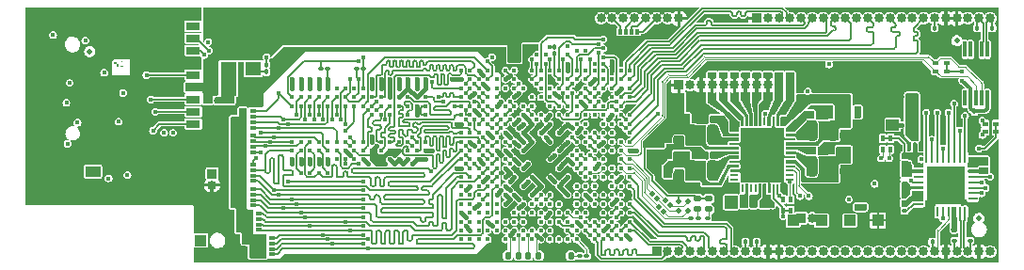
<source format=gbr>
%TF.GenerationSoftware,KiCad,Pcbnew,(6.0.2)*%
%TF.CreationDate,2022-03-22T23:14:37+08:00*%
%TF.ProjectId,som,736f6d2e-6b69-4636-9164-5f7063625858,V0R1*%
%TF.SameCoordinates,Original*%
%TF.FileFunction,Copper,L1,Top*%
%TF.FilePolarity,Positive*%
%FSLAX46Y46*%
G04 Gerber Fmt 4.6, Leading zero omitted, Abs format (unit mm)*
G04 Created by KiCad (PCBNEW (6.0.2)) date 2022-03-22 23:14:37*
%MOMM*%
%LPD*%
G01*
G04 APERTURE LIST*
G04 Aperture macros list*
%AMRoundRect*
0 Rectangle with rounded corners*
0 $1 Rounding radius*
0 $2 $3 $4 $5 $6 $7 $8 $9 X,Y pos of 4 corners*
0 Add a 4 corners polygon primitive as box body*
4,1,4,$2,$3,$4,$5,$6,$7,$8,$9,$2,$3,0*
0 Add four circle primitives for the rounded corners*
1,1,$1+$1,$2,$3*
1,1,$1+$1,$4,$5*
1,1,$1+$1,$6,$7*
1,1,$1+$1,$8,$9*
0 Add four rect primitives between the rounded corners*
20,1,$1+$1,$2,$3,$4,$5,0*
20,1,$1+$1,$4,$5,$6,$7,0*
20,1,$1+$1,$6,$7,$8,$9,0*
20,1,$1+$1,$8,$9,$2,$3,0*%
G04 Aperture macros list end*
%TA.AperFunction,NonConductor*%
%ADD10C,0.000000*%
%TD*%
%TA.AperFunction,SMDPad,CuDef*%
%ADD11RoundRect,0.147500X-0.147500X-0.172500X0.147500X-0.172500X0.147500X0.172500X-0.147500X0.172500X0*%
%TD*%
%TA.AperFunction,SMDPad,CuDef*%
%ADD12R,1.400000X1.200000*%
%TD*%
%TA.AperFunction,SMDPad,CuDef*%
%ADD13RoundRect,0.140000X0.170000X-0.140000X0.170000X0.140000X-0.170000X0.140000X-0.170000X-0.140000X0*%
%TD*%
%TA.AperFunction,SMDPad,CuDef*%
%ADD14RoundRect,0.225000X-0.250000X0.225000X-0.250000X-0.225000X0.250000X-0.225000X0.250000X0.225000X0*%
%TD*%
%TA.AperFunction,SMDPad,CuDef*%
%ADD15RoundRect,0.100000X-0.100000X0.130000X-0.100000X-0.130000X0.100000X-0.130000X0.100000X0.130000X0*%
%TD*%
%TA.AperFunction,SMDPad,CuDef*%
%ADD16RoundRect,0.243750X-0.243750X-0.656250X0.243750X-0.656250X0.243750X0.656250X-0.243750X0.656250X0*%
%TD*%
%TA.AperFunction,SMDPad,CuDef*%
%ADD17RoundRect,0.140000X0.140000X0.170000X-0.140000X0.170000X-0.140000X-0.170000X0.140000X-0.170000X0*%
%TD*%
%TA.AperFunction,SMDPad,CuDef*%
%ADD18RoundRect,0.140000X-0.140000X-0.170000X0.140000X-0.170000X0.140000X0.170000X-0.140000X0.170000X0*%
%TD*%
%TA.AperFunction,SMDPad,CuDef*%
%ADD19RoundRect,0.243750X0.243750X0.656250X-0.243750X0.656250X-0.243750X-0.656250X0.243750X-0.656250X0*%
%TD*%
%TA.AperFunction,SMDPad,CuDef*%
%ADD20RoundRect,0.140000X-0.170000X0.140000X-0.170000X-0.140000X0.170000X-0.140000X0.170000X0.140000X0*%
%TD*%
%TA.AperFunction,SMDPad,CuDef*%
%ADD21RoundRect,0.100000X0.130000X0.100000X-0.130000X0.100000X-0.130000X-0.100000X0.130000X-0.100000X0*%
%TD*%
%TA.AperFunction,SMDPad,CuDef*%
%ADD22C,0.400000*%
%TD*%
%TA.AperFunction,SMDPad,CuDef*%
%ADD23RoundRect,0.100000X-0.130000X-0.100000X0.130000X-0.100000X0.130000X0.100000X-0.130000X0.100000X0*%
%TD*%
%TA.AperFunction,SMDPad,CuDef*%
%ADD24R,0.800000X0.220000*%
%TD*%
%TA.AperFunction,SMDPad,CuDef*%
%ADD25R,0.220000X0.800000*%
%TD*%
%TA.AperFunction,ComponentPad*%
%ADD26C,0.500000*%
%TD*%
%TA.AperFunction,SMDPad,CuDef*%
%ADD27R,3.600000X4.600000*%
%TD*%
%TA.AperFunction,SMDPad,CuDef*%
%ADD28RoundRect,0.147500X0.147500X0.172500X-0.147500X0.172500X-0.147500X-0.172500X0.147500X-0.172500X0*%
%TD*%
%TA.AperFunction,SMDPad,CuDef*%
%ADD29RoundRect,0.100000X0.100000X-0.130000X0.100000X0.130000X-0.100000X0.130000X-0.100000X-0.130000X0*%
%TD*%
%TA.AperFunction,SMDPad,CuDef*%
%ADD30RoundRect,0.062500X0.062500X-0.375000X0.062500X0.375000X-0.062500X0.375000X-0.062500X-0.375000X0*%
%TD*%
%TA.AperFunction,SMDPad,CuDef*%
%ADD31RoundRect,0.062500X0.375000X-0.062500X0.375000X0.062500X-0.375000X0.062500X-0.375000X-0.062500X0*%
%TD*%
%TA.AperFunction,SMDPad,CuDef*%
%ADD32R,3.450000X3.450000*%
%TD*%
%TA.AperFunction,SMDPad,CuDef*%
%ADD33R,0.400000X0.500000*%
%TD*%
%TA.AperFunction,SMDPad,CuDef*%
%ADD34RoundRect,0.100000X-0.162635X0.021213X0.021213X-0.162635X0.162635X-0.021213X-0.021213X0.162635X0*%
%TD*%
%TA.AperFunction,SMDPad,CuDef*%
%ADD35R,0.500000X0.400000*%
%TD*%
%TA.AperFunction,SMDPad,CuDef*%
%ADD36R,0.500000X0.300000*%
%TD*%
%TA.AperFunction,SMDPad,CuDef*%
%ADD37RoundRect,0.147500X0.172500X-0.147500X0.172500X0.147500X-0.172500X0.147500X-0.172500X-0.147500X0*%
%TD*%
%TA.AperFunction,SMDPad,CuDef*%
%ADD38RoundRect,0.112500X-0.112500X-0.112500X0.112500X-0.112500X0.112500X0.112500X-0.112500X0.112500X0*%
%TD*%
%TA.AperFunction,SMDPad,CuDef*%
%ADD39R,1.000000X1.000000*%
%TD*%
%TA.AperFunction,SMDPad,CuDef*%
%ADD40R,2.200000X1.050000*%
%TD*%
%TA.AperFunction,SMDPad,CuDef*%
%ADD41R,0.300000X1.400000*%
%TD*%
%TA.AperFunction,SMDPad,CuDef*%
%ADD42R,1.150000X1.000000*%
%TD*%
%TA.AperFunction,SMDPad,CuDef*%
%ADD43R,1.300000X0.700000*%
%TD*%
%TA.AperFunction,SMDPad,CuDef*%
%ADD44R,2.000000X1.200000*%
%TD*%
%TA.AperFunction,SMDPad,CuDef*%
%ADD45R,0.300000X0.500000*%
%TD*%
%TA.AperFunction,SMDPad,CuDef*%
%ADD46C,0.500000*%
%TD*%
%TA.AperFunction,ComponentPad*%
%ADD47R,0.850000X0.850000*%
%TD*%
%TA.AperFunction,ComponentPad*%
%ADD48O,0.850000X0.850000*%
%TD*%
%TA.AperFunction,ComponentPad*%
%ADD49R,0.900000X0.500000*%
%TD*%
%TA.AperFunction,ComponentPad*%
%ADD50C,0.850000*%
%TD*%
%TA.AperFunction,ViaPad*%
%ADD51C,0.400000*%
%TD*%
%TA.AperFunction,ViaPad*%
%ADD52C,0.600000*%
%TD*%
%TA.AperFunction,ViaPad*%
%ADD53C,0.500000*%
%TD*%
%TA.AperFunction,Conductor*%
%ADD54C,0.150000*%
%TD*%
%TA.AperFunction,Conductor*%
%ADD55C,0.400000*%
%TD*%
%TA.AperFunction,Conductor*%
%ADD56C,0.200000*%
%TD*%
%TA.AperFunction,Conductor*%
%ADD57C,0.500000*%
%TD*%
%TA.AperFunction,Conductor*%
%ADD58C,0.100000*%
%TD*%
%TA.AperFunction,Conductor*%
%ADD59C,0.300000*%
%TD*%
G04 APERTURE END LIST*
D10*
G36*
X8400000Y-5150000D02*
G01*
X8200000Y-5150000D01*
X8200000Y-4950000D01*
X8400000Y-4950000D01*
X8400000Y-5150000D01*
G37*
G36*
X8600000Y-5350000D02*
G01*
X8400000Y-5350000D01*
X8400000Y-5150000D01*
X8600000Y-5150000D01*
X8600000Y-5350000D01*
G37*
G36*
X8950000Y-5300000D02*
G01*
X9050000Y-5300000D01*
X9050000Y-5350000D01*
X8800000Y-5350000D01*
X8800000Y-5300000D01*
X8900000Y-5300000D01*
X8900000Y-4950000D01*
X8850000Y-4950000D01*
X8850000Y-4900000D01*
X8950000Y-4900000D01*
X8950000Y-5300000D01*
G37*
D11*
%TO.P,D2,1,K*%
%TO.N,/DONE_*%
X45415000Y-22350000D03*
%TO.P,D2,2,A*%
%TO.N,+3V3*%
X46385000Y-22350000D03*
%TD*%
D12*
%TO.P,X4,1,EN*%
%TO.N,/VCC_PS_CLK*%
X18500000Y-7250000D03*
%TO.P,X4,2,GND*%
%TO.N,GND*%
X20700000Y-7250000D03*
%TO.P,X4,3,OUT*%
%TO.N,/PS_CLK_*%
X20700000Y-5550000D03*
%TO.P,X4,4,Vdd*%
%TO.N,/VCC_PS_CLK*%
X18500000Y-5550000D03*
%TD*%
D13*
%TO.P,C115,1*%
%TO.N,VTT_DDR*%
X69000000Y-6180000D03*
%TO.P,C115,2*%
%TO.N,GND*%
X69000000Y-5220000D03*
%TD*%
D14*
%TO.P,C100,1*%
%TO.N,VCC_DDR*%
X74000000Y-10025000D03*
%TO.P,C100,2*%
%TO.N,GND*%
X74000000Y-11575000D03*
%TD*%
D15*
%TO.P,C118,1*%
%TO.N,/PMIC_INTLDO*%
X67300000Y-17805000D03*
%TO.P,C118,2*%
%TO.N,GND*%
X67300000Y-18445000D03*
%TD*%
D16*
%TO.P,L3,1*%
%TO.N,/BUCK2OUT*%
X70962500Y-11100000D03*
%TO.P,L3,2*%
%TO.N,VCC_DDR*%
X72837500Y-11100000D03*
%TD*%
D17*
%TO.P,C101,1*%
%TO.N,VCC_DDR*%
X73480000Y-9700000D03*
%TO.P,C101,2*%
%TO.N,GND*%
X72520000Y-9700000D03*
%TD*%
D18*
%TO.P,C106,1*%
%TO.N,+1V8*%
X59520000Y-13300000D03*
%TO.P,C106,2*%
%TO.N,GND*%
X60480000Y-13300000D03*
%TD*%
D19*
%TO.P,L5,1*%
%TO.N,/BUCK4OUT*%
X62037500Y-11500000D03*
%TO.P,L5,2*%
%TO.N,+3V3*%
X60162500Y-11500000D03*
%TD*%
D16*
%TO.P,L2,1*%
%TO.N,/BUCK1OUT*%
X70962500Y-14300000D03*
%TO.P,L2,2*%
%TO.N,+1V0*%
X72837500Y-14300000D03*
%TD*%
D20*
%TO.P,C119,1*%
%TO.N,+5V*%
X64800000Y-17720000D03*
%TO.P,C119,2*%
%TO.N,GND*%
X64800000Y-18680000D03*
%TD*%
D13*
%TO.P,C109,1*%
%TO.N,+5V*%
X63000000Y-6180000D03*
%TO.P,C109,2*%
%TO.N,GND*%
X63000000Y-5220000D03*
%TD*%
D20*
%TO.P,C116,1*%
%TO.N,+3.3VA*%
X65700000Y-17720000D03*
%TO.P,C116,2*%
%TO.N,GND*%
X65700000Y-18680000D03*
%TD*%
D14*
%TO.P,C105,1*%
%TO.N,+1V8*%
X59000000Y-13625000D03*
%TO.P,C105,2*%
%TO.N,GND*%
X59000000Y-15175000D03*
%TD*%
%TO.P,C107,1*%
%TO.N,+3V3*%
X59000000Y-10425000D03*
%TO.P,C107,2*%
%TO.N,GND*%
X59000000Y-11975000D03*
%TD*%
D20*
%TO.P,C117,1*%
%TO.N,/PMIC_INTLDO*%
X66600000Y-17720000D03*
%TO.P,C117,2*%
%TO.N,GND*%
X66600000Y-18680000D03*
%TD*%
D17*
%TO.P,C98,1*%
%TO.N,+1V0*%
X73480000Y-12900000D03*
%TO.P,C98,2*%
%TO.N,GND*%
X72520000Y-12900000D03*
%TD*%
D13*
%TO.P,C103,1*%
%TO.N,VREF_DDR*%
X68000000Y-6180000D03*
%TO.P,C103,2*%
%TO.N,GND*%
X68000000Y-5220000D03*
%TD*%
D14*
%TO.P,C97,1*%
%TO.N,+1V0*%
X74000000Y-13225000D03*
%TO.P,C97,2*%
%TO.N,GND*%
X74000000Y-14775000D03*
%TD*%
D19*
%TO.P,L4,1*%
%TO.N,/BUCK3OUT*%
X62037500Y-14700000D03*
%TO.P,L4,2*%
%TO.N,+1V8*%
X60162500Y-14700000D03*
%TD*%
D18*
%TO.P,C108,1*%
%TO.N,+3V3*%
X59520000Y-10100000D03*
%TO.P,C108,2*%
%TO.N,GND*%
X60480000Y-10100000D03*
%TD*%
D13*
%TO.P,C110,1*%
%TO.N,VDD*%
X62000000Y-6180000D03*
%TO.P,C110,2*%
%TO.N,GND*%
X62000000Y-5220000D03*
%TD*%
D21*
%TO.P,C36,1*%
%TO.N,VTT_DDR*%
X18920000Y-17400000D03*
%TO.P,C36,2*%
%TO.N,GND*%
X18280000Y-17400000D03*
%TD*%
D13*
%TO.P,C113,1*%
%TO.N,LDO2*%
X67000000Y-6180000D03*
%TO.P,C113,2*%
%TO.N,GND*%
X67000000Y-5220000D03*
%TD*%
D17*
%TO.P,C102,1*%
%TO.N,+5V*%
X62180000Y-10100000D03*
%TO.P,C102,2*%
%TO.N,GND*%
X61220000Y-10100000D03*
%TD*%
D13*
%TO.P,C114,1*%
%TO.N,LDO5*%
X65000000Y-6180000D03*
%TO.P,C114,2*%
%TO.N,GND*%
X65000000Y-5220000D03*
%TD*%
D21*
%TO.P,C34,1*%
%TO.N,VTT_DDR*%
X18920000Y-15200000D03*
%TO.P,C34,2*%
%TO.N,GND*%
X18280000Y-15200000D03*
%TD*%
D13*
%TO.P,C111,1*%
%TO.N,LDO6*%
X64000000Y-6180000D03*
%TO.P,C111,2*%
%TO.N,GND*%
X64000000Y-5220000D03*
%TD*%
D21*
%TO.P,C30,1*%
%TO.N,VTT_DDR*%
X18920000Y-10900000D03*
%TO.P,C30,2*%
%TO.N,GND*%
X18280000Y-10900000D03*
%TD*%
D18*
%TO.P,C99,1*%
%TO.N,+5V*%
X70820000Y-12900000D03*
%TO.P,C99,2*%
%TO.N,GND*%
X71780000Y-12900000D03*
%TD*%
%TO.P,C96,1*%
%TO.N,+5V*%
X70820000Y-9700000D03*
%TO.P,C96,2*%
%TO.N,GND*%
X71780000Y-9700000D03*
%TD*%
D21*
%TO.P,C32,1*%
%TO.N,VTT_DDR*%
X18920000Y-12700000D03*
%TO.P,C32,2*%
%TO.N,GND*%
X18280000Y-12700000D03*
%TD*%
D17*
%TO.P,C104,1*%
%TO.N,+5V*%
X62180000Y-13300000D03*
%TO.P,C104,2*%
%TO.N,GND*%
X61220000Y-13300000D03*
%TD*%
D13*
%TO.P,C112,1*%
%TO.N,+5V*%
X66000000Y-6180000D03*
%TO.P,C112,2*%
%TO.N,GND*%
X66000000Y-5220000D03*
%TD*%
D21*
%TO.P,C17,1*%
%TO.N,VREF_DDR*%
X30620000Y-5500000D03*
%TO.P,C17,2*%
%TO.N,GND*%
X29980000Y-5500000D03*
%TD*%
D22*
%TO.P,U6,A1,VDDQ*%
%TO.N,VCC_DDR*%
X36200000Y-7300000D03*
%TO.P,U6,A2,DQ13*%
%TO.N,DDR_DQ9*%
X36200000Y-8100000D03*
%TO.P,U6,A3,DQ15*%
%TO.N,DDR_DQ10*%
X36200000Y-8900000D03*
%TO.P,U6,A7,DQ12*%
%TO.N,DDR_DQ12*%
X36200000Y-12100000D03*
%TO.P,U6,A8,VDDQ*%
%TO.N,VCC_DDR*%
X36200000Y-12900000D03*
%TO.P,U6,A9,VSS*%
%TO.N,GND*%
X36200000Y-13700000D03*
%TO.P,U6,B1,VSSQ*%
X35400000Y-7300000D03*
%TO.P,U6,B2,VDD*%
%TO.N,VCC_DDR*%
X35400000Y-8100000D03*
%TO.P,U6,B3,VSS*%
%TO.N,GND*%
X35400000Y-8900000D03*
%TO.P,U6,B7,~{UDQS}*%
%TO.N,DDR_DQS1-*%
X35400000Y-12100000D03*
%TO.P,U6,B8,DQ14*%
%TO.N,DDR_DQ14*%
X35400000Y-12900000D03*
%TO.P,U6,B9,VSSQ*%
%TO.N,GND*%
X35400000Y-13700000D03*
%TO.P,U6,C1,VDDQ*%
%TO.N,VCC_DDR*%
X34600000Y-7300000D03*
%TO.P,U6,C2,DQ11*%
%TO.N,DDR_DQ8*%
X34600000Y-8100000D03*
%TO.P,U6,C3,DQ9*%
%TO.N,DDR_DQ11*%
X34600000Y-8900000D03*
%TO.P,U6,C7,UDQS*%
%TO.N,DDR_DQS1+*%
X34600000Y-12100000D03*
%TO.P,U6,C8,DQ10*%
%TO.N,DDR_DQ15*%
X34600000Y-12900000D03*
%TO.P,U6,C9,VDDQ*%
%TO.N,VCC_DDR*%
X34600000Y-13700000D03*
%TO.P,U6,D1,VSSQ*%
%TO.N,GND*%
X33800000Y-7300000D03*
%TO.P,U6,D2,VDDQ*%
%TO.N,VCC_DDR*%
X33800000Y-8100000D03*
%TO.P,U6,D3,UDM*%
%TO.N,DDR_DQM1*%
X33800000Y-8900000D03*
%TO.P,U6,D7,DQ8*%
%TO.N,DDR_DQ13*%
X33800000Y-12100000D03*
%TO.P,U6,D8,VSSQ*%
%TO.N,GND*%
X33800000Y-12900000D03*
%TO.P,U6,D9,VDD*%
%TO.N,VCC_DDR*%
X33800000Y-13700000D03*
%TO.P,U6,E1,VSS*%
%TO.N,GND*%
X33000000Y-7300000D03*
%TO.P,U6,E2,VSSQ*%
X33000000Y-8100000D03*
%TO.P,U6,E3,DQ0*%
%TO.N,DDR_DQ5*%
X33000000Y-8900000D03*
%TO.P,U6,E7,LDM*%
%TO.N,DDR_DQM0*%
X33000000Y-12100000D03*
%TO.P,U6,E8,VSSQ*%
%TO.N,GND*%
X33000000Y-12900000D03*
%TO.P,U6,E9,VDDQ*%
%TO.N,VCC_DDR*%
X33000000Y-13700000D03*
%TO.P,U6,F1,VDDQ*%
X32200000Y-7300000D03*
%TO.P,U6,F2,DQ2*%
%TO.N,DDR_DQ1*%
X32200000Y-8100000D03*
%TO.P,U6,F3,LDQS*%
%TO.N,DDR_DQS0+*%
X32200000Y-8900000D03*
%TO.P,U6,F7,DQ1*%
%TO.N,DDR_DQ4*%
X32200000Y-12100000D03*
%TO.P,U6,F8,DQ3*%
%TO.N,DDR_DQ7*%
X32200000Y-12900000D03*
%TO.P,U6,F9,VSSQ*%
%TO.N,GND*%
X32200000Y-13700000D03*
%TO.P,U6,G1,VSSQ*%
X31400000Y-7300000D03*
%TO.P,U6,G2,DQ6*%
%TO.N,DDR_DQ2*%
X31400000Y-8100000D03*
%TO.P,U6,G3,~{LDQS}*%
%TO.N,DDR_DQS0-*%
X31400000Y-8900000D03*
%TO.P,U6,G7,VDD*%
%TO.N,VCC_DDR*%
X31400000Y-12100000D03*
%TO.P,U6,G8,VSS*%
%TO.N,GND*%
X31400000Y-12900000D03*
%TO.P,U6,G9,VSSQ*%
X31400000Y-13700000D03*
%TO.P,U6,H1,VREFDQ*%
%TO.N,VREF_DDR*%
X30600000Y-7300000D03*
%TO.P,U6,H2,VDDQ*%
%TO.N,VCC_DDR*%
X30600000Y-8100000D03*
%TO.P,U6,H3,DQ4*%
%TO.N,DDR_DQ3*%
X30600000Y-8900000D03*
%TO.P,U6,H7,DQ7*%
%TO.N,DDR_DQ6*%
X30600000Y-12100000D03*
%TO.P,U6,H8,DQ5*%
%TO.N,DDR_DQ0*%
X30600000Y-12900000D03*
%TO.P,U6,H9,VDDQ*%
%TO.N,VCC_DDR*%
X30600000Y-13700000D03*
%TO.P,U6,J1,NC*%
%TO.N,unconnected-(U6-PadJ1)*%
X29800000Y-7300000D03*
%TO.P,U6,J2,VSS*%
%TO.N,GND*%
X29800000Y-8100000D03*
%TO.P,U6,J3,~{RAS}*%
%TO.N,DDR_nRAS*%
X29800000Y-8900000D03*
%TO.P,U6,J7,CK*%
%TO.N,DDR_CK+*%
X29800000Y-12100000D03*
%TO.P,U6,J8,VSS*%
%TO.N,GND*%
X29800000Y-12900000D03*
%TO.P,U6,J9,NC*%
%TO.N,unconnected-(U6-PadJ9)*%
X29800000Y-13700000D03*
%TO.P,U6,K1,ODT*%
%TO.N,DDR_ODT*%
X29000000Y-7300000D03*
%TO.P,U6,K2,VDD*%
%TO.N,VCC_DDR*%
X29000000Y-8100000D03*
%TO.P,U6,K3,~{CAS}*%
%TO.N,DDR_nCAS*%
X29000000Y-8900000D03*
%TO.P,U6,K7,~{CK}*%
%TO.N,DDR_CK-*%
X29000000Y-12100000D03*
%TO.P,U6,K8,VDD*%
%TO.N,VCC_DDR*%
X29000000Y-12900000D03*
%TO.P,U6,K9,CKE*%
%TO.N,DDR_CKE*%
X29000000Y-13700000D03*
%TO.P,U6,L1,NC*%
%TO.N,unconnected-(U6-PadL1)*%
X28200000Y-7300000D03*
%TO.P,U6,L2,~{CS}*%
%TO.N,DDR_nCS*%
X28200000Y-8100000D03*
%TO.P,U6,L3,~{WE}*%
%TO.N,DDR_nWE*%
X28200000Y-8900000D03*
%TO.P,U6,L7,A10/AP*%
%TO.N,DDR_A10*%
X28200000Y-12100000D03*
%TO.P,U6,L8,ZQ*%
%TO.N,/DDR_ZQ0*%
X28200000Y-12900000D03*
%TO.P,U6,L9,NC*%
%TO.N,unconnected-(U6-PadL9)*%
X28200000Y-13700000D03*
%TO.P,U6,M1,VSS*%
%TO.N,GND*%
X27400000Y-7300000D03*
%TO.P,U6,M2,BA0*%
%TO.N,DDR_BA0*%
X27400000Y-8100000D03*
%TO.P,U6,M3,BA2*%
%TO.N,DDR_BA2*%
X27400000Y-8900000D03*
%TO.P,U6,M7,NC*%
%TO.N,unconnected-(U6-PadM7)*%
X27400000Y-12100000D03*
%TO.P,U6,M8,VREFCA*%
%TO.N,VREF_DDR*%
X27400000Y-12900000D03*
%TO.P,U6,M9,VSS*%
%TO.N,GND*%
X27400000Y-13700000D03*
%TO.P,U6,N1,VDD*%
%TO.N,VCC_DDR*%
X26600000Y-7300000D03*
%TO.P,U6,N2,A3*%
%TO.N,DDR_A3*%
X26600000Y-8100000D03*
%TO.P,U6,N3,A0*%
%TO.N,DDR_A0*%
X26600000Y-8900000D03*
%TO.P,U6,N7,A12/~{BC}*%
%TO.N,DDR_A12*%
X26600000Y-12100000D03*
%TO.P,U6,N8,BA1*%
%TO.N,DDR_BA1*%
X26600000Y-12900000D03*
%TO.P,U6,N9,VDD*%
%TO.N,VCC_DDR*%
X26600000Y-13700000D03*
%TO.P,U6,P1,VSS*%
%TO.N,GND*%
X25800000Y-7300000D03*
%TO.P,U6,P2,A5*%
%TO.N,DDR_A5*%
X25800000Y-8100000D03*
%TO.P,U6,P3,A2*%
%TO.N,DDR_A2*%
X25800000Y-8900000D03*
%TO.P,U6,P7,A1*%
%TO.N,DDR_A1*%
X25800000Y-12100000D03*
%TO.P,U6,P8,A4*%
%TO.N,DDR_A4*%
X25800000Y-12900000D03*
%TO.P,U6,P9,VSS*%
%TO.N,GND*%
X25800000Y-13700000D03*
%TO.P,U6,R1,VDD*%
%TO.N,VCC_DDR*%
X25000000Y-7300000D03*
%TO.P,U6,R2,A7*%
%TO.N,DDR_A7*%
X25000000Y-8100000D03*
%TO.P,U6,R3,A9*%
%TO.N,DDR_A9*%
X25000000Y-8900000D03*
%TO.P,U6,R7,A11*%
%TO.N,DDR_A11*%
X25000000Y-12100000D03*
%TO.P,U6,R8,A6*%
%TO.N,DDR_A6*%
X25000000Y-12900000D03*
%TO.P,U6,R9,VDD*%
%TO.N,VCC_DDR*%
X25000000Y-13700000D03*
%TO.P,U6,T1,VSS*%
%TO.N,GND*%
X24200000Y-7300000D03*
%TO.P,U6,T2,~{RESET}*%
%TO.N,DDR_nRST*%
X24200000Y-8100000D03*
%TO.P,U6,T3,A13*%
%TO.N,DDR_A13*%
X24200000Y-8900000D03*
%TO.P,U6,T7,A14*%
%TO.N,DDR_A14*%
X24200000Y-12100000D03*
%TO.P,U6,T8,A8*%
%TO.N,DDR_A8*%
X24200000Y-12900000D03*
%TO.P,U6,T9,VSS*%
%TO.N,GND*%
X24200000Y-13700000D03*
%TD*%
D23*
%TO.P,R2,1*%
%TO.N,DDR_nRST*%
X26780000Y-5500000D03*
%TO.P,R2,2*%
%TO.N,GND*%
X27420000Y-5500000D03*
%TD*%
D17*
%TO.P,C41,1*%
%TO.N,VTT_DDR*%
X20780000Y-21800000D03*
%TO.P,C41,2*%
%TO.N,GND*%
X19820000Y-21800000D03*
%TD*%
D24*
%TO.P,U7,1,RSTn*%
%TO.N,PMIC_nRST*%
X69000000Y-15500000D03*
%TO.P,U7,2,WAKEUP*%
%TO.N,unconnected-(U7-Pad2)*%
X69000000Y-15100000D03*
%TO.P,U7,3,SDA*%
%TO.N,MB_SDA*%
X69000000Y-14700000D03*
%TO.P,U7,4,SCL*%
%TO.N,MB_SCL*%
X69000000Y-14300000D03*
%TO.P,U7,5,VOUT1*%
%TO.N,+1V0*%
X69000000Y-13900000D03*
%TO.P,U7,6,PGND1*%
%TO.N,GND*%
X69000000Y-13500000D03*
%TO.P,U7,7,VLX1*%
%TO.N,/BUCK1OUT*%
X69000000Y-13100000D03*
%TO.P,U7,8,BUCK1IN*%
%TO.N,+5V*%
X69000000Y-12700000D03*
%TO.P,U7,9,VOUT2*%
%TO.N,VCC_DDR*%
X69000000Y-12300000D03*
%TO.P,U7,10,PGND2*%
%TO.N,GND*%
X69000000Y-11900000D03*
%TO.P,U7,11,VLX2*%
%TO.N,/BUCK2OUT*%
X69000000Y-11500000D03*
%TO.P,U7,12,BUCK2IN*%
%TO.N,+5V*%
X69000000Y-11100000D03*
D25*
%TO.P,U7,13,LDO3IN*%
%TO.N,VCC_DDR*%
X68300000Y-10300000D03*
%TO.P,U7,14,LDO3OUT*%
%TO.N,VTT_DDR*%
X67900000Y-10300000D03*
%TO.P,U7,15,GNDLDO*%
%TO.N,GND*%
X67500000Y-10300000D03*
%TO.P,U7,16,VREFDDR*%
%TO.N,VREF_DDR*%
X67100000Y-10300000D03*
%TO.P,U7,17,PONKEYn*%
%TO.N,PMIC_PON*%
X66700000Y-10300000D03*
%TO.P,U7,18,LDO2OUT*%
%TO.N,LDO2*%
X66300000Y-10300000D03*
%TO.P,U7,19,LDO25IN*%
%TO.N,+5V*%
X65900000Y-10300000D03*
%TO.P,U7,20,LDO5OUT*%
%TO.N,LDO5*%
X65500000Y-10300000D03*
%TO.P,U7,21,LDO6OUT*%
%TO.N,LDO6*%
X65100000Y-10300000D03*
%TO.P,U7,22,LDO16IN*%
%TO.N,+5V*%
X64700000Y-10300000D03*
D24*
%TO.P,U7,23,LDO1OUT*%
%TO.N,VDD*%
X64000000Y-11100000D03*
%TO.P,U7,24,BUCK4IN*%
%TO.N,+5V*%
X64000000Y-11500000D03*
%TO.P,U7,25,VLX4*%
%TO.N,/BUCK4OUT*%
X64000000Y-11900000D03*
%TO.P,U7,26,PGND4*%
%TO.N,GND*%
X64000000Y-12300000D03*
%TO.P,U7,27,VOUT4*%
%TO.N,+3V3*%
X64000000Y-12700000D03*
%TO.P,U7,28,BUCK3IN*%
%TO.N,+5V*%
X64000000Y-13100000D03*
%TO.P,U7,29,VLX3*%
%TO.N,/BUCK3OUT*%
X64000000Y-13500000D03*
%TO.P,U7,30,PGND3*%
%TO.N,GND*%
X64000000Y-13900000D03*
%TO.P,U7,31,VOUT3*%
%TO.N,+1V8*%
X64000000Y-14300000D03*
%TO.P,U7,32,PGND5*%
%TO.N,GND*%
X64000000Y-14700000D03*
%TO.P,U7,33,VLXBST*%
%TO.N,unconnected-(U7-Pad33)*%
X64000000Y-15100000D03*
%TO.P,U7,34,BSTOUT*%
%TO.N,unconnected-(U7-Pad34)*%
X64000000Y-15500000D03*
D25*
%TO.P,U7,35,VBUSOTG*%
%TO.N,unconnected-(U7-Pad35)*%
X64700000Y-16300000D03*
%TO.P,U7,36,VIN*%
%TO.N,+5V*%
X65100000Y-16300000D03*
%TO.P,U7,37,SWIN*%
%TO.N,unconnected-(U7-Pad37)*%
X65500000Y-16300000D03*
%TO.P,U7,38,SWOUT*%
%TO.N,unconnected-(U7-Pad38)*%
X65900000Y-16300000D03*
%TO.P,U7,39,LDO4OUT*%
%TO.N,+3.3VA*%
X66300000Y-16300000D03*
%TO.P,U7,40,INTLDO*%
%TO.N,/PMIC_INTLDO*%
X66700000Y-16300000D03*
%TO.P,U7,41,AGND*%
%TO.N,GND*%
X67100000Y-16300000D03*
%TO.P,U7,42,VIO*%
%TO.N,+3.3VA*%
X67500000Y-16300000D03*
%TO.P,U7,43,INTn*%
%TO.N,PMIC_INT*%
X67900000Y-16300000D03*
%TO.P,U7,44,PWRCTRL*%
%TO.N,GND*%
X68300000Y-16300000D03*
D26*
%TO.P,U7,45,EPGND*%
X66500000Y-13700000D03*
X67250000Y-14500000D03*
X65000000Y-13700000D03*
X68000000Y-13700000D03*
X68000000Y-11300000D03*
X66500000Y-12900000D03*
X67250000Y-12100000D03*
X68000000Y-14500000D03*
X68000000Y-12100000D03*
X65000000Y-12100000D03*
X65000000Y-14500000D03*
X65750000Y-13700000D03*
X65750000Y-12100000D03*
X65000000Y-15300000D03*
X65750000Y-15300000D03*
X67250000Y-15300000D03*
X66500000Y-12100000D03*
X65750000Y-11300000D03*
D27*
X66500000Y-13300000D03*
D26*
X65750000Y-12900000D03*
X66500000Y-11300000D03*
X68000000Y-15300000D03*
X67250000Y-12900000D03*
X67250000Y-11300000D03*
X67250000Y-13700000D03*
X66500000Y-15300000D03*
X68000000Y-12900000D03*
X65750000Y-14500000D03*
X65000000Y-12900000D03*
X65000000Y-11300000D03*
X66500000Y-14500000D03*
%TD*%
D17*
%TO.P,C37,1*%
%TO.N,VTT_DDR*%
X19080000Y-16700000D03*
%TO.P,C37,2*%
%TO.N,GND*%
X18120000Y-16700000D03*
%TD*%
%TO.P,C35,1*%
%TO.N,VTT_DDR*%
X19080000Y-14500000D03*
%TO.P,C35,2*%
%TO.N,GND*%
X18120000Y-14500000D03*
%TD*%
%TO.P,C33,1*%
%TO.N,VTT_DDR*%
X19080000Y-12000000D03*
%TO.P,C33,2*%
%TO.N,GND*%
X18120000Y-12000000D03*
%TD*%
%TO.P,C39,1*%
%TO.N,VTT_DDR*%
X19580000Y-18600000D03*
%TO.P,C39,2*%
%TO.N,GND*%
X18620000Y-18600000D03*
%TD*%
%TO.P,C31,1*%
%TO.N,VTT_DDR*%
X19080000Y-10200000D03*
%TO.P,C31,2*%
%TO.N,GND*%
X18120000Y-10200000D03*
%TD*%
D28*
%TO.P,D3,1,K*%
%TO.N,/INIT_*%
X44585000Y-22350000D03*
%TO.P,D3,2,A*%
%TO.N,+3V3*%
X43615000Y-22350000D03*
%TD*%
D22*
%TO.P,U1,A1,PS_DDR_DM0_502*%
%TO.N,DDR_DQM0*%
X39400000Y-5700000D03*
%TO.P,U1,A2,PS_DDR_DQ2_502*%
%TO.N,DDR_DQ2*%
X40200000Y-5700000D03*
%TO.P,U1,A3,VCCO_DDR_502[10]*%
%TO.N,VCC_DDR*%
X41000000Y-5700000D03*
%TO.P,U1,A4,PS_DDR_DQ3_502*%
%TO.N,DDR_DQ3*%
X41800000Y-5700000D03*
%TO.P,U1,A5,PS_MIO6_500*%
%TO.N,GND*%
X42600000Y-5700000D03*
%TO.P,U1,A6,PS_MIO5_500*%
%TO.N,+3V3*%
X43400000Y-5700000D03*
%TO.P,U1,A7,PS_MIO1_500*%
%TO.N,unconnected-(U1-PadA7)*%
X44200000Y-5700000D03*
%TO.P,U1,A8,GND[59]*%
%TO.N,GND*%
X45000000Y-5700000D03*
%TO.P,U1,A9,PS_MIO43_501*%
%TO.N,SD0_D1*%
X45800000Y-5700000D03*
%TO.P,U1,A10,PS_MIO37_501*%
%TO.N,ULPI_D5*%
X46600000Y-5700000D03*
%TO.P,U1,A11,PS_MIO36_501*%
%TO.N,ULPI_CK*%
X47400000Y-5700000D03*
%TO.P,U1,A12,PS_MIO34_501*%
%TO.N,ULPI_D2*%
X48200000Y-5700000D03*
%TO.P,U1,A13,VCCO_MIO1_501[4]*%
%TO.N,+3V3*%
X49000000Y-5700000D03*
%TO.P,U1,A14,PS_MIO32_501*%
%TO.N,ULPI_D0*%
X49800000Y-5700000D03*
%TO.P,U1,A15,PS_MIO26_501*%
%TO.N,unconnected-(U1-PadA15)*%
X50600000Y-5700000D03*
%TO.P,U1,A16,PS_MIO24_501*%
%TO.N,unconnected-(U1-PadA16)*%
X51400000Y-5700000D03*
%TO.P,U1,A17,PS_MIO20_501*%
%TO.N,unconnected-(U1-PadA17)*%
X52200000Y-5700000D03*
%TO.P,U1,A18,GND[59]*%
%TO.N,GND*%
X53000000Y-5700000D03*
%TO.P,U1,A19,PS_MIO16_501*%
%TO.N,unconnected-(U1-PadA19)*%
X53800000Y-5700000D03*
%TO.P,U1,A20,IO_L2N_T0_AD8N_35*%
%TO.N,A20-*%
X54600000Y-5700000D03*
%TO.P,U1,B1,GND[59]*%
%TO.N,GND*%
X39400000Y-6500000D03*
%TO.P,U1,B2,PS_DDR_DQS_N0_502*%
%TO.N,DDR_DQS0-*%
X40200000Y-6500000D03*
%TO.P,U1,B3,PS_DDR_DQ1_502*%
%TO.N,DDR_DQ1*%
X41000000Y-6500000D03*
%TO.P,U1,B4,PS_DDR_DRST_B_502*%
%TO.N,DDR_nRST*%
X41800000Y-6500000D03*
%TO.P,U1,B5,PS_MIO9_500*%
%TO.N,unconnected-(U1-PadB5)*%
X42600000Y-6500000D03*
%TO.P,U1,B6,VCCO_MIO0_500[2]*%
%TO.N,+3V3*%
X43400000Y-6500000D03*
%TO.P,U1,B7,PS_MIO4_500*%
X44200000Y-6500000D03*
%TO.P,U1,B8,PS_MIO2_500*%
%TO.N,GND*%
X45000000Y-6500000D03*
%TO.P,U1,B9,PS_MIO51_501*%
%TO.N,SD1_D3*%
X45800000Y-6500000D03*
%TO.P,U1,B10,PS_SRST_B_501*%
%TO.N,PS_SRST*%
X46600000Y-6500000D03*
%TO.P,U1,B11,GND[59]*%
%TO.N,GND*%
X47400000Y-6500000D03*
%TO.P,U1,B12,PS_MIO48_501*%
%TO.N,/SD1_CK_*%
X48200000Y-6500000D03*
%TO.P,U1,B13,PS_MIO50_501*%
%TO.N,SD1_D2*%
X49000000Y-6500000D03*
%TO.P,U1,B14,PS_MIO47_501*%
%TO.N,SD1_CMD*%
X49800000Y-6500000D03*
%TO.P,U1,B15,PS_MIO45_501*%
%TO.N,SD0_D3*%
X50600000Y-6500000D03*
%TO.P,U1,B16,VCCO_MIO1_501[4]*%
%TO.N,+3V3*%
X51400000Y-6500000D03*
%TO.P,U1,B17,PS_MIO22_501*%
%TO.N,unconnected-(U1-PadB17)*%
X52200000Y-6500000D03*
%TO.P,U1,B18,PS_MIO18_501*%
%TO.N,unconnected-(U1-PadB18)*%
X53000000Y-6500000D03*
%TO.P,U1,B19,IO_L2P_T0_AD8P_35*%
%TO.N,B19+*%
X53800000Y-6500000D03*
%TO.P,U1,B20,IO_L1N_T0_AD0N_35*%
%TO.N,B20-*%
X54600000Y-6500000D03*
%TO.P,U1,C1,PS_DDR_DQ6_502*%
%TO.N,DDR_DQ6*%
X39400000Y-7300000D03*
%TO.P,U1,C2,PS_DDR_DQS_P0_502*%
%TO.N,DDR_DQS0+*%
X40200000Y-7300000D03*
%TO.P,U1,C3,PS_DDR_DQ0_502*%
%TO.N,DDR_DQ0*%
X41000000Y-7300000D03*
%TO.P,U1,C4,GND[59]*%
%TO.N,GND*%
X41800000Y-7300000D03*
%TO.P,U1,C5,PS_MIO14_500*%
%TO.N,unconnected-(U1-PadC5)*%
X42600000Y-7300000D03*
%TO.P,U1,C6,PS_MIO11_500*%
%TO.N,unconnected-(U1-PadC6)*%
X43400000Y-7300000D03*
%TO.P,U1,C7,PS_POR_B_500*%
%TO.N,PMIC_nRST*%
X44200000Y-7300000D03*
%TO.P,U1,C8,PS_MIO15_500*%
%TO.N,unconnected-(U1-PadC8)*%
X45000000Y-7300000D03*
%TO.P,U1,C9,GND[59]*%
%TO.N,GND*%
X45800000Y-7300000D03*
%TO.P,U1,C10,PS_MIO52_501*%
%TO.N,unconnected-(U1-PadC10)*%
X46600000Y-7300000D03*
%TO.P,U1,C11,PS_MIO53_501*%
%TO.N,unconnected-(U1-PadC11)*%
X47400000Y-7300000D03*
%TO.P,U1,C12,PS_MIO49_501*%
%TO.N,SD1_D1*%
X48200000Y-7300000D03*
%TO.P,U1,C13,PS_MIO29_501*%
%TO.N,ULPI_DIR*%
X49000000Y-7300000D03*
%TO.P,U1,C14,GND[59]*%
%TO.N,GND*%
X49800000Y-7300000D03*
%TO.P,U1,C15,PS_MIO30_501*%
%TO.N,ULPI_STP*%
X50600000Y-7300000D03*
%TO.P,U1,C16,PS_MIO28_501*%
%TO.N,ULPI_D4*%
X51400000Y-7300000D03*
%TO.P,U1,C17,PS_MIO41_501*%
%TO.N,SD0_CMD*%
X52200000Y-7300000D03*
%TO.P,U1,C18,PS_MIO39_501*%
%TO.N,ULPI_D7*%
X53000000Y-7300000D03*
%TO.P,U1,C19,VCCO_35[6]*%
%TO.N,+3V3*%
X53800000Y-7300000D03*
%TO.P,U1,C20,IO_L1P_T0_AD0P_35*%
%TO.N,C20+*%
X54600000Y-7300000D03*
%TO.P,U1,D1,PS_DDR_DQ5_502*%
%TO.N,DDR_DQ5*%
X39400000Y-8100000D03*
%TO.P,U1,D2,VCCO_DDR_502[10]*%
%TO.N,VCC_DDR*%
X40200000Y-8100000D03*
%TO.P,U1,D3,PS_DDR_DQ4_502*%
%TO.N,DDR_DQ4*%
X41000000Y-8100000D03*
%TO.P,U1,D4,PS_DDR_A13_502*%
%TO.N,DDR_A13*%
X41800000Y-8100000D03*
%TO.P,U1,D5,PS_MIO8_500*%
%TO.N,GND*%
X42600000Y-8100000D03*
%TO.P,U1,D6,PS_MIO3_500*%
X43400000Y-8100000D03*
%TO.P,U1,D7,VCCO_MIO0_500[2]*%
%TO.N,+3V3*%
X44200000Y-8100000D03*
%TO.P,U1,D8,PS_MIO7_500*%
%TO.N,GND*%
X45000000Y-8100000D03*
%TO.P,U1,D9,PS_MIO12_500*%
%TO.N,unconnected-(U1-PadD9)*%
X45800000Y-8100000D03*
%TO.P,U1,D10,PS_MIO19_501*%
%TO.N,unconnected-(U1-PadD10)*%
X46600000Y-8100000D03*
%TO.P,U1,D11,PS_MIO23_501*%
%TO.N,unconnected-(U1-PadD11)*%
X47400000Y-8100000D03*
%TO.P,U1,D12,VCCO_MIO1_501[4]*%
%TO.N,+3V3*%
X48200000Y-8100000D03*
%TO.P,U1,D13,PS_MIO27_501*%
%TO.N,unconnected-(U1-PadD13)*%
X49000000Y-8100000D03*
%TO.P,U1,D14,PS_MIO40_501*%
%TO.N,/SD0_CK_*%
X49800000Y-8100000D03*
%TO.P,U1,D15,PS_MIO33_501*%
%TO.N,ULPI_D1*%
X50600000Y-8100000D03*
%TO.P,U1,D16,PS_MIO46_501*%
%TO.N,SD1_D0*%
X51400000Y-8100000D03*
%TO.P,U1,D17,GND[59]*%
%TO.N,GND*%
X52200000Y-8100000D03*
%TO.P,U1,D18,IO_L3N_T0_DQS_AD1N_35*%
%TO.N,unconnected-(U1-PadD18)*%
X53000000Y-8100000D03*
%TO.P,U1,D19,IO_L4P_T0_35*%
%TO.N,D19+*%
X53800000Y-8100000D03*
%TO.P,U1,D20,IO_L4N_T0_35*%
%TO.N,D20-*%
X54600000Y-8100000D03*
%TO.P,U1,E1,PS_DDR_DQ7_502*%
%TO.N,DDR_DQ7*%
X39400000Y-8900000D03*
%TO.P,U1,E2,PS_DDR_DQ8_502*%
%TO.N,DDR_DQ8*%
X40200000Y-8900000D03*
%TO.P,U1,E3,PS_DDR_DQ9_502*%
%TO.N,DDR_DQ9*%
X41000000Y-8900000D03*
%TO.P,U1,E4,PS_DDR_A12_502*%
%TO.N,DDR_A12*%
X41800000Y-8900000D03*
%TO.P,U1,E5,VCCO_DDR_502[10]*%
%TO.N,VCC_DDR*%
X42600000Y-8900000D03*
%TO.P,U1,E6,PS_MIO0_500*%
%TO.N,unconnected-(U1-PadE6)*%
X43400000Y-8900000D03*
%TO.P,U1,E7,PS_CLK_500*%
%TO.N,PS_CLK*%
X44200000Y-8900000D03*
%TO.P,U1,E8,PS_MIO13_500*%
%TO.N,unconnected-(U1-PadE8)*%
X45000000Y-8900000D03*
%TO.P,U1,E9,PS_MIO10_500*%
%TO.N,unconnected-(U1-PadE9)*%
X45800000Y-8900000D03*
%TO.P,U1,E10,GND[59]*%
%TO.N,GND*%
X46600000Y-8900000D03*
%TO.P,U1,E11,PS_MIO_VREF_501*%
%TO.N,unconnected-(U1-PadE11)*%
X47400000Y-8900000D03*
%TO.P,U1,E12,PS_MIO42_501*%
%TO.N,SD0_D0*%
X48200000Y-8900000D03*
%TO.P,U1,E13,PS_MIO38_501*%
%TO.N,ULPI_D6*%
X49000000Y-8900000D03*
%TO.P,U1,E14,PS_MIO17_501*%
%TO.N,unconnected-(U1-PadE14)*%
X49800000Y-8900000D03*
%TO.P,U1,E15,VCCO_MIO1_501[4]*%
%TO.N,+3V3*%
X50600000Y-8900000D03*
%TO.P,U1,E16,PS_MIO31_501*%
%TO.N,ULPI_NXT*%
X51400000Y-8900000D03*
%TO.P,U1,E17,IO_L3P_T0_DQS_AD1P_35*%
%TO.N,unconnected-(U1-PadE17)*%
X52200000Y-8900000D03*
%TO.P,U1,E18,IO_L5P_T0_AD9P_35*%
%TO.N,E18+*%
X53000000Y-8900000D03*
%TO.P,U1,E19,IO_L5N_T0_AD9N_35*%
%TO.N,E19-*%
X53800000Y-8900000D03*
%TO.P,U1,E20,GND[59]*%
%TO.N,GND*%
X54600000Y-8900000D03*
%TO.P,U1,F1,PS_DDR_DM1_502*%
%TO.N,DDR_DQM1*%
X39400000Y-9700000D03*
%TO.P,U1,F2,PS_DDR_DQS_N1_502*%
%TO.N,DDR_DQS1-*%
X40200000Y-9700000D03*
%TO.P,U1,F3,GND[59]*%
%TO.N,GND*%
X41000000Y-9700000D03*
%TO.P,U1,F4,PS_DDR_A14_502*%
%TO.N,DDR_A14*%
X41800000Y-9700000D03*
%TO.P,U1,F5,PS_DDR_A10_502*%
%TO.N,DDR_A10*%
X42600000Y-9700000D03*
%TO.P,U1,F6,TDO_0*%
%TO.N,JTAG_TDO*%
X43400000Y-9700000D03*
%TO.P,U1,F7,GND[59]*%
%TO.N,GND*%
X44200000Y-9700000D03*
%TO.P,U1,F8,VCCPAUX[5]*%
%TO.N,+1V8*%
X45000000Y-9700000D03*
%TO.P,U1,F9,TCK_0*%
%TO.N,JTAG_TCK*%
X45800000Y-9700000D03*
%TO.P,U1,F10,RSVDGND*%
%TO.N,unconnected-(U1-PadF10)*%
X46600000Y-9700000D03*
%TO.P,U1,F11,VCCBATT_0*%
%TO.N,+1V8*%
X47400000Y-9700000D03*
%TO.P,U1,F12,PS_MIO35_501*%
%TO.N,ULPI_D3*%
X48200000Y-9700000D03*
%TO.P,U1,F13,PS_MIO44_501*%
%TO.N,SD0_D2*%
X49000000Y-9700000D03*
%TO.P,U1,F14,PS_MIO21_501*%
%TO.N,unconnected-(U1-PadF14)*%
X49800000Y-9700000D03*
%TO.P,U1,F15,PS_MIO25_501*%
%TO.N,unconnected-(U1-PadF15)*%
X50600000Y-9700000D03*
%TO.P,U1,F16,IO_L6P_T0_35*%
%TO.N,unconnected-(U1-PadF16)*%
X51400000Y-9700000D03*
%TO.P,U1,F17,IO_L6N_T0_VREF_35*%
%TO.N,unconnected-(U1-PadF17)*%
X52200000Y-9700000D03*
%TO.P,U1,F18,VCCO_35[6]*%
%TO.N,+3V3*%
X53000000Y-9700000D03*
%TO.P,U1,F19,IO_L15P_T2_DQS_AD12P_35*%
%TO.N,F19+*%
X53800000Y-9700000D03*
%TO.P,U1,F20,IO_L15N_T2_DQS_AD12N_35*%
%TO.N,F20-*%
X54600000Y-9700000D03*
%TO.P,U1,G1,VCCO_DDR_502[10]*%
%TO.N,VCC_DDR*%
X39400000Y-10500000D03*
%TO.P,U1,G2,PS_DDR_DQS_P1_502*%
%TO.N,DDR_DQS1+*%
X40200000Y-10500000D03*
%TO.P,U1,G3,PS_DDR_DQ10_502*%
%TO.N,DDR_DQ10*%
X41000000Y-10500000D03*
%TO.P,U1,G4,PS_DDR_A11_502*%
%TO.N,DDR_A11*%
X41800000Y-10500000D03*
%TO.P,U1,G5,PS_DDR_VRN_502*%
%TO.N,/DDR_VRN*%
X42600000Y-10500000D03*
%TO.P,U1,G6,TDI_0*%
%TO.N,JTAG_TDI*%
X43400000Y-10500000D03*
%TO.P,U1,G7,VCCPINT[6]*%
%TO.N,+1V0*%
X44200000Y-10500000D03*
%TO.P,U1,G8,VCCPLL*%
%TO.N,/VCC_PLL*%
X45000000Y-10500000D03*
%TO.P,U1,G9,VCCPAUX[5]*%
%TO.N,+1V8*%
X45800000Y-10500000D03*
%TO.P,U1,G10,GND[59]*%
%TO.N,GND*%
X46600000Y-10500000D03*
%TO.P,U1,G11,VCCBRAM[2]*%
%TO.N,+1V0*%
X47400000Y-10500000D03*
%TO.P,U1,G12,GND[59]*%
%TO.N,GND*%
X48200000Y-10500000D03*
%TO.P,U1,G13,VCCINT[9]*%
%TO.N,+1V0*%
X49000000Y-10500000D03*
%TO.P,U1,G14,IO_0_35*%
%TO.N,unconnected-(U1-PadG14)*%
X49800000Y-10500000D03*
%TO.P,U1,G15,IO_L19N_T3_VREF_35*%
%TO.N,unconnected-(U1-PadG15)*%
X50600000Y-10500000D03*
%TO.P,U1,G16,GND[59]*%
%TO.N,GND*%
X51400000Y-10500000D03*
%TO.P,U1,G17,IO_L16P_T2_35*%
%TO.N,unconnected-(U1-PadG17)*%
X52200000Y-10500000D03*
%TO.P,U1,G18,IO_L16N_T2_35*%
%TO.N,unconnected-(U1-PadG18)*%
X53000000Y-10500000D03*
%TO.P,U1,G19,IO_L18P_T2_AD13P_35*%
%TO.N,G19+*%
X53800000Y-10500000D03*
%TO.P,U1,G20,IO_L18N_T2_AD13N_35*%
%TO.N,G20-*%
X54600000Y-10500000D03*
%TO.P,U1,H1,PS_DDR_DQ14_502*%
%TO.N,DDR_DQ14*%
X39400000Y-11300000D03*
%TO.P,U1,H2,PS_DDR_DQ13_502*%
%TO.N,DDR_DQ13*%
X40200000Y-11300000D03*
%TO.P,U1,H3,PS_DDR_DQ11_502*%
%TO.N,DDR_DQ11*%
X41000000Y-11300000D03*
%TO.P,U1,H4,VCCO_DDR_502[10]*%
%TO.N,VCC_DDR*%
X41800000Y-11300000D03*
%TO.P,U1,H5,PS_DDR_VRP_502*%
%TO.N,/DDR_VRP*%
X42600000Y-11300000D03*
%TO.P,U1,H6,PS_DDR_VREF0_502*%
%TO.N,VREF_DDR*%
X43400000Y-11300000D03*
%TO.P,U1,H7,GND[59]*%
%TO.N,GND*%
X44200000Y-11300000D03*
%TO.P,U1,H8,VCCPAUX[5]*%
%TO.N,+1V8*%
X45000000Y-11300000D03*
%TO.P,U1,H9,GND[59]*%
%TO.N,GND*%
X45800000Y-11300000D03*
%TO.P,U1,H10,VCCBRAM[2]*%
%TO.N,+1V0*%
X46600000Y-11300000D03*
%TO.P,U1,H11,GND[59]*%
%TO.N,GND*%
X47400000Y-11300000D03*
%TO.P,U1,H12,VCCINT[9]*%
%TO.N,+1V0*%
X48200000Y-11300000D03*
%TO.P,U1,H13,GND[59]*%
%TO.N,GND*%
X49000000Y-11300000D03*
%TO.P,U1,H14,VCCO_35[6]*%
%TO.N,+3V3*%
X49800000Y-11300000D03*
%TO.P,U1,H15,IO_L19P_T3_35*%
%TO.N,unconnected-(U1-PadH15)*%
X50600000Y-11300000D03*
%TO.P,U1,H16,IO_L13P_T2_MRCC_35*%
%TO.N,PL_CLK*%
X51400000Y-11300000D03*
%TO.P,U1,H17,IO_L13N_T2_MRCC_35*%
%TO.N,unconnected-(U1-PadH17)*%
X52200000Y-11300000D03*
%TO.P,U1,H18,IO_L14N_T2_AD4N_SRCC_35*%
%TO.N,unconnected-(U1-PadH18)*%
X53000000Y-11300000D03*
%TO.P,U1,H19,GND[59]*%
%TO.N,GND*%
X53800000Y-11300000D03*
%TO.P,U1,H20,IO_L17N_T2_AD5N_35*%
%TO.N,H20-*%
X54600000Y-11300000D03*
%TO.P,U1,J1,PS_DDR_DQ15_502*%
%TO.N,DDR_DQ15*%
X39400000Y-12100000D03*
%TO.P,U1,J2,GND[59]*%
%TO.N,GND*%
X40200000Y-12100000D03*
%TO.P,U1,J3,PS_DDR_DQ12_502*%
%TO.N,DDR_DQ12*%
X41000000Y-12100000D03*
%TO.P,U1,J4,PS_DDR_A9_502*%
%TO.N,DDR_A9*%
X41800000Y-12100000D03*
%TO.P,U1,J5,PS_DDR_BA2_502*%
%TO.N,DDR_BA2*%
X42600000Y-12100000D03*
%TO.P,U1,J6,TMS_0*%
%TO.N,JTAG_TMS*%
X43400000Y-12100000D03*
%TO.P,U1,J7,VCCPINT[6]*%
%TO.N,+1V0*%
X44200000Y-12100000D03*
%TO.P,U1,J8,GND[59]*%
%TO.N,GND*%
X45000000Y-12100000D03*
%TO.P,U1,J9,VCCADC_0*%
%TO.N,+1V8*%
X45800000Y-12100000D03*
%TO.P,U1,J10,GNDADC_0*%
%TO.N,GND*%
X46600000Y-12100000D03*
%TO.P,U1,J11,VCCAUX[6]*%
%TO.N,+1V8*%
X47400000Y-12100000D03*
%TO.P,U1,J12,GND[59]*%
%TO.N,GND*%
X48200000Y-12100000D03*
%TO.P,U1,J13,VCCINT[9]*%
%TO.N,+1V0*%
X49000000Y-12100000D03*
%TO.P,U1,J14,IO_L20N_T3_AD6N_35*%
%TO.N,WiFi_PWR*%
X49800000Y-12100000D03*
%TO.P,U1,J15,IO_25_35*%
%TO.N,unconnected-(U1-PadJ15)*%
X50600000Y-12100000D03*
%TO.P,U1,J16,IO_L24N_T3_AD15N_35*%
%TO.N,BT_MISO*%
X51400000Y-12100000D03*
%TO.P,U1,J17,VCCO_35[6]*%
%TO.N,+3V3*%
X52200000Y-12100000D03*
%TO.P,U1,J18,IO_L14P_T2_AD4P_SRCC_35*%
%TO.N,unconnected-(U1-PadJ18)*%
X53000000Y-12100000D03*
%TO.P,U1,J19,IO_L10N_T1_AD11N_35*%
%TO.N,TTY_MOSI*%
X53800000Y-12100000D03*
%TO.P,U1,J20,IO_L17P_T2_AD5P_35*%
%TO.N,J20+*%
X54600000Y-12100000D03*
%TO.P,U1,K1,PS_DDR_A8_502*%
%TO.N,DDR_A8*%
X39400000Y-12900000D03*
%TO.P,U1,K2,PS_DDR_A1_502*%
%TO.N,DDR_A1*%
X40200000Y-12900000D03*
%TO.P,U1,K3,PS_DDR_A3_502*%
%TO.N,DDR_A3*%
X41000000Y-12900000D03*
%TO.P,U1,K4,PS_DDR_A7_502*%
%TO.N,DDR_A7*%
X41800000Y-12900000D03*
%TO.P,U1,K5,GND[59]*%
%TO.N,GND*%
X42600000Y-12900000D03*
%TO.P,U1,K6,VCCO_0*%
%TO.N,+3V3*%
X43400000Y-12900000D03*
%TO.P,U1,K7,GND[59]*%
%TO.N,GND*%
X44200000Y-12900000D03*
%TO.P,U1,K8,VCCPAUX[5]*%
%TO.N,+1V8*%
X45000000Y-12900000D03*
%TO.P,U1,K9,VP_0*%
%TO.N,GND*%
X45800000Y-12900000D03*
%TO.P,U1,K10,VREFN_0*%
X46600000Y-12900000D03*
%TO.P,U1,K11,GND[59]*%
X47400000Y-12900000D03*
%TO.P,U1,K12,VCCINT[9]*%
%TO.N,+1V0*%
X48200000Y-12900000D03*
%TO.P,U1,K13,GND[59]*%
%TO.N,GND*%
X49000000Y-12900000D03*
%TO.P,U1,K14,IO_L20P_T3_AD6P_35*%
%TO.N,unconnected-(U1-PadK14)*%
X49800000Y-12900000D03*
%TO.P,U1,K15,GND[59]*%
%TO.N,GND*%
X50600000Y-12900000D03*
%TO.P,U1,K16,IO_L24P_T3_AD15P_35*%
%TO.N,BT_MOSI*%
X51400000Y-12900000D03*
%TO.P,U1,K17,IO_L12P_T1_MRCC_35*%
%TO.N,unconnected-(U1-PadK17)*%
X52200000Y-12900000D03*
%TO.P,U1,K18,IO_L12N_T1_MRCC_35*%
%TO.N,unconnected-(U1-PadK18)*%
X53000000Y-12900000D03*
%TO.P,U1,K19,IO_L10P_T1_AD11P_35*%
%TO.N,TTY_MISO*%
X53800000Y-12900000D03*
%TO.P,U1,K20,VCCO_35[6]*%
%TO.N,+3V3*%
X54600000Y-12900000D03*
%TO.P,U1,L1,PS_DDR_A5_502*%
%TO.N,DDR_A5*%
X39400000Y-13700000D03*
%TO.P,U1,L2,PS_DDR_CKP_502*%
%TO.N,DDR_CK+*%
X40200000Y-13700000D03*
%TO.P,U1,L3,VCCO_DDR_502[10]*%
%TO.N,VCC_DDR*%
X41000000Y-13700000D03*
%TO.P,U1,L4,PS_DDR_A6_502*%
%TO.N,DDR_A6*%
X41800000Y-13700000D03*
%TO.P,U1,L5,PS_DDR_BA0_502*%
%TO.N,DDR_BA0*%
X42600000Y-13700000D03*
%TO.P,U1,L6,PROGRAM_B_0*%
%TO.N,PROGRAM*%
X43400000Y-13700000D03*
%TO.P,U1,L7,VCCPINT[6]*%
%TO.N,+1V0*%
X44200000Y-13700000D03*
%TO.P,U1,L8,GND[59]*%
%TO.N,GND*%
X45000000Y-13700000D03*
%TO.P,U1,L9,VREFP_0*%
X45800000Y-13700000D03*
%TO.P,U1,L10,VN_0*%
X46600000Y-13700000D03*
%TO.P,U1,L11,VCCAUX[6]*%
%TO.N,+1V8*%
X47400000Y-13700000D03*
%TO.P,U1,L12,GND[59]*%
%TO.N,GND*%
X48200000Y-13700000D03*
%TO.P,U1,L13,VCCINT[9]*%
%TO.N,+1V0*%
X49000000Y-13700000D03*
%TO.P,U1,L14,IO_L22P_T3_AD7P_35*%
%TO.N,unconnected-(U1-PadL14)*%
X49800000Y-13700000D03*
%TO.P,U1,L15,IO_L22N_T3_AD7N_35*%
%TO.N,RTC_INT*%
X50600000Y-13700000D03*
%TO.P,U1,L16,IO_L11P_T1_SRCC_35*%
%TO.N,RTC_32K*%
X51400000Y-13700000D03*
%TO.P,U1,L17,IO_L11N_T1_SRCC_35*%
%TO.N,unconnected-(U1-PadL17)*%
X52200000Y-13700000D03*
%TO.P,U1,L18,GND[59]*%
%TO.N,GND*%
X53000000Y-13700000D03*
%TO.P,U1,L19,IO_L9P_T1_DQS_AD3P_35*%
%TO.N,LED1_B*%
X53800000Y-13700000D03*
%TO.P,U1,L20,IO_L9N_T1_DQS_AD3N_35*%
%TO.N,LED1_R*%
X54600000Y-13700000D03*
%TO.P,U1,M1,GND[59]*%
%TO.N,GND*%
X39400000Y-14500000D03*
%TO.P,U1,M2,PS_DDR_CKN_502*%
%TO.N,DDR_CK-*%
X40200000Y-14500000D03*
%TO.P,U1,M3,PS_DDR_A2_502*%
%TO.N,DDR_A2*%
X41000000Y-14500000D03*
%TO.P,U1,M4,PS_DDR_A4_502*%
%TO.N,DDR_A4*%
X41800000Y-14500000D03*
%TO.P,U1,M5,PS_DDR_WE_B_502*%
%TO.N,DDR_nWE*%
X42600000Y-14500000D03*
%TO.P,U1,M6,CFGBVS_0*%
%TO.N,+3V3*%
X43400000Y-14500000D03*
%TO.P,U1,M7,GND[59]*%
%TO.N,GND*%
X44200000Y-14500000D03*
%TO.P,U1,M8,VCCPAUX[5]*%
%TO.N,+1V8*%
X45000000Y-14500000D03*
%TO.P,U1,M9,DXP_0*%
%TO.N,GND*%
X45800000Y-14500000D03*
%TO.P,U1,M10,DXN_0*%
X46600000Y-14500000D03*
%TO.P,U1,M11,GND[59]*%
X47400000Y-14500000D03*
%TO.P,U1,M12,VCCINT[9]*%
%TO.N,+1V0*%
X48200000Y-14500000D03*
%TO.P,U1,M13,GND[59]*%
%TO.N,GND*%
X49000000Y-14500000D03*
%TO.P,U1,M14,IO_L23P_T3_35*%
%TO.N,MB_SCL*%
X49800000Y-14500000D03*
%TO.P,U1,M15,IO_L23N_T3_35*%
%TO.N,MB_SDA*%
X50600000Y-14500000D03*
%TO.P,U1,M16,VCCO_35[6]*%
%TO.N,+3V3*%
X51400000Y-14500000D03*
%TO.P,U1,M17,IO_L8P_T1_AD10P_35*%
%TO.N,PMIC_INT*%
X52200000Y-14500000D03*
%TO.P,U1,M18,IO_L8N_T1_AD10N_35*%
%TO.N,unconnected-(U1-PadM18)*%
X53000000Y-14500000D03*
%TO.P,U1,M19,IO_L7P_T1_AD2P_35*%
%TO.N,LED2*%
X53800000Y-14500000D03*
%TO.P,U1,M20,IO_L7N_T1_AD2N_35*%
%TO.N,LED1_G*%
X54600000Y-14500000D03*
%TO.P,U1,N1,PS_DDR_CS_B_502*%
%TO.N,DDR_nCS*%
X39400000Y-15300000D03*
%TO.P,U1,N2,PS_DDR_A0_502*%
%TO.N,DDR_A0*%
X40200000Y-15300000D03*
%TO.P,U1,N3,PS_DDR_CKE_502*%
%TO.N,DDR_CKE*%
X41000000Y-15300000D03*
%TO.P,U1,N4,GND[59]*%
%TO.N,GND*%
X41800000Y-15300000D03*
%TO.P,U1,N5,PS_DDR_ODT_502*%
%TO.N,DDR_ODT*%
X42600000Y-15300000D03*
%TO.P,U1,N6,RSVDVCC3*%
%TO.N,+3V3*%
X43400000Y-15300000D03*
%TO.P,U1,N7,VCCPINT[6]*%
%TO.N,+1V0*%
X44200000Y-15300000D03*
%TO.P,U1,N8,GND[59]*%
%TO.N,GND*%
X45000000Y-15300000D03*
%TO.P,U1,N9,VCCAUX[6]*%
%TO.N,+1V8*%
X45800000Y-15300000D03*
%TO.P,U1,N10,GND[59]*%
%TO.N,GND*%
X46600000Y-15300000D03*
%TO.P,U1,N11,VCCAUX[6]*%
%TO.N,+1V8*%
X47400000Y-15300000D03*
%TO.P,U1,N12,GND[59]*%
%TO.N,GND*%
X48200000Y-15300000D03*
%TO.P,U1,N13,VCCINT[9]*%
%TO.N,+1V0*%
X49000000Y-15300000D03*
%TO.P,U1,N14,GND[59]*%
%TO.N,GND*%
X49800000Y-15300000D03*
%TO.P,U1,N15,IO_L21P_T3_DQS_AD14P_35*%
%TO.N,unconnected-(U1-PadN15)*%
X50600000Y-15300000D03*
%TO.P,U1,N16,IO_L21N_T3_DQS_AD14N_35*%
%TO.N,unconnected-(U1-PadN16)*%
X51400000Y-15300000D03*
%TO.P,U1,N17,IO_L23P_T3_34*%
%TO.N,unconnected-(U1-PadN17)*%
X52200000Y-15300000D03*
%TO.P,U1,N18,IO_L13P_T2_MRCC_34*%
%TO.N,unconnected-(U1-PadN18)*%
X53000000Y-15300000D03*
%TO.P,U1,N19,VCCO_34[6]*%
%TO.N,VDD*%
X53800000Y-15300000D03*
%TO.P,U1,N20,IO_L14P_T2_SRCC_34*%
%TO.N,N20+*%
X54600000Y-15300000D03*
%TO.P,U1,P1,PS_DDR_DQ16_502*%
%TO.N,unconnected-(U1-PadP1)*%
X39400000Y-16100000D03*
%TO.P,U1,P2,VCCO_DDR_502[10]*%
%TO.N,VCC_DDR*%
X40200000Y-16100000D03*
%TO.P,U1,P3,PS_DDR_DQ17_502*%
%TO.N,unconnected-(U1-PadP3)*%
X41000000Y-16100000D03*
%TO.P,U1,P4,PS_DDR_RAS_B_502*%
%TO.N,DDR_nRAS*%
X41800000Y-16100000D03*
%TO.P,U1,P5,PS_DDR_CAS_B_502*%
%TO.N,DDR_nCAS*%
X42600000Y-16100000D03*
%TO.P,U1,P6,PS_DDR_VREF1_502*%
%TO.N,VREF_DDR*%
X43400000Y-16100000D03*
%TO.P,U1,P7,GND[59]*%
%TO.N,GND*%
X44200000Y-16100000D03*
%TO.P,U1,P8,VCCPINT[6]*%
%TO.N,+1V0*%
X45000000Y-16100000D03*
%TO.P,U1,P9,GND[59]*%
%TO.N,GND*%
X45800000Y-16100000D03*
%TO.P,U1,P10,VCCAUX[6]*%
%TO.N,+1V8*%
X46600000Y-16100000D03*
%TO.P,U1,P11,GND[59]*%
%TO.N,GND*%
X47400000Y-16100000D03*
%TO.P,U1,P12,VCCINT[9]*%
%TO.N,+1V0*%
X48200000Y-16100000D03*
%TO.P,U1,P13,GND[59]*%
%TO.N,GND*%
X49000000Y-16100000D03*
%TO.P,U1,P14,IO_L6P_T0_34*%
%TO.N,unconnected-(U1-PadP14)*%
X49800000Y-16100000D03*
%TO.P,U1,P15,IO_L24P_T3_34*%
%TO.N,unconnected-(U1-PadP15)*%
X50600000Y-16100000D03*
%TO.P,U1,P16,IO_L24N_T3_34*%
%TO.N,unconnected-(U1-PadP16)*%
X51400000Y-16100000D03*
%TO.P,U1,P17,GND[59]*%
%TO.N,GND*%
X52200000Y-16100000D03*
%TO.P,U1,P18,IO_L23N_T3_34*%
%TO.N,unconnected-(U1-PadP18)*%
X53000000Y-16100000D03*
%TO.P,U1,P19,IO_L13N_T2_MRCC_34*%
%TO.N,unconnected-(U1-PadP19)*%
X53800000Y-16100000D03*
%TO.P,U1,P20,IO_L14N_T2_SRCC_34*%
%TO.N,P20-*%
X54600000Y-16100000D03*
%TO.P,U1,R1,PS_DDR_DQ19_502*%
%TO.N,unconnected-(U1-PadR1)*%
X39400000Y-16900000D03*
%TO.P,U1,R2,PS_DDR_DQS_P2_502*%
%TO.N,unconnected-(U1-PadR2)*%
X40200000Y-16900000D03*
%TO.P,U1,R3,PS_DDR_DQ18_502*%
%TO.N,unconnected-(U1-PadR3)*%
X41000000Y-16900000D03*
%TO.P,U1,R4,PS_DDR_BA1_502*%
%TO.N,DDR_BA1*%
X41800000Y-16900000D03*
%TO.P,U1,R5,VCCO_DDR_502[10]*%
%TO.N,VCC_DDR*%
X42600000Y-16900000D03*
%TO.P,U1,R6,RSVDVCC2*%
%TO.N,+3V3*%
X43400000Y-16900000D03*
%TO.P,U1,R7,VCCPINT[6]*%
%TO.N,+1V0*%
X44200000Y-16900000D03*
%TO.P,U1,R8,GND[59]*%
%TO.N,GND*%
X45000000Y-16900000D03*
%TO.P,U1,R9,VCCAUX[6]*%
%TO.N,+1V8*%
X45800000Y-16900000D03*
%TO.P,U1,R10,INIT_B_0*%
%TO.N,INIT*%
X46600000Y-16900000D03*
%TO.P,U1,R11,DONE_0*%
%TO.N,DONE*%
X47400000Y-16900000D03*
%TO.P,U1,R12,GND[59]*%
%TO.N,GND*%
X48200000Y-16900000D03*
%TO.P,U1,R13,VCCINT[9]*%
%TO.N,+1V0*%
X49000000Y-16900000D03*
%TO.P,U1,R14,IO_L6N_T0_VREF_34*%
%TO.N,unconnected-(U1-PadR14)*%
X49800000Y-16900000D03*
%TO.P,U1,R15,VCCO_34[6]*%
%TO.N,VDD*%
X50600000Y-16900000D03*
%TO.P,U1,R16,IO_L19P_T3_34*%
%TO.N,unconnected-(U1-PadR16)*%
X51400000Y-16900000D03*
%TO.P,U1,R17,IO_L19N_T3_VREF_34*%
%TO.N,unconnected-(U1-PadR17)*%
X52200000Y-16900000D03*
%TO.P,U1,R18,IO_L20N_T3_34*%
%TO.N,unconnected-(U1-PadR18)*%
X53000000Y-16900000D03*
%TO.P,U1,R19,IO_0_34*%
%TO.N,unconnected-(U1-PadR19)*%
X53800000Y-16900000D03*
%TO.P,U1,R20,GND[59]*%
%TO.N,GND*%
X54600000Y-16900000D03*
%TO.P,U1,T1,PS_DDR_DM2_502*%
%TO.N,unconnected-(U1-PadT1)*%
X39400000Y-17700000D03*
%TO.P,U1,T2,PS_DDR_DQS_N2_502*%
%TO.N,unconnected-(U1-PadT2)*%
X40200000Y-17700000D03*
%TO.P,U1,T3,GND[59]*%
%TO.N,GND*%
X41000000Y-17700000D03*
%TO.P,U1,T4,PS_DDR_DQ20_502*%
%TO.N,unconnected-(U1-PadT4)*%
X41800000Y-17700000D03*
%TO.P,U1,T5,NC*%
%TO.N,unconnected-(U1-PadT5)*%
X42600000Y-17700000D03*
%TO.P,U1,T6,RSVDVCC1*%
%TO.N,+3V3*%
X43400000Y-17700000D03*
%TO.P,U1,T7,GND[59]*%
%TO.N,GND*%
X44200000Y-17700000D03*
%TO.P,U1,T8,VCCO_13[4]*%
%TO.N,+3V3*%
X45000000Y-17700000D03*
%TO.P,U1,T9,NC*%
%TO.N,unconnected-(U1-PadT9)*%
X45800000Y-17700000D03*
%TO.P,U1,T10,IO_L1N_T0_34*%
%TO.N,unconnected-(U1-PadT10)*%
X46600000Y-17700000D03*
%TO.P,U1,T11,IO_L1P_T0_34*%
%TO.N,unconnected-(U1-PadT11)*%
X47400000Y-17700000D03*
%TO.P,U1,T12,IO_L2P_T0_34*%
%TO.N,unconnected-(U1-PadT12)*%
X48200000Y-17700000D03*
%TO.P,U1,T13,GND[59]*%
%TO.N,GND*%
X49000000Y-17700000D03*
%TO.P,U1,T14,IO_L5P_T0_34*%
%TO.N,unconnected-(U1-PadT14)*%
X49800000Y-17700000D03*
%TO.P,U1,T15,IO_L5N_T0_34*%
%TO.N,unconnected-(U1-PadT15)*%
X50600000Y-17700000D03*
%TO.P,U1,T16,IO_L9P_T1_DQS_34*%
%TO.N,unconnected-(U1-PadT16)*%
X51400000Y-17700000D03*
%TO.P,U1,T17,IO_L20P_T3_34*%
%TO.N,unconnected-(U1-PadT17)*%
X52200000Y-17700000D03*
%TO.P,U1,T18,VCCO_34[6]*%
%TO.N,VDD*%
X53000000Y-17700000D03*
%TO.P,U1,T19,IO_25_34*%
%TO.N,unconnected-(U1-PadT19)*%
X53800000Y-17700000D03*
%TO.P,U1,T20,IO_L15P_T2_DQS_34*%
%TO.N,T20+*%
X54600000Y-17700000D03*
%TO.P,U1,U1,VCCO_DDR_502[10]*%
%TO.N,VCC_DDR*%
X39400000Y-18500000D03*
%TO.P,U1,U2,PS_DDR_DQ22_502*%
%TO.N,unconnected-(U1-PadU2)*%
X40200000Y-18500000D03*
%TO.P,U1,U3,PS_DDR_DQ23_502*%
%TO.N,unconnected-(U1-PadU3)*%
X41000000Y-18500000D03*
%TO.P,U1,U4,PS_DDR_DQ21_502*%
%TO.N,unconnected-(U1-PadU4)*%
X41800000Y-18500000D03*
%TO.P,U1,U5,NC*%
%TO.N,unconnected-(U1-PadU5)*%
X42600000Y-18500000D03*
%TO.P,U1,U6,GND[59]*%
%TO.N,GND*%
X43400000Y-18500000D03*
%TO.P,U1,U7,NC*%
%TO.N,unconnected-(U1-PadU7)*%
X44200000Y-18500000D03*
%TO.P,U1,U8,NC*%
%TO.N,unconnected-(U1-PadU8)*%
X45000000Y-18500000D03*
%TO.P,U1,U9,NC*%
%TO.N,unconnected-(U1-PadU9)*%
X45800000Y-18500000D03*
%TO.P,U1,U10,NC*%
%TO.N,unconnected-(U1-PadU10)*%
X46600000Y-18500000D03*
%TO.P,U1,U11,VCCO_13[4]*%
%TO.N,+3V3*%
X47400000Y-18500000D03*
%TO.P,U1,U12,IO_L2N_T0_34*%
%TO.N,unconnected-(U1-PadU12)*%
X48200000Y-18500000D03*
%TO.P,U1,U13,IO_L3P_T0_DQS_PUDC_B_34*%
%TO.N,/PUDC_*%
X49000000Y-18500000D03*
%TO.P,U1,U14,IO_L11P_T1_SRCC_34*%
%TO.N,unconnected-(U1-PadU14)*%
X49800000Y-18500000D03*
%TO.P,U1,U15,IO_L11N_T1_SRCC_34*%
%TO.N,unconnected-(U1-PadU15)*%
X50600000Y-18500000D03*
%TO.P,U1,U16,GND[59]*%
%TO.N,GND*%
X51400000Y-18500000D03*
%TO.P,U1,U17,IO_L9N_T1_DQS_34*%
%TO.N,unconnected-(U1-PadU17)*%
X52200000Y-18500000D03*
%TO.P,U1,U18,IO_L12P_T1_MRCC_34*%
%TO.N,U18+*%
X53000000Y-18500000D03*
%TO.P,U1,U19,IO_L12N_T1_MRCC_34*%
%TO.N,U19-*%
X53800000Y-18500000D03*
%TO.P,U1,U20,IO_L15N_T2_DQS_34*%
%TO.N,U20-*%
X54600000Y-18500000D03*
%TO.P,U1,V1,PS_DDR_DQ24_502*%
%TO.N,unconnected-(U1-PadV1)*%
X39400000Y-19300000D03*
%TO.P,U1,V2,PS_DDR_DQ30_502*%
%TO.N,unconnected-(U1-PadV2)*%
X40200000Y-19300000D03*
%TO.P,U1,V3,PS_DDR_DQ31_502*%
%TO.N,unconnected-(U1-PadV3)*%
X41000000Y-19300000D03*
%TO.P,U1,V4,VCCO_DDR_502[10]*%
%TO.N,VCC_DDR*%
X41800000Y-19300000D03*
%TO.P,U1,V5,NC*%
%TO.N,unconnected-(U1-PadV5)*%
X42600000Y-19300000D03*
%TO.P,U1,V6,NC*%
%TO.N,unconnected-(U1-PadV6)*%
X43400000Y-19300000D03*
%TO.P,U1,V7,NC*%
%TO.N,unconnected-(U1-PadV7)*%
X44200000Y-19300000D03*
%TO.P,U1,V8,NC*%
%TO.N,unconnected-(U1-PadV8)*%
X45000000Y-19300000D03*
%TO.P,U1,V9,GND[59]*%
%TO.N,GND*%
X45800000Y-19300000D03*
%TO.P,U1,V10,NC*%
%TO.N,unconnected-(U1-PadV10)*%
X46600000Y-19300000D03*
%TO.P,U1,V11,NC*%
%TO.N,unconnected-(U1-PadV11)*%
X47400000Y-19300000D03*
%TO.P,U1,V12,IO_L4P_T0_34*%
%TO.N,V12+*%
X48200000Y-19300000D03*
%TO.P,U1,V13,IO_L3N_T0_DQS_34*%
%TO.N,unconnected-(U1-PadV13)*%
X49000000Y-19300000D03*
%TO.P,U1,V14,VCCO_34[6]*%
%TO.N,VDD*%
X49800000Y-19300000D03*
%TO.P,U1,V15,IO_L10P_T1_34*%
%TO.N,V15+*%
X50600000Y-19300000D03*
%TO.P,U1,V16,IO_L18P_T2_34*%
%TO.N,V16+*%
X51400000Y-19300000D03*
%TO.P,U1,V17,IO_L21P_T3_DQS_34*%
%TO.N,unconnected-(U1-PadV17)*%
X52200000Y-19300000D03*
%TO.P,U1,V18,IO_L21N_T3_DQS_34*%
%TO.N,unconnected-(U1-PadV18)*%
X53000000Y-19300000D03*
%TO.P,U1,V19,GND[59]*%
%TO.N,GND*%
X53800000Y-19300000D03*
%TO.P,U1,V20,IO_L16P_T2_34*%
%TO.N,V20+*%
X54600000Y-19300000D03*
%TO.P,U1,W1,PS_DDR_DQ26_502*%
%TO.N,unconnected-(U1-PadW1)*%
X39400000Y-20100000D03*
%TO.P,U1,W2,GND[59]*%
%TO.N,GND*%
X40200000Y-20100000D03*
%TO.P,U1,W3,PS_DDR_DQ29_502*%
%TO.N,unconnected-(U1-PadW3)*%
X41000000Y-20100000D03*
%TO.P,U1,W4,PS_DDR_DQS_N3_502*%
%TO.N,unconnected-(U1-PadW4)*%
X41800000Y-20100000D03*
%TO.P,U1,W5,PS_DDR_DQS_P3_502*%
%TO.N,unconnected-(U1-PadW5)*%
X42600000Y-20100000D03*
%TO.P,U1,W6,NC*%
%TO.N,unconnected-(U1-PadW6)*%
X43400000Y-20100000D03*
%TO.P,U1,W7,VCCO_13[4]*%
%TO.N,+3V3*%
X44200000Y-20100000D03*
%TO.P,U1,W8,NC*%
%TO.N,unconnected-(U1-PadW8)*%
X45000000Y-20100000D03*
%TO.P,U1,W9,NC*%
%TO.N,unconnected-(U1-PadW9)*%
X45800000Y-20100000D03*
%TO.P,U1,W10,NC*%
%TO.N,unconnected-(U1-PadW10)*%
X46600000Y-20100000D03*
%TO.P,U1,W11,NC*%
%TO.N,unconnected-(U1-PadW11)*%
X47400000Y-20100000D03*
%TO.P,U1,W12,GND[59]*%
%TO.N,GND*%
X48200000Y-20100000D03*
%TO.P,U1,W13,IO_L4N_T0_34*%
%TO.N,W13-*%
X49000000Y-20100000D03*
%TO.P,U1,W14,IO_L8P_T1_34*%
%TO.N,unconnected-(U1-PadW14)*%
X49800000Y-20100000D03*
%TO.P,U1,W15,IO_L10N_T1_34*%
%TO.N,W15-*%
X50600000Y-20100000D03*
%TO.P,U1,W16,IO_L18N_T2_34*%
%TO.N,W16-*%
X51400000Y-20100000D03*
%TO.P,U1,W17,VCCO_34[6]*%
%TO.N,VDD*%
X52200000Y-20100000D03*
%TO.P,U1,W18,IO_L22P_T3_34*%
%TO.N,W18+*%
X53000000Y-20100000D03*
%TO.P,U1,W19,IO_L22N_T3_34*%
%TO.N,W19-*%
X53800000Y-20100000D03*
%TO.P,U1,W20,IO_L16N_T2_34*%
%TO.N,W20-*%
X54600000Y-20100000D03*
%TO.P,U1,Y1,PS_DDR_DM3_502*%
%TO.N,unconnected-(U1-PadY1)*%
X39400000Y-20900000D03*
%TO.P,U1,Y2,PS_DDR_DQ28_502*%
%TO.N,unconnected-(U1-PadY2)*%
X40200000Y-20900000D03*
%TO.P,U1,Y3,PS_DDR_DQ25_502*%
%TO.N,unconnected-(U1-PadY3)*%
X41000000Y-20900000D03*
%TO.P,U1,Y4,PS_DDR_DQ27_502*%
%TO.N,unconnected-(U1-PadY4)*%
X41800000Y-20900000D03*
%TO.P,U1,Y5,GND[59]*%
%TO.N,GND*%
X42600000Y-20900000D03*
%TO.P,U1,Y6,NC*%
%TO.N,unconnected-(U1-PadY6)*%
X43400000Y-20900000D03*
%TO.P,U1,Y7,NC*%
%TO.N,unconnected-(U1-PadY7)*%
X44200000Y-20900000D03*
%TO.P,U1,Y8,NC*%
%TO.N,unconnected-(U1-PadY8)*%
X45000000Y-20900000D03*
%TO.P,U1,Y9,NC*%
%TO.N,unconnected-(U1-PadY9)*%
X45800000Y-20900000D03*
%TO.P,U1,Y10,VCCO_13[4]*%
%TO.N,+3V3*%
X46600000Y-20900000D03*
%TO.P,U1,Y11,NC*%
%TO.N,unconnected-(U1-PadY11)*%
X47400000Y-20900000D03*
%TO.P,U1,Y12,NC*%
%TO.N,unconnected-(U1-PadY12)*%
X48200000Y-20900000D03*
%TO.P,U1,Y13,NC*%
%TO.N,unconnected-(U1-PadY13)*%
X49000000Y-20900000D03*
%TO.P,U1,Y14,IO_L8N_T1_34*%
%TO.N,LED3*%
X49800000Y-20900000D03*
%TO.P,U1,Y15,GND[59]*%
%TO.N,GND*%
X50600000Y-20900000D03*
%TO.P,U1,Y16,IO_L7P_T1_34*%
%TO.N,Y16+*%
X51400000Y-20900000D03*
%TO.P,U1,Y17,IO_L7N_T1_34*%
%TO.N,Y17-*%
X52200000Y-20900000D03*
%TO.P,U1,Y18,IO_L17P_T2_34*%
%TO.N,Y18+*%
X53000000Y-20900000D03*
%TO.P,U1,Y19,IO_L17N_T2_34*%
%TO.N,Y19-*%
X53800000Y-20900000D03*
%TO.P,U1,Y20,VCCO_34[6]*%
%TO.N,VDD*%
X54600000Y-20900000D03*
%TD*%
D29*
%TO.P,R14,1*%
%TO.N,/SD1_CK_*%
X47800000Y-4220000D03*
%TO.P,R14,2*%
%TO.N,SD1_CK*%
X47800000Y-3580000D03*
%TD*%
D15*
%TO.P,D15,1,A1*%
%TO.N,TTY_D+*%
X87200000Y-1880000D03*
%TO.P,D15,2,A2*%
%TO.N,GND*%
X87200000Y-2520000D03*
%TD*%
D23*
%TO.P,D11,1,A1*%
%TO.N,ULPI_D-*%
X85180000Y-21000000D03*
%TO.P,D11,2,A2*%
%TO.N,GND*%
X85820000Y-21000000D03*
%TD*%
D15*
%TO.P,D8,1,A1*%
%TO.N,PMIC_PON*%
X82000000Y-1880000D03*
%TO.P,D8,2,A2*%
%TO.N,GND*%
X82000000Y-2520000D03*
%TD*%
D21*
%TO.P,C9,1*%
%TO.N,GND*%
X87245000Y-14700000D03*
%TO.P,C9,2*%
%TO.N,/ULPI_1V8*%
X86605000Y-14700000D03*
%TD*%
D23*
%TO.P,C6,1*%
%TO.N,+3V3*%
X86605000Y-14000000D03*
%TO.P,C6,2*%
%TO.N,GND*%
X87245000Y-14000000D03*
%TD*%
D21*
%TO.P,R5,1*%
%TO.N,/ULPI_RBIAS*%
X79295000Y-18300000D03*
%TO.P,R5,2*%
%TO.N,GND*%
X78655000Y-18300000D03*
%TD*%
%TO.P,C7,1*%
%TO.N,+3V3*%
X79295000Y-17600000D03*
%TO.P,C7,2*%
%TO.N,GND*%
X78655000Y-17600000D03*
%TD*%
%TO.P,C5,1*%
%TO.N,+3V3*%
X79295000Y-13400000D03*
%TO.P,C5,2*%
%TO.N,GND*%
X78655000Y-13400000D03*
%TD*%
D23*
%TO.P,C8,1*%
%TO.N,GND*%
X78655000Y-14100000D03*
%TO.P,C8,2*%
%TO.N,/ULPI_1V8*%
X79295000Y-14100000D03*
%TD*%
%TO.P,C13,1*%
%TO.N,GND*%
X78655000Y-16900000D03*
%TO.P,C13,2*%
%TO.N,/ULPI_1V8A*%
X79295000Y-16900000D03*
%TD*%
D21*
%TO.P,C4,1*%
%TO.N,+3V3*%
X83720000Y-20000000D03*
%TO.P,C4,2*%
%TO.N,GND*%
X83080000Y-20000000D03*
%TD*%
D30*
%TO.P,U3,1,GND*%
%TO.N,GND*%
X81250000Y-18437500D03*
%TO.P,U3,2,GND*%
X81750000Y-18437500D03*
%TO.P,U3,3,CPEN*%
%TO.N,unconnected-(U3-Pad3)*%
X82250000Y-18437500D03*
%TO.P,U3,4,VBUS*%
%TO.N,+5V*%
X82750000Y-18437500D03*
%TO.P,U3,5,ID*%
%TO.N,ULPI_ID*%
X83250000Y-18437500D03*
%TO.P,U3,6,VDD3.3*%
%TO.N,+3V3*%
X83750000Y-18437500D03*
%TO.P,U3,7,DP*%
%TO.N,ULPI_D+*%
X84250000Y-18437500D03*
%TO.P,U3,8,DM*%
%TO.N,ULPI_D-*%
X84750000Y-18437500D03*
D31*
%TO.P,U3,9,RESET*%
%TO.N,GND*%
X85437500Y-17750000D03*
%TO.P,U3,10,EXTVBUS*%
%TO.N,unconnected-(U3-Pad10)*%
X85437500Y-17250000D03*
%TO.P,U3,11,NXT*%
%TO.N,ULPI_NXT*%
X85437500Y-16750000D03*
%TO.P,U3,12,DIR*%
%TO.N,ULPI_DIR*%
X85437500Y-16250000D03*
%TO.P,U3,13,STP*%
%TO.N,ULPI_STP*%
X85437500Y-15750000D03*
%TO.P,U3,14,CLKOUT*%
%TO.N,ULPI_CK*%
X85437500Y-15250000D03*
%TO.P,U3,15,VDD1.8*%
%TO.N,/ULPI_1V8*%
X85437500Y-14750000D03*
%TO.P,U3,16,VDD3.3*%
%TO.N,+3V3*%
X85437500Y-14250000D03*
D30*
%TO.P,U3,17,DATA7*%
%TO.N,ULPI_D7*%
X84750000Y-13562500D03*
%TO.P,U3,18,DATA6*%
%TO.N,ULPI_D6*%
X84250000Y-13562500D03*
%TO.P,U3,19,DATA5*%
%TO.N,ULPI_D5*%
X83750000Y-13562500D03*
%TO.P,U3,20,DATA4*%
%TO.N,ULPI_D4*%
X83250000Y-13562500D03*
%TO.P,U3,21,DATA3*%
%TO.N,ULPI_D3*%
X82750000Y-13562500D03*
%TO.P,U3,22,DATA2*%
%TO.N,ULPI_D2*%
X82250000Y-13562500D03*
%TO.P,U3,23,DATA1*%
%TO.N,ULPI_D1*%
X81750000Y-13562500D03*
%TO.P,U3,24,DATA0*%
%TO.N,ULPI_D0*%
X81250000Y-13562500D03*
D31*
%TO.P,U3,25,VDD3.3*%
%TO.N,+3V3*%
X80562500Y-14250000D03*
%TO.P,U3,26,VDD1.8*%
%TO.N,/ULPI_1V8*%
X80562500Y-14750000D03*
%TO.P,U3,27,XO*%
%TO.N,unconnected-(U3-Pad27)*%
X80562500Y-15250000D03*
%TO.P,U3,28,XI*%
%TO.N,/ULPI_24M*%
X80562500Y-15750000D03*
%TO.P,U3,29,VDDA1.8*%
%TO.N,/ULPI_1V8A*%
X80562500Y-16250000D03*
%TO.P,U3,30,VDD3.3*%
%TO.N,+3V3*%
X80562500Y-16750000D03*
%TO.P,U3,31,REG_EN*%
X80562500Y-17250000D03*
%TO.P,U3,32,RBIAS*%
%TO.N,/ULPI_RBIAS*%
X80562500Y-17750000D03*
D32*
%TO.P,U3,33,GND*%
%TO.N,GND*%
X83000000Y-16000000D03*
%TD*%
D18*
%TO.P,C11,1*%
%TO.N,GND*%
X78420000Y-14900000D03*
%TO.P,C11,2*%
%TO.N,/ULPI_1V8*%
X79380000Y-14900000D03*
%TD*%
%TO.P,C14,1*%
%TO.N,GND*%
X78420000Y-16100000D03*
%TO.P,C14,2*%
%TO.N,/ULPI_1V8A*%
X79380000Y-16100000D03*
%TD*%
D33*
%TO.P,RN7,1,R1.1*%
%TO.N,RTC_32K*%
X77350000Y-12800000D03*
%TO.P,RN7,2,R2.1*%
%TO.N,RTC_INT*%
X78050000Y-12800000D03*
%TO.P,RN7,3,R2.2*%
%TO.N,+3V3*%
X78050000Y-11800000D03*
%TO.P,RN7,4,R1.2*%
X77350000Y-11800000D03*
%TD*%
D15*
%TO.P,C3,1*%
%TO.N,+3V3*%
X85600000Y-9380000D03*
%TO.P,C3,2*%
%TO.N,GND*%
X85600000Y-10020000D03*
%TD*%
D34*
%TO.P,R15,1*%
%TO.N,LED1_R*%
X57773726Y-17373726D03*
%TO.P,R15,2*%
%TO.N,/LED1_R_*%
X58226274Y-17826274D03*
%TD*%
%TO.P,R17,1*%
%TO.N,LED1_B*%
X56573726Y-16773726D03*
%TO.P,R17,2*%
%TO.N,/LED1_B_*%
X57026274Y-17226274D03*
%TD*%
D23*
%TO.P,R18,1*%
%TO.N,LED2*%
X60080000Y-19000000D03*
%TO.P,R18,2*%
%TO.N,/LED2_*%
X60720000Y-19000000D03*
%TD*%
D35*
%TO.P,RN1,1,R1.1*%
%TO.N,VTT_DDR*%
X19700000Y-9350000D03*
D36*
%TO.P,RN1,2,R2.1*%
X19700000Y-9850000D03*
%TO.P,RN1,3,R3.1*%
X19700000Y-10350000D03*
D35*
%TO.P,RN1,4,R4.1*%
X19700000Y-10850000D03*
%TO.P,RN1,5,R4.2*%
%TO.N,DDR_A10*%
X20700000Y-10850000D03*
D36*
%TO.P,RN1,6,R3.2*%
%TO.N,DDR_BA2*%
X20700000Y-10350000D03*
%TO.P,RN1,7,R2.2*%
%TO.N,DDR_A9*%
X20700000Y-9850000D03*
D35*
%TO.P,RN1,8,R1.2*%
%TO.N,DDR_A13*%
X20700000Y-9350000D03*
%TD*%
%TO.P,RN2,1,R1.1*%
%TO.N,VTT_DDR*%
X19700000Y-11550000D03*
D36*
%TO.P,RN2,2,R2.1*%
X19700000Y-12050000D03*
%TO.P,RN2,3,R3.1*%
X19700000Y-12550000D03*
D35*
%TO.P,RN2,4,R4.1*%
X19700000Y-13050000D03*
%TO.P,RN2,5,R4.2*%
%TO.N,DDR_A3*%
X20700000Y-13050000D03*
D36*
%TO.P,RN2,6,R3.2*%
%TO.N,DDR_A11*%
X20700000Y-12550000D03*
%TO.P,RN2,7,R2.2*%
%TO.N,DDR_A14*%
X20700000Y-12050000D03*
D35*
%TO.P,RN2,8,R1.2*%
%TO.N,DDR_A12*%
X20700000Y-11550000D03*
%TD*%
%TO.P,RN4,1,R1.1*%
%TO.N,VTT_DDR*%
X19700000Y-14150000D03*
D36*
%TO.P,RN4,2,R2.1*%
X19700000Y-14650000D03*
%TO.P,RN4,3,R3.1*%
X19700000Y-15150000D03*
D35*
%TO.P,RN4,4,R4.1*%
X19700000Y-15650000D03*
%TO.P,RN4,5,R4.2*%
%TO.N,DDR_A5*%
X20700000Y-15650000D03*
D36*
%TO.P,RN4,6,R3.2*%
%TO.N,DDR_A7*%
X20700000Y-15150000D03*
%TO.P,RN4,7,R2.2*%
%TO.N,DDR_A8*%
X20700000Y-14650000D03*
D35*
%TO.P,RN4,8,R1.2*%
%TO.N,DDR_A1*%
X20700000Y-14150000D03*
%TD*%
%TO.P,RN5,1,R1.1*%
%TO.N,VTT_DDR*%
X19700000Y-16350000D03*
D36*
%TO.P,RN5,2,R2.1*%
X19700000Y-16850000D03*
%TO.P,RN5,3,R3.1*%
X19700000Y-17350000D03*
D35*
%TO.P,RN5,4,R4.1*%
X19700000Y-17850000D03*
%TO.P,RN5,5,R4.2*%
%TO.N,DDR_nCS*%
X20700000Y-17850000D03*
D36*
%TO.P,RN5,6,R3.2*%
%TO.N,DDR_A2*%
X20700000Y-17350000D03*
%TO.P,RN5,7,R2.2*%
%TO.N,DDR_A0*%
X20700000Y-16850000D03*
D35*
%TO.P,RN5,8,R1.2*%
%TO.N,DDR_A6*%
X20700000Y-16350000D03*
%TD*%
%TO.P,RN6,1,R1.1*%
%TO.N,VTT_DDR*%
X20200000Y-18550000D03*
D36*
%TO.P,RN6,2,R2.1*%
X20200000Y-19050000D03*
%TO.P,RN6,3,R3.1*%
X20200000Y-19550000D03*
D35*
%TO.P,RN6,4,R4.1*%
X20200000Y-20050000D03*
%TO.P,RN6,5,R4.2*%
%TO.N,DDR_nRAS*%
X21200000Y-20050000D03*
D36*
%TO.P,RN6,6,R3.2*%
%TO.N,DDR_A4*%
X21200000Y-19550000D03*
%TO.P,RN6,7,R2.2*%
%TO.N,DDR_CKE*%
X21200000Y-19050000D03*
D35*
%TO.P,RN6,8,R1.2*%
%TO.N,DDR_BA0*%
X21200000Y-18550000D03*
%TD*%
D37*
%TO.P,D5,1,K*%
%TO.N,/LED2_*%
X60700000Y-18185000D03*
%TO.P,D5,2,A*%
%TO.N,+3V3*%
X60700000Y-17215000D03*
%TD*%
%TO.P,D6,1,K*%
%TO.N,/PWRLED_*%
X61700000Y-18185000D03*
%TO.P,D6,2,A*%
%TO.N,+3V3*%
X61700000Y-17215000D03*
%TD*%
D34*
%TO.P,R16,1*%
%TO.N,LED1_G*%
X57173726Y-17973726D03*
%TO.P,R16,2*%
%TO.N,/LED1_G_*%
X57626274Y-18426274D03*
%TD*%
D38*
%TO.P,D4,1,A*%
%TO.N,+3V3*%
X58975000Y-17475000D03*
%TO.P,D4,2,RK*%
%TO.N,/LED1_R_*%
X59825000Y-17475000D03*
%TO.P,D4,3,GK*%
%TO.N,/LED1_G_*%
X59825000Y-18325000D03*
%TO.P,D4,4,BK*%
%TO.N,/LED1_B_*%
X58975000Y-18325000D03*
%TD*%
D21*
%TO.P,R19,1*%
%TO.N,GND*%
X62220000Y-19000000D03*
%TO.P,R19,2*%
%TO.N,/PWRLED_*%
X61580000Y-19000000D03*
%TD*%
D33*
%TO.P,RN12,1,R1.1*%
%TO.N,PMIC_nRST*%
X69050000Y-17300000D03*
%TO.P,RN12,2,R2.1*%
%TO.N,PMIC_INT*%
X68350000Y-17300000D03*
%TO.P,RN12,3,R2.2*%
%TO.N,+3.3VA*%
X68350000Y-18300000D03*
%TO.P,RN12,4,R1.2*%
X69050000Y-18300000D03*
%TD*%
D39*
%TO.P,TP1,1,Pin_1*%
%TO.N,MB_SDA*%
X69290000Y-19200000D03*
D26*
X69290000Y-19000000D03*
D39*
%TO.P,TP1,2,Pin_2*%
%TO.N,MB_SCL*%
X71830000Y-19200000D03*
D26*
X71830000Y-19000000D03*
%TO.P,TP1,3,Pin_3*%
%TO.N,+5V*%
X74370000Y-19000000D03*
D39*
X74370000Y-19200000D03*
%TO.P,TP1,4,Pin_4*%
%TO.N,GND*%
X76910000Y-19200000D03*
D26*
X76910000Y-19000000D03*
%TD*%
D21*
%TO.P,C38,1*%
%TO.N,VTT_DDR*%
X19420000Y-19300000D03*
%TO.P,C38,2*%
%TO.N,GND*%
X18780000Y-19300000D03*
%TD*%
D39*
%TO.P,AE1,1,A*%
%TO.N,/EXT_ANT*%
X16000000Y-21000000D03*
D40*
%TO.P,AE1,2,Shield*%
%TO.N,GND*%
X17500000Y-22475000D03*
X17500000Y-19525000D03*
D39*
X19000000Y-21000000D03*
%TD*%
D21*
%TO.P,C40,1*%
%TO.N,VTT_DDR*%
X20620000Y-22400000D03*
%TO.P,C40,2*%
%TO.N,GND*%
X19980000Y-22400000D03*
%TD*%
D35*
%TO.P,RN8,1,R1.1*%
%TO.N,VTT_DDR*%
X21400000Y-20750000D03*
D36*
%TO.P,RN8,2,R2.1*%
X21400000Y-21250000D03*
%TO.P,RN8,3,R3.1*%
X21400000Y-21750000D03*
D35*
%TO.P,RN8,4,R4.1*%
X21400000Y-22250000D03*
%TO.P,RN8,5,R4.2*%
%TO.N,DDR_nCAS*%
X22400000Y-22250000D03*
D36*
%TO.P,RN8,6,R3.2*%
%TO.N,DDR_ODT*%
X22400000Y-21750000D03*
%TO.P,RN8,7,R2.2*%
%TO.N,DDR_BA1*%
X22400000Y-21250000D03*
D35*
%TO.P,RN8,8,R1.2*%
%TO.N,DDR_nWE*%
X22400000Y-20750000D03*
%TD*%
D41*
%TO.P,U2,1,UD+*%
%TO.N,TTY_D+*%
X86750000Y-3800000D03*
%TO.P,U2,2,UD-*%
%TO.N,TTY_D-*%
X86250000Y-3800000D03*
%TO.P,U2,3,GND*%
%TO.N,GND*%
X85750000Y-3800000D03*
%TO.P,U2,4,~{RTS}*%
%TO.N,unconnected-(U2-Pad4)*%
X85250000Y-3800000D03*
%TO.P,U2,5,~{CTS}*%
%TO.N,unconnected-(U2-Pad5)*%
X84750000Y-3800000D03*
%TO.P,U2,6,TNOW*%
%TO.N,unconnected-(U2-Pad6)*%
X84750000Y-8200000D03*
%TO.P,U2,7,VCC*%
%TO.N,+3V3*%
X85250000Y-8200000D03*
%TO.P,U2,8,TXD*%
%TO.N,TTY_MISO*%
X85750000Y-8200000D03*
%TO.P,U2,9,RXD*%
%TO.N,TTY_MOSI*%
X86250000Y-8200000D03*
%TO.P,U2,10,V3*%
%TO.N,+3V3*%
X86750000Y-8200000D03*
%TD*%
D29*
%TO.P,D12,1,A1*%
%TO.N,+5V*%
X65000000Y-21120000D03*
%TO.P,D12,2,A2*%
%TO.N,GND*%
X65000000Y-20480000D03*
%TD*%
%TO.P,D14,1,A1*%
%TO.N,+5V*%
X66000000Y-21120000D03*
%TO.P,D14,2,A2*%
%TO.N,GND*%
X66000000Y-20480000D03*
%TD*%
%TO.P,D9,1,A1*%
%TO.N,ULPI_ID*%
X81800000Y-21120000D03*
%TO.P,D9,2,A2*%
%TO.N,GND*%
X81800000Y-20480000D03*
%TD*%
D21*
%TO.P,C23,1*%
%TO.N,/VCC_24M*%
X79645000Y-8100000D03*
%TO.P,C23,2*%
%TO.N,GND*%
X79005000Y-8100000D03*
%TD*%
D42*
%TO.P,X3,1,EN*%
%TO.N,/VCC_24M*%
X79975000Y-9200000D03*
%TO.P,X3,2,GND*%
%TO.N,GND*%
X78225000Y-9200000D03*
%TO.P,X3,3,OUT*%
%TO.N,/ULPI_24M*%
X78225000Y-10600000D03*
%TO.P,X3,4,Vdd*%
%TO.N,/VCC_24M*%
X79975000Y-10600000D03*
%TD*%
D20*
%TO.P,C85,1*%
%TO.N,/VCC_PS_CLK*%
X18100000Y-8320000D03*
%TO.P,C85,2*%
%TO.N,GND*%
X18100000Y-9280000D03*
%TD*%
D15*
%TO.P,C86,1*%
%TO.N,/VCC_PS_CLK*%
X18800000Y-8430000D03*
%TO.P,C86,2*%
%TO.N,GND*%
X18800000Y-9070000D03*
%TD*%
D21*
%TO.P,FB4,1*%
%TO.N,/VCC_PS_CLK*%
X17445000Y-8400000D03*
%TO.P,FB4,2*%
%TO.N,+3V3*%
X16805000Y-8400000D03*
%TD*%
D15*
%TO.P,D13,1,A1*%
%TO.N,TTY_D-*%
X85800000Y-1880000D03*
%TO.P,D13,2,A2*%
%TO.N,GND*%
X85800000Y-2520000D03*
%TD*%
D21*
%TO.P,D10,1,A1*%
%TO.N,ULPI_D+*%
X83820000Y-21000000D03*
%TO.P,D10,2,A2*%
%TO.N,GND*%
X83180000Y-21000000D03*
%TD*%
D11*
%TO.P,D7,1,K*%
%TO.N,GND*%
X48315000Y-22350000D03*
%TO.P,D7,2,A*%
%TO.N,/LED3_*%
X49285000Y-22350000D03*
%TD*%
D21*
%TO.P,R20,1*%
%TO.N,LED3*%
X50720000Y-22400000D03*
%TO.P,R20,2*%
%TO.N,/LED3_*%
X50080000Y-22400000D03*
%TD*%
D43*
%TO.P,J1,1,DAT2*%
%TO.N,SD0_D2*%
X15300000Y-10500000D03*
%TO.P,J1,2,DAT3/CD*%
%TO.N,SD0_D3*%
X15300000Y-9400000D03*
%TO.P,J1,3,CMD*%
%TO.N,SD0_CMD*%
X15300000Y-8300000D03*
%TO.P,J1,4,VDD*%
%TO.N,+3V3*%
X15300000Y-7200000D03*
%TO.P,J1,5,CLK*%
%TO.N,SD0_CK*%
X15300000Y-6100000D03*
%TO.P,J1,6,VSS*%
%TO.N,GND*%
X15300000Y-5000000D03*
%TO.P,J1,7,DAT0*%
%TO.N,SD0_D0*%
X15300000Y-3900000D03*
%TO.P,J1,8,DAT1*%
%TO.N,SD0_D1*%
X15300000Y-2800000D03*
%TO.P,J1,9,DET_B*%
%TO.N,unconnected-(J1-Pad9)*%
X15300000Y-1700000D03*
D12*
%TO.P,J1,10,DET_A*%
%TO.N,GND*%
X14450000Y-600000D03*
D44*
X4750000Y-600000D03*
D12*
%TO.P,J1,11,SHIELD*%
X14450000Y-15280000D03*
D44*
X4750000Y-16120000D03*
%TD*%
D35*
%TO.P,RN3,1,R1.1*%
%TO.N,+3V3*%
X83100000Y-5750000D03*
%TO.P,RN3,2,R2.1*%
X83100000Y-5050000D03*
%TO.P,RN3,3,R2.2*%
%TO.N,TTY_MOSI*%
X82100000Y-5050000D03*
%TO.P,RN3,4,R1.2*%
%TO.N,TTY_MISO*%
X82100000Y-5750000D03*
%TD*%
%TO.P,RN11,1,R1.1*%
%TO.N,MB_SDA*%
X86550000Y-10500000D03*
%TO.P,RN11,2,R2.1*%
%TO.N,MB_SCL*%
X86550000Y-11200000D03*
%TO.P,RN11,3,R2.2*%
%TO.N,+3.3VA*%
X87550000Y-11200000D03*
%TO.P,RN11,4,R1.2*%
X87550000Y-10500000D03*
%TD*%
D18*
%TO.P,C24,1*%
%TO.N,/VCC_24M*%
X80270000Y-8100000D03*
%TO.P,C24,2*%
%TO.N,GND*%
X81230000Y-8100000D03*
%TD*%
D15*
%TO.P,FB1,1*%
%TO.N,/VCC_24M*%
X80200000Y-11780000D03*
%TO.P,FB1,2*%
%TO.N,+3V3*%
X80200000Y-12420000D03*
%TD*%
D33*
%TO.P,RN10,1,R1.1*%
%TO.N,PS_SRST*%
X55250000Y-2200000D03*
D45*
%TO.P,RN10,2,R2.1*%
%TO.N,JTAG_TMS*%
X54750000Y-2200000D03*
%TO.P,RN10,3,R3.1*%
%TO.N,JTAG_TCK*%
X54250000Y-2200000D03*
D33*
%TO.P,RN10,4,R4.1*%
%TO.N,JTAG_TDI*%
X53750000Y-2200000D03*
%TO.P,RN10,5,R4.2*%
%TO.N,+3V3*%
X53750000Y-3200000D03*
D45*
%TO.P,RN10,6,R3.2*%
X54250000Y-3200000D03*
%TO.P,RN10,7,R2.2*%
X54750000Y-3200000D03*
D33*
%TO.P,RN10,8,R1.2*%
X55250000Y-3200000D03*
%TD*%
D46*
%TO.P,FID2,*%
%TO.N,*%
X84000000Y-3000000D03*
%TD*%
%TO.P,FID1,*%
%TO.N,*%
X86000000Y-19000000D03*
%TD*%
%TO.P,FID3,*%
%TO.N,*%
X6000000Y-4000000D03*
%TD*%
D29*
%TO.P,R9,1*%
%TO.N,/PS_CLK_*%
X21900000Y-5820000D03*
%TO.P,R9,2*%
%TO.N,PS_CLK*%
X21900000Y-5180000D03*
%TD*%
D47*
%TO.P,J6,1,Pin_1*%
%TO.N,+3V3*%
X59000000Y-7000000D03*
D48*
%TO.P,J6,2,Pin_2*%
%TO.N,+1V8*%
X60000000Y-7000000D03*
%TO.P,J6,3,Pin_3*%
%TO.N,GND*%
X61000000Y-7000000D03*
%TO.P,J6,4,Pin_4*%
%TO.N,VDD*%
X62000000Y-7000000D03*
%TO.P,J6,5,Pin_5*%
%TO.N,+5V*%
X63000000Y-7000000D03*
%TO.P,J6,6,Pin_6*%
%TO.N,LDO6*%
X64000000Y-7000000D03*
%TO.P,J6,7,Pin_7*%
%TO.N,LDO5*%
X65000000Y-7000000D03*
%TO.P,J6,8,Pin_8*%
%TO.N,+5V*%
X66000000Y-7000000D03*
%TO.P,J6,9,Pin_9*%
%TO.N,LDO2*%
X67000000Y-7000000D03*
%TD*%
D47*
%TO.P,J3,1,Pin_1*%
%TO.N,+3V3*%
X17000000Y-15000000D03*
D48*
%TO.P,J3,2,Pin_2*%
%TO.N,GND*%
X17000000Y-16000000D03*
%TD*%
D49*
%TO.P,AE2,2,Shield*%
%TO.N,GND*%
X14400000Y-17600000D03*
%TD*%
D47*
%TO.P,J5,1,Pin_1*%
%TO.N,GND*%
X66000000Y-1000000D03*
D48*
%TO.P,J5,2,Pin_2*%
%TO.N,+3V3*%
X67000000Y-1000000D03*
%TO.P,J5,3,Pin_3*%
%TO.N,A20-*%
X68000000Y-1000000D03*
%TO.P,J5,4,Pin_4*%
%TO.N,B19+*%
X69000000Y-1000000D03*
%TO.P,J5,5,Pin_5*%
%TO.N,B20-*%
X70000000Y-1000000D03*
%TO.P,J5,6,Pin_6*%
%TO.N,C20+*%
X71000000Y-1000000D03*
%TO.P,J5,7,Pin_7*%
%TO.N,D19+*%
X72000000Y-1000000D03*
%TO.P,J5,8,Pin_8*%
%TO.N,D20-*%
X73000000Y-1000000D03*
%TO.P,J5,9,Pin_9*%
%TO.N,E19-*%
X74000000Y-1000000D03*
%TO.P,J5,10,Pin_10*%
%TO.N,E18+*%
X75000000Y-1000000D03*
%TO.P,J5,11,Pin_11*%
%TO.N,F20-*%
X76000000Y-1000000D03*
%TO.P,J5,12,Pin_12*%
%TO.N,F19+*%
X77000000Y-1000000D03*
%TO.P,J5,13,Pin_13*%
%TO.N,G20-*%
X78000000Y-1000000D03*
%TO.P,J5,14,Pin_14*%
%TO.N,G19+*%
X79000000Y-1000000D03*
%TO.P,J5,15,Pin_15*%
%TO.N,J20+*%
X80000000Y-1000000D03*
%TO.P,J5,16,Pin_16*%
%TO.N,H20-*%
X81000000Y-1000000D03*
%TO.P,J5,17,Pin_17*%
%TO.N,PMIC_PON*%
X82000000Y-1000000D03*
%TO.P,J5,18,Pin_18*%
%TO.N,GND*%
X83000000Y-1000000D03*
%TO.P,J5,19,Pin_19*%
X84000000Y-1000000D03*
%TO.P,J5,20,Pin_20*%
%TO.N,+3V3*%
X85000000Y-1000000D03*
%TO.P,J5,21,Pin_21*%
%TO.N,TTY_D-*%
X86000000Y-1000000D03*
%TO.P,J5,22,Pin_22*%
%TO.N,TTY_D+*%
X87000000Y-1000000D03*
%TD*%
D47*
%TO.P,J4,1,Pin_1*%
%TO.N,Y17-*%
X57000000Y-22000000D03*
D48*
%TO.P,J4,2,Pin_2*%
%TO.N,Y16+*%
X58000000Y-22000000D03*
%TO.P,J4,3,Pin_3*%
%TO.N,W20-*%
X59000000Y-22000000D03*
%TO.P,J4,4,Pin_4*%
%TO.N,V20+*%
X60000000Y-22000000D03*
%TO.P,J4,5,Pin_5*%
%TO.N,U20-*%
X61000000Y-22000000D03*
%TO.P,J4,6,Pin_6*%
%TO.N,T20+*%
X62000000Y-22000000D03*
%TO.P,J4,7,Pin_7*%
%TO.N,P20-*%
X63000000Y-22000000D03*
%TO.P,J4,8,Pin_8*%
%TO.N,N20+*%
X64000000Y-22000000D03*
%TO.P,J4,9,Pin_9*%
%TO.N,+5V*%
X65000000Y-22000000D03*
%TO.P,J4,10,Pin_10*%
X66000000Y-22000000D03*
%TO.P,J4,11,Pin_11*%
%TO.N,GND*%
X67000000Y-22000000D03*
%TO.P,J4,12,Pin_12*%
X68000000Y-22000000D03*
%TO.P,J4,13,Pin_13*%
%TO.N,W15-*%
X69000000Y-22000000D03*
%TO.P,J4,14,Pin_14*%
%TO.N,V15+*%
X70000000Y-22000000D03*
%TO.P,J4,15,Pin_15*%
%TO.N,W13-*%
X71000000Y-22000000D03*
%TO.P,J4,16,Pin_16*%
%TO.N,V12+*%
X72000000Y-22000000D03*
%TO.P,J4,17,Pin_17*%
%TO.N,W16-*%
X73000000Y-22000000D03*
%TO.P,J4,18,Pin_18*%
%TO.N,V16+*%
X74000000Y-22000000D03*
%TO.P,J4,19,Pin_19*%
%TO.N,+3.3VA*%
X75000000Y-22000000D03*
%TO.P,J4,20,Pin_20*%
%TO.N,Y19-*%
X76000000Y-22000000D03*
%TO.P,J4,21,Pin_21*%
%TO.N,Y18+*%
X77000000Y-22000000D03*
%TO.P,J4,22,Pin_22*%
%TO.N,W19-*%
X78000000Y-22000000D03*
%TO.P,J4,23,Pin_23*%
%TO.N,W18+*%
X79000000Y-22000000D03*
%TO.P,J4,24,Pin_24*%
%TO.N,U19-*%
X80000000Y-22000000D03*
%TO.P,J4,25,Pin_25*%
%TO.N,U18+*%
X81000000Y-22000000D03*
%TO.P,J4,26,Pin_26*%
%TO.N,ULPI_ID*%
X82000000Y-22000000D03*
%TO.P,J4,27,Pin_27*%
%TO.N,GND*%
X83000000Y-22000000D03*
%TO.P,J4,28,Pin_28*%
%TO.N,ULPI_D+*%
X84000000Y-22000000D03*
%TO.P,J4,29,Pin_29*%
%TO.N,ULPI_D-*%
X85000000Y-22000000D03*
%TO.P,J4,30,Pin_30*%
%TO.N,GND*%
X86000000Y-22000000D03*
%TO.P,J4,31,Pin_31*%
%TO.N,+BATT*%
X87000000Y-22000000D03*
%TD*%
D50*
%TO.P,J2,1,Pin_1*%
%TO.N,PMIC_nRST*%
X52000000Y-1000000D03*
D48*
%TO.P,J2,2,Pin_2*%
%TO.N,JTAG_TDI*%
X53000000Y-1000000D03*
%TO.P,J2,3,Pin_3*%
%TO.N,JTAG_TDO*%
X54000000Y-1000000D03*
%TO.P,J2,4,Pin_4*%
%TO.N,JTAG_TCK*%
X55000000Y-1000000D03*
%TO.P,J2,5,Pin_5*%
%TO.N,JTAG_TMS*%
X56000000Y-1000000D03*
%TO.P,J2,6,Pin_6*%
%TO.N,PS_SRST*%
X57000000Y-1000000D03*
%TO.P,J2,7,Pin_7*%
%TO.N,GND*%
X58000000Y-1000000D03*
%TO.P,J2,8,Pin_8*%
%TO.N,+3V3*%
X59000000Y-1000000D03*
%TD*%
D47*
%TO.P,J7,1,Pin_1*%
%TO.N,MB_SDA*%
X70000000Y-19000000D03*
D48*
%TO.P,J7,2,Pin_2*%
%TO.N,MB_SCL*%
X71000000Y-19000000D03*
%TD*%
D51*
%TO.N,DDR_A0*%
X26600000Y-9700000D03*
X24600000Y-17700000D03*
%TO.N,DDR_DQ10*%
X41400000Y-10100000D03*
X36200000Y-9700000D03*
%TO.N,DDR_DQ0*%
X31400000Y-9700000D03*
X40600000Y-6900000D03*
%TO.N,DDR_CK-*%
X39800000Y-14100000D03*
X29400000Y-12500000D03*
%TO.N,DDR_CK+*%
X29400000Y-11700000D03*
X39800000Y-13300000D03*
%TO.N,DDR_DQS1+*%
X39800000Y-10100000D03*
X35000000Y-12500000D03*
%TO.N,DDR_DQS1-*%
X39800000Y-9300000D03*
X35000000Y-11700000D03*
%TO.N,DDR_DQS0+*%
X31800000Y-9300000D03*
X39800000Y-7700000D03*
%TO.N,DDR_nRST*%
X30200000Y-4900000D03*
X41800000Y-4900000D03*
%TO.N,DDR_DQS0-*%
X39800000Y-6900000D03*
X31800000Y-8500000D03*
%TO.N,GND*%
X54200000Y-17300000D03*
X60900000Y-13150000D03*
X45400000Y-6100000D03*
X60900000Y-10150000D03*
X40600000Y-18100000D03*
X60900000Y-12800000D03*
X50200000Y-6900000D03*
X61250000Y-10150000D03*
X60900000Y-9800000D03*
X60900000Y-13500000D03*
X74450000Y-15400000D03*
X39800000Y-19700000D03*
X74100000Y-15400000D03*
X74400000Y-12200000D03*
X61250000Y-9800000D03*
X73750000Y-15400000D03*
X73700000Y-12200000D03*
X41400000Y-6900000D03*
X72100000Y-12400000D03*
X72450000Y-12400000D03*
X27400000Y-6500000D03*
X27400000Y-14100000D03*
X18200000Y-15900000D03*
X24200000Y-14100000D03*
X18300000Y-13800000D03*
X31800000Y-14100000D03*
X30200000Y-6500000D03*
X25800000Y-14100000D03*
X43000000Y-14900000D03*
X31800000Y-12500000D03*
X24200000Y-6500000D03*
X25800000Y-6500000D03*
X35000000Y-14100000D03*
X74050000Y-12200000D03*
X43000000Y-13300000D03*
X39000000Y-14500000D03*
X32600000Y-14100000D03*
X72800000Y-12400000D03*
X40600000Y-12500000D03*
X33800000Y-6500000D03*
X42200000Y-20500000D03*
X47000000Y-15700000D03*
X31400000Y-6500000D03*
X47800000Y-10900000D03*
X48600000Y-13300000D03*
X44600000Y-15700000D03*
X46200000Y-13300000D03*
X46200000Y-12500000D03*
X48600000Y-11700000D03*
X45400000Y-16500000D03*
X47800000Y-14900000D03*
X46200000Y-11700000D03*
X47800000Y-14100000D03*
X48600000Y-14900000D03*
X50200000Y-12500000D03*
X49400000Y-15700000D03*
X44600000Y-9300000D03*
X43800000Y-18100000D03*
X38600000Y-6500000D03*
X47000000Y-14100000D03*
X45400000Y-13300000D03*
X40600000Y-9300000D03*
X44600000Y-14900000D03*
X35400000Y-6500000D03*
X33000000Y-6500000D03*
X46200000Y-14100000D03*
X47800000Y-11700000D03*
X50200000Y-20500000D03*
X47000000Y-13300000D03*
X47000000Y-14900000D03*
X46200000Y-10900000D03*
X45400000Y-14900000D03*
X45400000Y-6900000D03*
X44600000Y-13300000D03*
X47000000Y-12500000D03*
X47800000Y-12500000D03*
X46200000Y-14900000D03*
X44600000Y-16500000D03*
X35400000Y-9700000D03*
X52600000Y-7700000D03*
X47800000Y-6900000D03*
X57450000Y-13400000D03*
X57100000Y-13400000D03*
X44600000Y-11700000D03*
X40600000Y-3800000D03*
X57100000Y-13050000D03*
X57450000Y-13050000D03*
X57100000Y-13750000D03*
X57450000Y-13750000D03*
X71200000Y-5150000D03*
X70700000Y-5150000D03*
X70200000Y-5150000D03*
X69700000Y-5150000D03*
X80800000Y-18400000D03*
X81500000Y-17850000D03*
X18300000Y-13300000D03*
X64050000Y-18550000D03*
X63350000Y-18550000D03*
X63700000Y-18550000D03*
X67450000Y-19000000D03*
X67100000Y-19000000D03*
X67800000Y-19000000D03*
X56750000Y-13750000D03*
X56750000Y-13050000D03*
X56750000Y-13400000D03*
X73750000Y-15800000D03*
X74450000Y-15800000D03*
X74100000Y-15800000D03*
X64050000Y-18900000D03*
X63350000Y-18900000D03*
X63700000Y-18900000D03*
X78200000Y-18750000D03*
X77850000Y-18750000D03*
X75950000Y-18750000D03*
X78550000Y-18750000D03*
X24700000Y-3800000D03*
X74800000Y-5150000D03*
X74300000Y-5150000D03*
X73800000Y-5150000D03*
X73300000Y-5150000D03*
X71700000Y-5150000D03*
X25200000Y-3800000D03*
X40100000Y-3800000D03*
X75600000Y-18750000D03*
X75950000Y-19100000D03*
X75600000Y-19100000D03*
X78200000Y-19100000D03*
X77850000Y-19100000D03*
X78550000Y-19100000D03*
X78900000Y-19100000D03*
X79600000Y-19100000D03*
X79250000Y-19100000D03*
X84200000Y-8200000D03*
X11000000Y-5400000D03*
X10700000Y-5100000D03*
X10400000Y-5400000D03*
X10400000Y-4800000D03*
X10700000Y-4500000D03*
X18300000Y-22650000D03*
X16700000Y-22650000D03*
X17100000Y-22650000D03*
X17500000Y-22650000D03*
X17900000Y-22650000D03*
X84200000Y-9800000D03*
X75400000Y-5150000D03*
X6800000Y-500000D03*
X7200000Y-500000D03*
X6400000Y-500000D03*
X6000000Y-500000D03*
X800000Y-6100000D03*
X800000Y-4800000D03*
X800000Y-8600000D03*
X800000Y-7400000D03*
X800000Y-9900000D03*
X1100000Y-12300000D03*
X7600000Y-500000D03*
X17800000Y-13300000D03*
X17800000Y-13800000D03*
X17800000Y-11400000D03*
X18300000Y-11400000D03*
X17200000Y-17900000D03*
X17200000Y-18500000D03*
X17700000Y-18500000D03*
X17700000Y-17900000D03*
X19600000Y-5400000D03*
X19600000Y-5900000D03*
X19600000Y-6400000D03*
X19600000Y-6900000D03*
X19600000Y-7400000D03*
X19600000Y-7900000D03*
X19600000Y-8400000D03*
X20100000Y-8400000D03*
X20600000Y-8400000D03*
X17400000Y-9100000D03*
X17400000Y-9600000D03*
X17400000Y-10100000D03*
X77900000Y-14400000D03*
X47800000Y-16500000D03*
X72600000Y-9100000D03*
X72250000Y-9100000D03*
X71900000Y-9100000D03*
X71550000Y-9100000D03*
X10800000Y-17500000D03*
X11400000Y-17500000D03*
X4200000Y-17500000D03*
X2400000Y-17500000D03*
X9600000Y-17500000D03*
X3600000Y-17500000D03*
X600000Y-17500000D03*
X1800000Y-17500000D03*
X3000000Y-17500000D03*
X1200000Y-17500000D03*
X6600000Y-17500000D03*
X6000000Y-17500000D03*
X10200000Y-17500000D03*
X4800000Y-17500000D03*
X9000000Y-17500000D03*
X7200000Y-17500000D03*
X7800000Y-17500000D03*
X8400000Y-17500000D03*
X5400000Y-17500000D03*
X13200000Y-15100000D03*
X11400000Y-15100000D03*
X5300000Y-16400000D03*
X4900000Y-16100000D03*
X4500000Y-15800000D03*
X4900000Y-15800000D03*
X4500000Y-16100000D03*
X4500000Y-16400000D03*
X5300000Y-15800000D03*
X4900000Y-16400000D03*
X5300000Y-16100000D03*
X15700000Y-22200000D03*
X15700000Y-22700000D03*
X13200000Y-12400000D03*
X41800000Y-4100000D03*
X14800000Y-15250000D03*
X14400000Y-15600000D03*
X14000000Y-15600000D03*
X83000000Y-16000000D03*
X14000000Y-14900000D03*
X48600000Y-20500000D03*
X71700000Y-17300000D03*
X87600000Y-3700000D03*
X43000000Y-11700000D03*
X51800000Y-18100000D03*
X17100000Y-22250000D03*
X49400000Y-12500000D03*
X14800000Y-15600000D03*
X18800000Y-21200000D03*
X5600000Y-500000D03*
X71300000Y-7300000D03*
X5250000Y-900000D03*
X4900000Y-900000D03*
X47800000Y-17300000D03*
X54200000Y-9300000D03*
X17500000Y-19300000D03*
X14400000Y-15250000D03*
X10400000Y-6400000D03*
X10400000Y-11800000D03*
X5600000Y-900000D03*
X13200000Y-17500000D03*
X18800000Y-20800000D03*
X14800000Y-14900000D03*
X77900000Y-16100000D03*
X10400000Y-4200000D03*
X19200000Y-20800000D03*
X87600000Y-6200000D03*
X10400000Y-9200000D03*
X84200000Y-7600000D03*
X47000000Y-16500000D03*
X10400000Y-8300000D03*
X4100000Y-4400000D03*
X17900000Y-19300000D03*
X17100000Y-19700000D03*
X11400000Y-12400000D03*
X17900000Y-22250000D03*
X19200000Y-21200000D03*
X49400000Y-14900000D03*
X11400000Y-15700000D03*
X10400000Y-7300000D03*
X10400000Y-10900000D03*
X87600000Y-5000000D03*
X1100000Y-13100000D03*
X16700000Y-19700000D03*
X17500000Y-19700000D03*
X42600000Y-4100000D03*
X41400000Y-15700000D03*
X66750000Y-19000000D03*
X13200000Y-16900000D03*
X5250000Y-500000D03*
X46200000Y-19700000D03*
X83100000Y-20500000D03*
X47800000Y-10100000D03*
X53400000Y-10900000D03*
X3100000Y-1900000D03*
X13200000Y-15700000D03*
X17100000Y-19300000D03*
X85300000Y-18550000D03*
X10400000Y-10000000D03*
X72100000Y-17300000D03*
X16700000Y-19300000D03*
X43800000Y-10900000D03*
X18300000Y-19700000D03*
X84200000Y-9200000D03*
X78400000Y-14400000D03*
X43000000Y-7700000D03*
X70000000Y-7300000D03*
X18300000Y-22250000D03*
X14000000Y-15250000D03*
X14400000Y-14900000D03*
X11000000Y-4800000D03*
X53000000Y-4900000D03*
X52600000Y-13300000D03*
X17900000Y-19700000D03*
X17500000Y-22250000D03*
X11400000Y-16900000D03*
X51000000Y-10900000D03*
X51800000Y-15700000D03*
X87600000Y-7500000D03*
X11000000Y-4200000D03*
X65700000Y-19000000D03*
X4900000Y-500000D03*
X47000000Y-9300000D03*
X11400000Y-16300000D03*
X66050000Y-19000000D03*
X87600000Y-2400000D03*
X66400000Y-19000000D03*
X48600000Y-17300000D03*
X54200000Y-18900000D03*
X16700000Y-22250000D03*
%TO.N,VCC_DDR*%
X32200000Y-6500000D03*
X42200000Y-19700000D03*
X29400000Y-13300000D03*
X39000000Y-10500000D03*
X25000000Y-6500000D03*
X34600000Y-6500000D03*
X42200000Y-11700000D03*
X25000000Y-14100000D03*
X40600000Y-7700000D03*
X41400000Y-14100000D03*
X41400000Y-6100000D03*
X70200000Y-8450000D03*
X69800000Y-8450000D03*
X69800000Y-8100000D03*
X43000000Y-16500000D03*
X70200000Y-8100000D03*
X39800000Y-18900000D03*
X71750000Y-11550000D03*
X71750000Y-10850000D03*
X72100000Y-10850000D03*
X72100000Y-11550000D03*
X26600000Y-14100000D03*
X71750000Y-11200000D03*
X31000000Y-14100000D03*
X26600000Y-6500000D03*
X72100000Y-11200000D03*
X71750000Y-10500000D03*
X72100000Y-10500000D03*
X31400000Y-11600000D03*
X39800000Y-16500000D03*
X34200000Y-14100000D03*
X33400000Y-14100000D03*
X36200000Y-6500000D03*
X29400000Y-6500000D03*
X36800000Y-12900000D03*
X43000000Y-8500000D03*
%TO.N,+1V0*%
X72100000Y-13650000D03*
X71750000Y-15050000D03*
X72100000Y-14350000D03*
X48600000Y-15700000D03*
X44600000Y-14100000D03*
X45400000Y-15700000D03*
X71750000Y-14000000D03*
X48600000Y-12500000D03*
X72100000Y-14700000D03*
X44600000Y-10100000D03*
X71750000Y-14350000D03*
X48600000Y-10900000D03*
X71750000Y-13650000D03*
X72100000Y-15050000D03*
X44600000Y-12500000D03*
X71750000Y-14700000D03*
X72100000Y-14000000D03*
X44600000Y-17300000D03*
X48600000Y-14100000D03*
X47000000Y-10900000D03*
X43800000Y-15700000D03*
X63700000Y-17200000D03*
X64050000Y-17550000D03*
X63350000Y-17200000D03*
X64050000Y-17900000D03*
X63350000Y-17900000D03*
X63350000Y-17550000D03*
X63700000Y-17900000D03*
X64050000Y-17200000D03*
X63700000Y-17550000D03*
X49400000Y-10900000D03*
X48600000Y-16500000D03*
X49400000Y-14100000D03*
%TO.N,+1V8*%
X47800000Y-13300000D03*
X45400000Y-12500000D03*
X46200000Y-16500000D03*
X47800000Y-15700000D03*
X46200000Y-15700000D03*
X57850000Y-14400000D03*
X47000000Y-11700000D03*
X47000000Y-10100000D03*
X45400000Y-10900000D03*
X45400000Y-10100000D03*
X45400000Y-14100000D03*
X58200000Y-14400000D03*
X58200000Y-14050000D03*
X58200000Y-14750000D03*
X58200000Y-15100000D03*
X57850000Y-15100000D03*
X57850000Y-14750000D03*
X45400000Y-11700000D03*
%TO.N,/DDR_ZQ0*%
X30200000Y-14100000D03*
%TO.N,/DDR_VRN*%
X43000000Y-10100000D03*
%TO.N,/DDR_VRP*%
X43000000Y-10900000D03*
%TO.N,VREF_DDR*%
X42200000Y-4500000D03*
X43800000Y-11700000D03*
X30600000Y-4500000D03*
X43800000Y-16500000D03*
X21400000Y-11300000D03*
D52*
X68000000Y-7000000D03*
D51*
%TO.N,JTAG_TMS*%
X43800000Y-12500000D03*
%TO.N,JTAG_TDI*%
X43800000Y-10100000D03*
%TO.N,JTAG_TCK*%
X45400000Y-9300000D03*
%TO.N,JTAG_TDO*%
X43800000Y-9300000D03*
%TO.N,PS_CLK*%
X43800000Y-8500000D03*
X21900000Y-4500000D03*
%TO.N,VTT_DDR*%
X68800000Y-9000000D03*
X68450000Y-9000000D03*
X68600000Y-9300000D03*
X68250000Y-9300000D03*
X20650000Y-20700000D03*
X20250000Y-21100000D03*
X20650000Y-21100000D03*
X20250000Y-20700000D03*
%TO.N,SD0_D0*%
X16300000Y-4300000D03*
X47000000Y-5100000D03*
%TO.N,SD0_CK*%
X50600000Y-3900000D03*
X11100000Y-6100000D03*
%TO.N,SD0_CMD*%
X52200000Y-5100000D03*
X11500000Y-8300000D03*
%TO.N,SD0_D3*%
X11900000Y-9400000D03*
X51000000Y-4700000D03*
%TO.N,SD0_D2*%
X11700000Y-11100000D03*
X49400000Y-7700000D03*
X49000000Y-3500000D03*
%TO.N,SD0_D1*%
X16700000Y-3900000D03*
X45800000Y-4700000D03*
%TO.N,SD1_CK*%
X47400000Y-3600000D03*
X9000000Y-7700000D03*
%TO.N,SD1_D0*%
X51800000Y-7700000D03*
X4200000Y-6800000D03*
X51400000Y-5100000D03*
%TO.N,SD1_D1*%
X48600000Y-4700000D03*
X7300000Y-5900000D03*
%TO.N,SD1_CMD*%
X3900000Y-8600000D03*
X50200000Y-4700000D03*
%TO.N,SD1_D2*%
X49000000Y-4300000D03*
X4900000Y-10400000D03*
%TO.N,SD1_D3*%
X8600000Y-10300000D03*
X46200000Y-5100000D03*
%TO.N,BT_MOSI*%
X47000000Y-4300000D03*
X51000000Y-12500000D03*
X13500000Y-11300000D03*
%TO.N,BT_MISO*%
X49800000Y-3900000D03*
X51000000Y-11700000D03*
X12700000Y-11300000D03*
%TO.N,+5V*%
X69100000Y-10750000D03*
X65000000Y-17200000D03*
X70000000Y-9950000D03*
X63250000Y-10850000D03*
X63200000Y-11200000D03*
X71150000Y-13050000D03*
X64700000Y-17200000D03*
X69950000Y-10350000D03*
X70200000Y-12750000D03*
X69900000Y-12750000D03*
X70500000Y-12750000D03*
X69550000Y-10350000D03*
X69500000Y-10750000D03*
X71150000Y-12750000D03*
X62800000Y-13150000D03*
X63250000Y-10500000D03*
X63100000Y-13150000D03*
X62500000Y-13150000D03*
X62900000Y-10500000D03*
X62900000Y-10850000D03*
X63100000Y-10200000D03*
X74300000Y-17300000D03*
X82750000Y-19000000D03*
%TO.N,+3.3VA*%
X65650000Y-17200000D03*
X65950000Y-17200000D03*
X75100000Y-18000000D03*
X76600000Y-15900000D03*
X80800000Y-13700000D03*
X75600000Y-18000000D03*
X75100000Y-9700000D03*
X68400000Y-18800000D03*
X86000000Y-12700000D03*
X75100000Y-9200000D03*
%TO.N,PMIC_nRST*%
X44600000Y-6900000D03*
X69000000Y-15700000D03*
X49400000Y-13300000D03*
X46200000Y-10100000D03*
%TO.N,PMIC_INT*%
X51000000Y-14900000D03*
X68000000Y-16950000D03*
%TO.N,RTC_INT*%
X50200000Y-13300000D03*
X77900000Y-13600000D03*
%TO.N,RTC_32K*%
X51000000Y-13300000D03*
X77200000Y-13600000D03*
%TO.N,VDD*%
X53400000Y-15700000D03*
X50200000Y-19700000D03*
X51000000Y-17300000D03*
X52600000Y-19700000D03*
X54200000Y-20500000D03*
X53400000Y-17300000D03*
%TO.N,ULPI_D3*%
X53400000Y-8500000D03*
X82750000Y-12700000D03*
%TO.N,ULPI_NXT*%
X86200000Y-16750000D03*
X51800000Y-8500000D03*
%TO.N,ULPI_D6*%
X84250000Y-11100000D03*
X48600000Y-7700000D03*
%TO.N,ULPI_D1*%
X51000000Y-8500000D03*
X81750000Y-11900000D03*
%TO.N,ULPI_D7*%
X84750000Y-9800000D03*
X52200000Y-4500000D03*
%TO.N,ULPI_D4*%
X83250000Y-9500000D03*
X51800000Y-4100000D03*
%TO.N,ULPI_STP*%
X51000000Y-7700000D03*
X86200000Y-15750000D03*
%TO.N,ULPI_DIR*%
X49400000Y-6900000D03*
X86600000Y-16250000D03*
%TO.N,ULPI_D0*%
X52200000Y-3700000D03*
X81250000Y-9500000D03*
%TO.N,ULPI_D2*%
X82250000Y-9500000D03*
X51800000Y-3300000D03*
%TO.N,ULPI_CK*%
X87000000Y-15250000D03*
X47400000Y-4700000D03*
%TO.N,ULPI_D5*%
X52200000Y-2900000D03*
X83750000Y-8700000D03*
%TO.N,/ULPI_1V8*%
X86150000Y-14750000D03*
X79800000Y-14750000D03*
%TO.N,DDR_CKE*%
X29000000Y-14100000D03*
X29000000Y-19300000D03*
%TO.N,DDR_BA1*%
X27400000Y-20900000D03*
X41400000Y-17300000D03*
X27400000Y-14900000D03*
X31000000Y-20900000D03*
%TO.N,DDR_nCAS*%
X29000000Y-10500000D03*
X31000000Y-21700000D03*
%TO.N,DDR_nRAS*%
X29000000Y-11100000D03*
X29400000Y-20100000D03*
%TO.N,DDR_ODT*%
X27800000Y-21300000D03*
X28600000Y-10100000D03*
X30600000Y-21300000D03*
X42200000Y-15700000D03*
%TO.N,DDR_nCS*%
X27800000Y-10100000D03*
X25000000Y-18500000D03*
%TO.N,DDR_nWE*%
X30600000Y-20500000D03*
X27000000Y-20500000D03*
X28200000Y-9700000D03*
X42200000Y-14900000D03*
%TO.N,DDR_A4*%
X25800000Y-14900000D03*
X30600000Y-19700000D03*
X41400000Y-14900000D03*
X25800000Y-19700000D03*
%TO.N,DDR_A2*%
X23400000Y-18100000D03*
X40600000Y-14100000D03*
X25800000Y-9700000D03*
X30600000Y-18100000D03*
%TO.N,DDR_BA0*%
X42200000Y-14100000D03*
X30600000Y-18900000D03*
X27000000Y-10100000D03*
X25400000Y-18900000D03*
%TO.N,DDR_A6*%
X30600000Y-17300000D03*
X25000000Y-14900000D03*
X24200000Y-17300000D03*
X41400000Y-13300000D03*
%TO.N,DDR_A5*%
X23000000Y-16900000D03*
X25400000Y-10100000D03*
%TO.N,DDR_A7*%
X24600000Y-9700000D03*
X30600000Y-16500000D03*
X42200000Y-13300000D03*
X22600000Y-16500000D03*
%TO.N,DDR_A3*%
X23800000Y-15700000D03*
X26200000Y-10100000D03*
X41400000Y-12500000D03*
X30600000Y-15700000D03*
X21400000Y-13100000D03*
%TO.N,DDR_A1*%
X36700000Y-14800000D03*
X39800000Y-12500000D03*
X21000000Y-13600000D03*
X26600000Y-14900000D03*
%TO.N,DDR_BA2*%
X42200000Y-12500000D03*
X23800000Y-10500000D03*
%TO.N,DDR_A9*%
X23400000Y-10100000D03*
X41400000Y-11700000D03*
%TO.N,DDR_A11*%
X42200000Y-10900000D03*
X21800000Y-12500000D03*
%TO.N,DDR_A10*%
X23000000Y-10900000D03*
X42200000Y-10100000D03*
%TO.N,DDR_A14*%
X22200000Y-12100000D03*
X41400000Y-9300000D03*
%TO.N,DDR_A12*%
X42200000Y-9300000D03*
X22600000Y-11700000D03*
%TO.N,DDR_A13*%
X23000000Y-7700000D03*
X41400000Y-7700000D03*
%TO.N,DDR_DQ11*%
X34600000Y-9700000D03*
X40600000Y-10100000D03*
%TO.N,DDR_DQ9*%
X40600000Y-8500000D03*
X37800000Y-8500000D03*
%TO.N,DDR_DQ7*%
X33000000Y-9700000D03*
X38800000Y-8900000D03*
%TO.N,DDR_DQ4*%
X41400000Y-8500000D03*
X32200000Y-9700000D03*
%TO.N,DDR_DQ5*%
X37400000Y-8100000D03*
X32600000Y-10100000D03*
%TO.N,DDR_DQ6*%
X31000000Y-9300000D03*
X36800000Y-6700000D03*
%TO.N,+3V3*%
X53400000Y-7700000D03*
X47800000Y-7700000D03*
X49000000Y-5100000D03*
X51800000Y-14100000D03*
X43800000Y-13300000D03*
X43800000Y-17300000D03*
X44600000Y-18100000D03*
X43800000Y-14900000D03*
X83750000Y-19100000D03*
X85400000Y-13800000D03*
X56750000Y-11700000D03*
X56750000Y-12050000D03*
X56750000Y-12400000D03*
X6300000Y-15000000D03*
X6300000Y-14600000D03*
X6700000Y-14600000D03*
X6700000Y-15000000D03*
X5900000Y-14600000D03*
X5900000Y-15000000D03*
X80200000Y-13950000D03*
X80200000Y-13550000D03*
X2700000Y-2500000D03*
X57100000Y-11700000D03*
X52600000Y-10100000D03*
X16500000Y-7000000D03*
X57100000Y-12050000D03*
X47000000Y-18900000D03*
X46200000Y-20500000D03*
X57450000Y-11350000D03*
X79800000Y-13550000D03*
X57100000Y-12400000D03*
X51000000Y-6900000D03*
X9400000Y-15100000D03*
X51800000Y-12500000D03*
X84500000Y-5800000D03*
X44600000Y-7700000D03*
X43800000Y-6100000D03*
X57450000Y-12050000D03*
X43800000Y-20500000D03*
X16500000Y-8000000D03*
X16500000Y-6500000D03*
X44200000Y-4100000D03*
X50200000Y-8500000D03*
X50200000Y-10900000D03*
X57450000Y-11000000D03*
X57450000Y-12400000D03*
X44200000Y-4500000D03*
X16500000Y-7500000D03*
X55200000Y-12900000D03*
X57100000Y-11350000D03*
X57450000Y-11700000D03*
X84500000Y-6600000D03*
X16500000Y-6000000D03*
X79850000Y-17250000D03*
X44200000Y-3700000D03*
%TO.N,PMIC_PON*%
X66750000Y-9600000D03*
X72500000Y-5150000D03*
X70600000Y-7600000D03*
%TO.N,MB_SCL*%
X86300000Y-11500000D03*
X50200000Y-14100000D03*
X70700000Y-17000000D03*
%TO.N,MB_SDA*%
X69900000Y-17000000D03*
X86300000Y-10200000D03*
X50200000Y-14900000D03*
D53*
%TO.N,/EXT_ANT*%
X16000000Y-21000000D03*
D51*
%TO.N,/SD0_CK_*%
X50200000Y-7700000D03*
%TO.N,J20+*%
X57100000Y-9600000D03*
%TO.N,G19+*%
X54200000Y-10900000D03*
%TO.N,F19+*%
X54200000Y-10100000D03*
%TO.N,E18+*%
X53400000Y-9300000D03*
%TO.N,W15-*%
X51000000Y-20500000D03*
%TO.N,W16-*%
X51800000Y-20500000D03*
%TO.N,V16+*%
X51800000Y-19700000D03*
%TO.N,W19-*%
X54200000Y-19700000D03*
%TO.N,W18+*%
X53400000Y-19700000D03*
%TO.N,V15+*%
X51000000Y-19700000D03*
%TO.N,Y18+*%
X52600000Y-20500000D03*
%TO.N,Y19-*%
X53400000Y-20500000D03*
%TO.N,U18+*%
X53400000Y-18100000D03*
%TO.N,U19-*%
X53400000Y-18900000D03*
%TO.N,V12+*%
X49400000Y-19700000D03*
%TO.N,W13-*%
X49400000Y-20500000D03*
%TO.N,/VCC_PLL*%
X44600000Y-10900000D03*
%TO.N,DONE*%
X47000000Y-17300000D03*
%TO.N,INIT*%
X46200000Y-17300000D03*
%TO.N,PROGRAM*%
X43800000Y-14100000D03*
%TO.N,/DONE_*%
X45400000Y-20500000D03*
%TO.N,/INIT_*%
X44600000Y-20500000D03*
%TO.N,PS_SRST*%
X46200000Y-6900000D03*
%TO.N,/PUDC_*%
X50200000Y-18900000D03*
%TO.N,/ULPI_24M*%
X79000000Y-10600000D03*
X79900000Y-15600000D03*
%TO.N,/BT_32K*%
X5600000Y-3000000D03*
X7700000Y-15400000D03*
%TO.N,PL_CLK*%
X51800000Y-11700000D03*
%TO.N,WiFi_PWR*%
X49400000Y-11700000D03*
X16650000Y-3150000D03*
X4000000Y-12300000D03*
X46200000Y-4300000D03*
%TD*%
D54*
%TO.N,DDR_A0*%
X26600000Y-8900000D02*
X26600000Y-9700000D01*
X36529290Y-17370710D02*
X36570711Y-17329289D01*
X36829290Y-17270710D02*
X36870711Y-17229289D01*
X36758579Y-17700000D02*
X36641421Y-17700000D01*
X36341421Y-18900000D02*
X36758579Y-18900000D01*
X32270710Y-18470710D02*
X32229289Y-18429289D01*
X36641421Y-17300000D02*
X36758579Y-17300000D01*
X36900000Y-17958579D02*
X36900000Y-17841421D01*
X36870710Y-17770710D02*
X36829289Y-17729289D01*
X31629290Y-17729290D02*
X31770711Y-17870711D01*
X36200000Y-19158579D02*
X36200000Y-19041421D01*
X36129290Y-19270710D02*
X36170711Y-19229289D01*
X36500000Y-17558579D02*
X36500000Y-17441421D01*
X31829290Y-18829290D02*
X31870711Y-18870711D01*
X22170710Y-17670710D02*
X21379289Y-16879289D01*
X31800000Y-17941421D02*
X31800000Y-18758579D01*
X36758579Y-18500000D02*
X32341421Y-18500000D01*
X36229290Y-18970710D02*
X36270711Y-18929289D01*
X36900000Y-18758579D02*
X36900000Y-18641421D01*
X32341421Y-18100000D02*
X36758579Y-18100000D01*
X35729290Y-18929290D02*
X35770711Y-18970711D01*
X39829290Y-14929290D02*
X40200000Y-15300000D01*
X35800000Y-19041421D02*
X35800000Y-19158579D01*
X24600000Y-17700000D02*
X31558579Y-17700000D01*
X36900000Y-17158579D02*
X36900000Y-16841421D01*
X32229290Y-18170710D02*
X32270711Y-18129289D01*
X35829290Y-19229290D02*
X35870711Y-19270711D01*
X38841421Y-14900000D02*
X39758579Y-14900000D01*
X24600000Y-17700000D02*
X22241421Y-17700000D01*
X36929290Y-16770710D02*
X38770711Y-14929289D01*
X31941421Y-18900000D02*
X35658579Y-18900000D01*
X36529290Y-17629290D02*
X36570711Y-17670711D01*
X32200000Y-18358579D02*
X32200000Y-18241421D01*
X35941421Y-19300000D02*
X36058579Y-19300000D01*
X36870710Y-18570710D02*
X36829289Y-18529289D01*
X21308579Y-16850000D02*
X20700000Y-16850000D01*
X36829290Y-18070710D02*
X36870711Y-18029289D01*
X36829290Y-18870710D02*
X36870711Y-18829289D01*
X31558579Y-17700001D02*
G75*
G02*
X31629289Y-17729291I2J-99994D01*
G01*
X32270711Y-18129289D02*
G75*
G02*
X32341421Y-18100000I70710J-70710D01*
G01*
X32229290Y-18170710D02*
G75*
G03*
X32200000Y-18241421I70705J-70709D01*
G01*
X21308579Y-16850000D02*
G75*
G02*
X21379289Y-16879289I0J-99999D01*
G01*
X36829289Y-17729289D02*
G75*
G03*
X36758579Y-17700000I-70710J-70710D01*
G01*
X36758579Y-18500000D02*
G75*
G02*
X36829289Y-18529289I0J-99999D01*
G01*
X36870711Y-18829289D02*
G75*
G03*
X36900000Y-18758579I-70710J70710D01*
G01*
X38770711Y-14929289D02*
G75*
G02*
X38841421Y-14900000I70710J-70710D01*
G01*
X36570711Y-17670711D02*
G75*
G03*
X36641421Y-17700000I70710J70710D01*
G01*
X36570711Y-17329289D02*
G75*
G02*
X36641421Y-17300000I70710J-70710D01*
G01*
X32341421Y-18499999D02*
G75*
G02*
X32270711Y-18470709I-2J99994D01*
G01*
X36929290Y-16770710D02*
G75*
G03*
X36900000Y-16841421I70705J-70709D01*
G01*
X39829290Y-14929290D02*
G75*
G03*
X39758579Y-14900000I-70709J-70705D01*
G01*
X22170710Y-17670710D02*
G75*
G03*
X22241421Y-17700000I70709J70705D01*
G01*
X36829290Y-18870710D02*
G75*
G02*
X36758579Y-18900000I-70709J70705D01*
G01*
X36870710Y-17770710D02*
G75*
G02*
X36900000Y-17841421I-70705J-70709D01*
G01*
X35800000Y-19041421D02*
G75*
G03*
X35770711Y-18970711I-99999J0D01*
G01*
X36170711Y-19229289D02*
G75*
G03*
X36200000Y-19158579I-70710J70710D01*
G01*
X36870710Y-18570710D02*
G75*
G02*
X36900000Y-18641421I-70705J-70709D01*
G01*
X32200000Y-18358579D02*
G75*
G03*
X32229289Y-18429289I99999J0D01*
G01*
X36758579Y-17299999D02*
G75*
G03*
X36829289Y-17270709I2J99994D01*
G01*
X36870711Y-18029289D02*
G75*
G03*
X36900000Y-17958579I-70710J70710D01*
G01*
X31870711Y-18870711D02*
G75*
G03*
X31941421Y-18900000I70710J70710D01*
G01*
X36529290Y-17629290D02*
G75*
G02*
X36500000Y-17558579I70705J70709D01*
G01*
X31829290Y-18829290D02*
G75*
G02*
X31800000Y-18758579I70705J70709D01*
G01*
X36229290Y-18970710D02*
G75*
G03*
X36200000Y-19041421I70705J-70709D01*
G01*
X36058579Y-19299999D02*
G75*
G03*
X36129289Y-19270709I2J99994D01*
G01*
X35729290Y-18929290D02*
G75*
G03*
X35658579Y-18900000I-70709J-70705D01*
G01*
X31800000Y-17941421D02*
G75*
G03*
X31770711Y-17870711I-99999J0D01*
G01*
X36500001Y-17441421D02*
G75*
G02*
X36529291Y-17370711I99994J2D01*
G01*
X35800001Y-19158579D02*
G75*
G03*
X35829291Y-19229289I99994J-2D01*
G01*
X36270711Y-18929289D02*
G75*
G02*
X36341421Y-18900000I70710J-70710D01*
G01*
X36900000Y-17158579D02*
G75*
G02*
X36870711Y-17229289I-99999J0D01*
G01*
X35870711Y-19270711D02*
G75*
G03*
X35941421Y-19300000I70710J70710D01*
G01*
X36758579Y-18099999D02*
G75*
G03*
X36829289Y-18070709I2J99994D01*
G01*
%TO.N,DDR_DQ10*%
X35829290Y-8970710D02*
X35870711Y-8929289D01*
X36200000Y-8900000D02*
X35941421Y-8900000D01*
X35800000Y-9041421D02*
X35800000Y-9558579D01*
X35829290Y-9629290D02*
X35870711Y-9670711D01*
X35941421Y-9700000D02*
X36200000Y-9700000D01*
X41400000Y-10100000D02*
X41000000Y-10500000D01*
X35800001Y-9558579D02*
G75*
G03*
X35829291Y-9629289I99994J-2D01*
G01*
X35941421Y-8900000D02*
G75*
G03*
X35870711Y-8929289I0J-99999D01*
G01*
X35829290Y-8970710D02*
G75*
G03*
X35800000Y-9041421I70705J-70709D01*
G01*
X35870711Y-9670711D02*
G75*
G03*
X35941421Y-9700000I70710J70710D01*
G01*
%TO.N,DDR_DQ0*%
X31029290Y-10070710D02*
X31400000Y-9700000D01*
X31070710Y-10770710D02*
X31029289Y-10729289D01*
X31141421Y-11200000D02*
X31258579Y-11200000D01*
X31000000Y-12458579D02*
X31000000Y-11341421D01*
X31029290Y-11270710D02*
X31070711Y-11229289D01*
X31400000Y-11058579D02*
X31400000Y-10941421D01*
X31000000Y-10658579D02*
X31000000Y-10141421D01*
X30600000Y-12900000D02*
X30970711Y-12529289D01*
X41000000Y-7300000D02*
X40600000Y-6900000D01*
X31258579Y-10800000D02*
X31141421Y-10800000D01*
X31370710Y-10870710D02*
X31329289Y-10829289D01*
X31329290Y-11170710D02*
X31370711Y-11129289D01*
X31029289Y-10729289D02*
G75*
G02*
X31000000Y-10658579I70710J70710D01*
G01*
X31000000Y-12458579D02*
G75*
G02*
X30970711Y-12529289I-99999J0D01*
G01*
X31029290Y-11270710D02*
G75*
G03*
X31000000Y-11341421I70705J-70709D01*
G01*
X31400000Y-11058579D02*
G75*
G02*
X31370711Y-11129289I-99999J0D01*
G01*
X31370710Y-10870710D02*
G75*
G02*
X31400000Y-10941421I-70705J-70709D01*
G01*
X31258579Y-11199999D02*
G75*
G03*
X31329289Y-11170709I2J99994D01*
G01*
X31070711Y-11229289D02*
G75*
G02*
X31141421Y-11200000I70710J-70710D01*
G01*
X31029290Y-10070710D02*
G75*
G03*
X31000000Y-10141421I70705J-70709D01*
G01*
X31329289Y-10829289D02*
G75*
G03*
X31258579Y-10800000I-70710J-70710D01*
G01*
X31070710Y-10770710D02*
G75*
G03*
X31141421Y-10800000I70709J70705D01*
G01*
%TO.N,DDR_CK-*%
X40200000Y-14500000D02*
X39800000Y-14100000D01*
X29000000Y-12100000D02*
X29400000Y-12500000D01*
%TO.N,DDR_CK+*%
X40200000Y-13700000D02*
X39800000Y-13300000D01*
X29800000Y-12100000D02*
X29400000Y-11700000D01*
%TO.N,DDR_DQS1+*%
X34600000Y-12100000D02*
X35000000Y-12500000D01*
X40200000Y-10500000D02*
X39800000Y-10100000D01*
%TO.N,DDR_DQS1-*%
X35400000Y-12100000D02*
X35000000Y-11700000D01*
X39800000Y-9558579D02*
X39800000Y-9300000D01*
X39870710Y-9670710D02*
X39829289Y-9629289D01*
X40200000Y-9700000D02*
X39941421Y-9700000D01*
X39829289Y-9629289D02*
G75*
G02*
X39800000Y-9558579I70710J70710D01*
G01*
X39941421Y-9699999D02*
G75*
G02*
X39870711Y-9670709I-2J99994D01*
G01*
%TO.N,DDR_DQS0+*%
X32200000Y-8900000D02*
X31800000Y-9300000D01*
X40200000Y-7300000D02*
X39800000Y-7700000D01*
%TO.N,DDR_nRST*%
X30200000Y-4900000D02*
X26800000Y-4900000D01*
X41800000Y-6500000D02*
X42170711Y-6129289D01*
X23829290Y-7729290D02*
X24200000Y-8100000D01*
X23800000Y-6341421D02*
X23800000Y-7658579D01*
X26800000Y-4900000D02*
X25241421Y-4900000D01*
X42200000Y-6058579D02*
X42200000Y-5341421D01*
X42170710Y-5270710D02*
X41800000Y-4900000D01*
X26800000Y-4900000D02*
X26800000Y-5480000D01*
X25170710Y-4929290D02*
X23829289Y-6270711D01*
X25241421Y-4900001D02*
G75*
G03*
X25170711Y-4929291I-2J-99994D01*
G01*
X23800000Y-6341421D02*
G75*
G02*
X23829289Y-6270711I99999J0D01*
G01*
X42170711Y-6129289D02*
G75*
G03*
X42200000Y-6058579I-70710J70710D01*
G01*
X23800001Y-7658579D02*
G75*
G03*
X23829291Y-7729289I99994J-2D01*
G01*
X42170710Y-5270710D02*
G75*
G02*
X42200000Y-5341421I-70705J-70709D01*
G01*
%TO.N,DDR_DQS0-*%
X40200000Y-6500000D02*
X39800000Y-6900000D01*
X31400000Y-8900000D02*
X31800000Y-8500000D01*
D55*
%TO.N,GND*%
X45000000Y-5700000D02*
X45400000Y-6100000D01*
X49800000Y-7300000D02*
X50200000Y-6900000D01*
X54600000Y-16900000D02*
X54200000Y-17300000D01*
X47400000Y-6500000D02*
X47800000Y-6900000D01*
X41000000Y-17700000D02*
X40600000Y-18100000D01*
X31400000Y-12900000D02*
X31800000Y-12500000D01*
X31400000Y-12900000D02*
X31400000Y-13300000D01*
D56*
X33400000Y-13300000D02*
X33000000Y-13300000D01*
D55*
X40200000Y-20100000D02*
X39800000Y-19700000D01*
D56*
X67500000Y-10300000D02*
X67500000Y-12300000D01*
X69000000Y-13500000D02*
X66700000Y-13500000D01*
X64000000Y-13900000D02*
X65900000Y-13900000D01*
X64000000Y-14700000D02*
X65100000Y-14700000D01*
X31800000Y-12500000D02*
X31800000Y-12900000D01*
D55*
X31800000Y-14100000D02*
X32600000Y-14100000D01*
D54*
X32200000Y-13700000D02*
X32200000Y-13300000D01*
D56*
X31800000Y-12900000D02*
X31800000Y-13300000D01*
X31400000Y-12900000D02*
X31800000Y-12900000D01*
X31800000Y-13300000D02*
X32600000Y-13300000D01*
D54*
X29800000Y-12900000D02*
X30170711Y-13270711D01*
X32600000Y-13700000D02*
X32600000Y-13300000D01*
D55*
X33800000Y-12900000D02*
X33400000Y-13300000D01*
D56*
X33000000Y-13300000D02*
X32600000Y-13300000D01*
D54*
X30241421Y-13300000D02*
X31400000Y-13300000D01*
D55*
X33400000Y-13300000D02*
X33000000Y-12900000D01*
D54*
X32200000Y-13300000D02*
X32600000Y-13300000D01*
X29800000Y-8100000D02*
X30170711Y-7729289D01*
D55*
X33000000Y-12900000D02*
X33800000Y-12900000D01*
D56*
X33000000Y-12900000D02*
X33000000Y-13300000D01*
D54*
X32200000Y-13700000D02*
X32600000Y-13700000D01*
X32600000Y-14100000D02*
X32600000Y-13700000D01*
X31800000Y-13300000D02*
X32200000Y-13300000D01*
D55*
X39400000Y-6500000D02*
X38600000Y-6500000D01*
X31400000Y-13300000D02*
X31400000Y-13700000D01*
D56*
X69000000Y-11900000D02*
X67900000Y-11900000D01*
X64000000Y-12300000D02*
X65500000Y-12300000D01*
D55*
X41800000Y-7300000D02*
X41400000Y-6900000D01*
X40200000Y-12100000D02*
X40600000Y-12500000D01*
X35400000Y-13700000D02*
X36200000Y-13700000D01*
X27400000Y-13700000D02*
X27400000Y-14100000D01*
X31400000Y-13700000D02*
X31800000Y-14100000D01*
X32200000Y-13700000D02*
X32600000Y-14100000D01*
X24200000Y-7300000D02*
X24200000Y-6500000D01*
X25800000Y-13700000D02*
X25800000Y-14100000D01*
X52200000Y-8100000D02*
X52600000Y-7700000D01*
X31400000Y-12900000D02*
X31800000Y-13300000D01*
X41000000Y-9700000D02*
X40600000Y-9300000D01*
X35400000Y-8900000D02*
X35400000Y-9700000D01*
X27400000Y-7300000D02*
X27400000Y-6500000D01*
X25800000Y-7300000D02*
X25800000Y-6500000D01*
X42600000Y-12900000D02*
X43000000Y-13300000D01*
X31800000Y-13300000D02*
X31800000Y-14100000D01*
X39400000Y-14500000D02*
X39000000Y-14500000D01*
X31800000Y-14100000D02*
X32200000Y-13700000D01*
X35400000Y-13700000D02*
X35000000Y-14100000D01*
X31400000Y-13700000D02*
X32200000Y-13700000D01*
X31800000Y-13300000D02*
X32200000Y-13700000D01*
X31400000Y-13700000D02*
X31800000Y-13300000D01*
X24200000Y-13700000D02*
X24200000Y-14100000D01*
X47000000Y-12500000D02*
X46200000Y-13300000D01*
X35400000Y-7300000D02*
X35400000Y-6500000D01*
X32600000Y-13300000D02*
X33000000Y-12900000D01*
X32200000Y-13700000D02*
X32600000Y-13300000D01*
X46600000Y-14500000D02*
X46200000Y-14100000D01*
X47400000Y-11300000D02*
X47800000Y-10900000D01*
X49000000Y-11300000D02*
X48600000Y-11700000D01*
X46600000Y-12100000D02*
X47000000Y-12500000D01*
X46600000Y-14500000D02*
X46600000Y-15300000D01*
X47400000Y-12900000D02*
X47000000Y-13300000D01*
X46200000Y-12500000D02*
X47000000Y-13300000D01*
X46600000Y-13700000D02*
X47000000Y-13300000D01*
X45800000Y-11300000D02*
X46200000Y-10900000D01*
X45800000Y-11300000D02*
X46200000Y-11700000D01*
X46600000Y-12100000D02*
X46200000Y-11700000D01*
X44200000Y-9700000D02*
X44600000Y-9300000D01*
X46200000Y-14900000D02*
X47000000Y-14900000D01*
X45800000Y-13700000D02*
X46200000Y-13300000D01*
X47000000Y-12500000D02*
X47400000Y-12900000D01*
X46200000Y-14100000D02*
X46200000Y-14900000D01*
X45800000Y-12900000D02*
X45800000Y-13700000D01*
X47000000Y-14900000D02*
X47000000Y-14100000D01*
X48200000Y-13700000D02*
X48600000Y-13300000D01*
X48200000Y-10500000D02*
X47800000Y-10900000D01*
X45800000Y-12900000D02*
X46200000Y-12500000D01*
X46600000Y-12100000D02*
X46200000Y-12500000D01*
X45800000Y-14500000D02*
X46600000Y-14500000D01*
X45400000Y-13300000D02*
X45000000Y-13700000D01*
X46600000Y-12100000D02*
X46600000Y-13700000D01*
X46200000Y-13300000D02*
X46200000Y-14100000D01*
X45800000Y-12900000D02*
X46200000Y-13300000D01*
X48600000Y-13300000D02*
X49000000Y-12900000D01*
X33000000Y-8100000D02*
X33000000Y-6500000D01*
X45400000Y-13300000D02*
X45800000Y-13700000D01*
X46600000Y-10500000D02*
X46200000Y-10900000D01*
X47000000Y-14100000D02*
X47400000Y-14500000D01*
X46600000Y-13700000D02*
X46600000Y-14500000D01*
X45800000Y-12900000D02*
X45400000Y-13300000D01*
X46600000Y-14500000D02*
X47000000Y-14100000D01*
X31400000Y-7300000D02*
X31400000Y-6500000D01*
X48200000Y-13700000D02*
X47800000Y-14100000D01*
X45800000Y-13700000D02*
X46200000Y-14100000D01*
X47400000Y-12900000D02*
X47800000Y-12500000D01*
X47800000Y-11700000D02*
X48200000Y-12100000D01*
X45800000Y-13700000D02*
X46600000Y-13700000D01*
X45800000Y-12900000D02*
X47400000Y-12900000D01*
X46600000Y-13700000D02*
X46200000Y-13300000D01*
X47400000Y-11300000D02*
X47800000Y-11700000D01*
X47400000Y-14500000D02*
X47800000Y-14100000D01*
X48200000Y-12100000D02*
X47800000Y-12500000D01*
X48200000Y-12100000D02*
X48600000Y-11700000D01*
X46600000Y-13700000D02*
X47000000Y-14100000D01*
X45800000Y-7300000D02*
X45400000Y-6900000D01*
X45800000Y-14500000D02*
X46200000Y-14100000D01*
X33800000Y-7300000D02*
X33800000Y-6500000D01*
X42600000Y-20900000D02*
X42200000Y-20500000D01*
X45000000Y-15300000D02*
X45400000Y-14900000D01*
X50600000Y-12900000D02*
X50200000Y-12500000D01*
X43400000Y-18500000D02*
X43800000Y-18100000D01*
X44200000Y-16100000D02*
X44600000Y-15700000D01*
X46600000Y-15300000D02*
X47000000Y-15700000D01*
X45400000Y-16500000D02*
X45000000Y-16900000D01*
X46200000Y-14900000D02*
X46600000Y-15300000D01*
X45800000Y-14500000D02*
X46200000Y-14900000D01*
X44200000Y-11300000D02*
X44600000Y-11700000D01*
X44200000Y-17700000D02*
X43800000Y-18100000D01*
X45800000Y-16100000D02*
X45400000Y-16500000D01*
X45000000Y-15300000D02*
X44600000Y-14900000D01*
X49400000Y-15700000D02*
X49000000Y-16100000D01*
X49800000Y-15300000D02*
X49400000Y-15700000D01*
X49400000Y-14900000D02*
X49800000Y-15300000D01*
X47000000Y-15700000D02*
X47400000Y-16100000D01*
X45000000Y-15300000D02*
X44600000Y-15700000D01*
X44200000Y-12900000D02*
X44600000Y-13300000D01*
X49000000Y-14500000D02*
X49400000Y-14900000D01*
X48600000Y-14900000D02*
X49000000Y-14500000D01*
X47400000Y-14500000D02*
X47000000Y-14900000D01*
X46600000Y-15300000D02*
X47000000Y-14900000D01*
X45400000Y-14900000D02*
X45800000Y-14500000D01*
X45000000Y-13700000D02*
X44600000Y-13300000D01*
X44600000Y-11700000D02*
X45000000Y-12100000D01*
X44200000Y-14500000D02*
X44600000Y-14900000D01*
X48200000Y-15300000D02*
X48600000Y-14900000D01*
X44200000Y-16100000D02*
X45000000Y-16900000D01*
X47800000Y-14900000D02*
X48200000Y-15300000D01*
X47400000Y-14500000D02*
X47800000Y-14900000D01*
X50600000Y-20900000D02*
X50200000Y-20500000D01*
X46600000Y-14500000D02*
X47000000Y-14900000D01*
D57*
X15100000Y-17600000D02*
X14400000Y-17600000D01*
X14400000Y-17600000D02*
X13700000Y-17600000D01*
X15100000Y-17300000D02*
X13700000Y-17300000D01*
D55*
X53800000Y-11300000D02*
X53400000Y-10900000D01*
D54*
X45000000Y-8100000D02*
X45800000Y-7300000D01*
D58*
X68300000Y-16300000D02*
X68300000Y-15641421D01*
D55*
X51400000Y-18500000D02*
X51800000Y-18100000D01*
D56*
X77779290Y-19170710D02*
X77850000Y-19100000D01*
D55*
X53000000Y-5700000D02*
X53000000Y-4900000D01*
X46600000Y-8900000D02*
X47000000Y-9300000D01*
X53800000Y-19300000D02*
X54200000Y-18900000D01*
D58*
X43000000Y-7700000D02*
X43000000Y-6141421D01*
D55*
X48200000Y-20100000D02*
X48600000Y-20500000D01*
X48200000Y-16900000D02*
X47800000Y-17300000D01*
D58*
X45000000Y-6500000D02*
X45400000Y-6100000D01*
D55*
X53000000Y-13700000D02*
X52600000Y-13300000D01*
X48200000Y-16900000D02*
X48600000Y-17300000D01*
D58*
X42970710Y-6070710D02*
X42600000Y-5700000D01*
D55*
X51400000Y-10500000D02*
X51000000Y-10900000D01*
X45800000Y-19300000D02*
X46200000Y-19700000D01*
X49000000Y-12900000D02*
X49400000Y-12500000D01*
D54*
X29980000Y-5500000D02*
X29980000Y-6238579D01*
X30200000Y-7658579D02*
X30200000Y-6500000D01*
X43400000Y-8100000D02*
X43000000Y-7700000D01*
D55*
X41800000Y-15300000D02*
X41400000Y-15700000D01*
D56*
X76910000Y-19200000D02*
X76091421Y-19200000D01*
D55*
X47400000Y-16100000D02*
X48200000Y-16900000D01*
D56*
X76020710Y-19170710D02*
X75950000Y-19100000D01*
D54*
X30009290Y-6309290D02*
X30200000Y-6500000D01*
D55*
X49000000Y-17700000D02*
X48600000Y-17300000D01*
D56*
X76910000Y-19000000D02*
X76910000Y-18310000D01*
X67100000Y-16300000D02*
X67100000Y-13900000D01*
X76910000Y-19200000D02*
X77708579Y-19200000D01*
D58*
X68270710Y-15570710D02*
X68000000Y-15300000D01*
D54*
X27400000Y-6500000D02*
X27400000Y-5520000D01*
D56*
X76910000Y-19000000D02*
X76910000Y-20190000D01*
D55*
X52200000Y-16100000D02*
X51800000Y-15700000D01*
X47400000Y-16100000D02*
X47000000Y-16500000D01*
D54*
X42600000Y-8100000D02*
X43000000Y-7700000D01*
D55*
X44200000Y-11300000D02*
X43800000Y-10900000D01*
X54600000Y-8900000D02*
X54200000Y-9300000D01*
D54*
X30241421Y-13300000D02*
G75*
G02*
X30170711Y-13270711I0J99999D01*
G01*
D56*
X76020710Y-19170710D02*
G75*
G03*
X76091421Y-19200000I70709J70705D01*
G01*
X77708579Y-19199999D02*
G75*
G03*
X77779289Y-19170709I2J99994D01*
G01*
D58*
X68270710Y-15570710D02*
G75*
G02*
X68300000Y-15641421I-70705J-70709D01*
G01*
D54*
X30009290Y-6309290D02*
G75*
G02*
X29980000Y-6238579I70705J70709D01*
G01*
D58*
X42999999Y-6141421D02*
G75*
G03*
X42970709Y-6070711I-99994J2D01*
G01*
D54*
X30200000Y-7658579D02*
G75*
G02*
X30170711Y-7729289I-99999J0D01*
G01*
%TO.N,VCC_DDR*%
X29370710Y-8470710D02*
X29000000Y-8100000D01*
X30158579Y-8500000D02*
X29441421Y-8500000D01*
D55*
X31400000Y-12100000D02*
X31400000Y-11600000D01*
D54*
X29000000Y-8100000D02*
X29370711Y-7729289D01*
X30600000Y-8100000D02*
X30229289Y-8470711D01*
D55*
X39400000Y-10500000D02*
X39000000Y-10500000D01*
X39400000Y-18500000D02*
X39800000Y-18900000D01*
X26600000Y-13700000D02*
X26600000Y-14100000D01*
X33800000Y-8100000D02*
X34600000Y-7300000D01*
X42600000Y-16900000D02*
X43000000Y-16500000D01*
X40200000Y-8100000D02*
X40600000Y-7700000D01*
X32200000Y-7300000D02*
X32200000Y-6500000D01*
X34600000Y-7300000D02*
X34600000Y-6500000D01*
X34600000Y-7300000D02*
X35400000Y-8100000D01*
X30600000Y-13700000D02*
X31000000Y-14100000D01*
X29000000Y-12900000D02*
X29400000Y-13300000D01*
X33000000Y-13700000D02*
X33400000Y-14100000D01*
X36200000Y-7300000D02*
X35400000Y-8100000D01*
X41000000Y-5700000D02*
X41400000Y-6100000D01*
X41000000Y-13700000D02*
X41400000Y-14100000D01*
X34600000Y-13700000D02*
X34200000Y-14100000D01*
X25000000Y-7300000D02*
X25000000Y-6500000D01*
X36200000Y-7300000D02*
X36200000Y-6500000D01*
X33800000Y-13700000D02*
X34200000Y-14100000D01*
X25000000Y-13700000D02*
X25000000Y-14100000D01*
X40200000Y-16100000D02*
X39800000Y-16500000D01*
X33800000Y-13700000D02*
X33400000Y-14100000D01*
X26600000Y-7300000D02*
X26600000Y-6500000D01*
X41800000Y-11300000D02*
X42200000Y-11700000D01*
D54*
X29400000Y-6500000D02*
X29400000Y-7658579D01*
D55*
X36200000Y-12900000D02*
X36800000Y-12900000D01*
X41800000Y-19300000D02*
X42200000Y-19700000D01*
X42600000Y-8900000D02*
X43000000Y-8500000D01*
D54*
X29370710Y-8470710D02*
G75*
G03*
X29441421Y-8500000I70709J70705D01*
G01*
X30158579Y-8500000D02*
G75*
G03*
X30229289Y-8470711I0J99999D01*
G01*
X29370711Y-7729289D02*
G75*
G03*
X29400000Y-7658579I-70710J70710D01*
G01*
D55*
%TO.N,+1V0*%
X49000000Y-13700000D02*
X48600000Y-14100000D01*
X48600000Y-14100000D02*
X48200000Y-14500000D01*
X48200000Y-12900000D02*
X48600000Y-12500000D01*
X44200000Y-15300000D02*
X43800000Y-15700000D01*
X46600000Y-11300000D02*
X47000000Y-10900000D01*
X48600000Y-10900000D02*
X48200000Y-11300000D01*
X48600000Y-12500000D02*
X49000000Y-12100000D01*
X47400000Y-10500000D02*
X47000000Y-10900000D01*
X45000000Y-16100000D02*
X45400000Y-15700000D01*
X44200000Y-13700000D02*
X44600000Y-14100000D01*
X49000000Y-10500000D02*
X48600000Y-10900000D01*
X49000000Y-15300000D02*
X48600000Y-15700000D01*
X44200000Y-10500000D02*
X44600000Y-10100000D01*
X44200000Y-16900000D02*
X44600000Y-17300000D01*
X44200000Y-12100000D02*
X44600000Y-12500000D01*
X48600000Y-15700000D02*
X48200000Y-16100000D01*
X49000000Y-10500000D02*
X49400000Y-10900000D01*
X48200000Y-16100000D02*
X48600000Y-16500000D01*
X49000000Y-13700000D02*
X49400000Y-14100000D01*
X49000000Y-16900000D02*
X48600000Y-16500000D01*
%TO.N,+1V8*%
X45000000Y-11300000D02*
X45400000Y-11700000D01*
X45800000Y-10500000D02*
X45400000Y-10900000D01*
X47400000Y-9700000D02*
X47000000Y-10100000D01*
X45800000Y-12100000D02*
X45400000Y-11700000D01*
X45000000Y-9700000D02*
X45400000Y-10100000D01*
X45800000Y-10500000D02*
X45400000Y-10100000D01*
X45400000Y-10900000D02*
X45000000Y-11300000D01*
X45400000Y-12500000D02*
X45000000Y-12900000D01*
X46600000Y-16100000D02*
X46200000Y-15700000D01*
X47400000Y-15300000D02*
X47800000Y-15700000D01*
X45800000Y-12100000D02*
X45400000Y-12500000D01*
X46200000Y-15700000D02*
X45800000Y-15300000D01*
X45800000Y-16900000D02*
X46200000Y-16500000D01*
X46600000Y-16100000D02*
X46200000Y-16500000D01*
X47400000Y-13700000D02*
X47800000Y-13300000D01*
X47400000Y-12100000D02*
X47000000Y-11700000D01*
X45000000Y-14500000D02*
X45400000Y-14100000D01*
D54*
%TO.N,/DDR_ZQ0*%
X28200000Y-12900000D02*
X28570711Y-13270711D01*
X28600000Y-13341421D02*
X28600000Y-14258579D01*
X28629290Y-14329290D02*
X28770711Y-14470711D01*
X28841421Y-14500000D02*
X29158579Y-14500000D01*
X30200000Y-14100000D02*
X29641421Y-14100000D01*
X29570710Y-14129290D02*
X29229289Y-14470711D01*
X28600001Y-14258579D02*
G75*
G03*
X28629291Y-14329289I99994J-2D01*
G01*
X29570710Y-14129290D02*
G75*
G02*
X29641421Y-14100000I70709J-70705D01*
G01*
X28841421Y-14500000D02*
G75*
G02*
X28770711Y-14470711I0J99999D01*
G01*
X28600000Y-13341421D02*
G75*
G03*
X28570711Y-13270711I-99999J0D01*
G01*
X29229289Y-14470711D02*
G75*
G02*
X29158579Y-14500000I-70710J70710D01*
G01*
D56*
%TO.N,/DDR_VRN*%
X42600000Y-10500000D02*
X43000000Y-10100000D01*
%TO.N,/DDR_VRP*%
X42600000Y-11300000D02*
X43000000Y-10900000D01*
D54*
%TO.N,VREF_DDR*%
X30600000Y-7300000D02*
X30600000Y-5500000D01*
X30600000Y-5500000D02*
X30600000Y-4500000D01*
X27000000Y-11541421D02*
X27000000Y-12458579D01*
D55*
X43400000Y-16100000D02*
X43800000Y-16500000D01*
D54*
X26970710Y-11470710D02*
X26829289Y-11329289D01*
X27029290Y-12529290D02*
X27400000Y-12900000D01*
D55*
X43400000Y-11300000D02*
X43800000Y-11700000D01*
D54*
X21400000Y-11300000D02*
X26758579Y-11300000D01*
X26970710Y-11470710D02*
G75*
G02*
X27000000Y-11541421I-70705J-70709D01*
G01*
X27000001Y-12458579D02*
G75*
G03*
X27029291Y-12529289I99994J-2D01*
G01*
X26829289Y-11329289D02*
G75*
G03*
X26758579Y-11300000I-70710J-70710D01*
G01*
%TO.N,JTAG_TMS*%
X43400000Y-12100000D02*
X43800000Y-12500000D01*
X54750004Y-2199996D02*
X54750004Y-1821530D01*
X54779290Y-1770710D02*
X54820711Y-1729289D01*
X55329290Y-1670710D02*
X56000000Y-1000000D01*
X54891421Y-1700000D02*
X55258579Y-1700000D01*
X54750000Y-2200000D02*
X54750004Y-2199996D01*
X55329290Y-1670710D02*
G75*
G02*
X55258579Y-1700000I-70709J70705D01*
G01*
X54779290Y-1770710D02*
G75*
G03*
X54750004Y-1821530I94192J-88128D01*
G01*
X54891421Y-1700000D02*
G75*
G03*
X54820711Y-1729289I0J-99999D01*
G01*
%TO.N,JTAG_TDI*%
X43400000Y-10500000D02*
X43800000Y-10100000D01*
X53000000Y-1000000D02*
X53720711Y-1720711D01*
X53749760Y-2199760D02*
X53750000Y-2200000D01*
X53749760Y-1771578D02*
X53749760Y-2199760D01*
X53749760Y-1771578D02*
G75*
G03*
X53720711Y-1720711I-119697J-34628D01*
G01*
%TO.N,JTAG_TCK*%
X54279290Y-1720710D02*
X55000000Y-1000000D01*
X45800000Y-9700000D02*
X45400000Y-9300000D01*
X54250004Y-2199996D02*
X54250004Y-1771530D01*
X54250000Y-2200000D02*
X54250004Y-2199996D01*
X54279290Y-1720710D02*
G75*
G03*
X54250004Y-1771530I94192J-88128D01*
G01*
%TO.N,JTAG_TDO*%
X43400000Y-9700000D02*
X43800000Y-9300000D01*
%TO.N,PS_CLK*%
X44200000Y-8900000D02*
X43800000Y-8500000D01*
X21900000Y-5180000D02*
X21900000Y-4500000D01*
%TO.N,SD0_D0*%
X48200000Y-8900000D02*
X47829289Y-8529289D01*
X47000000Y-5100000D02*
X47000000Y-8258579D01*
X15929290Y-3929290D02*
X16300000Y-4300000D01*
X47758579Y-8500000D02*
X47241421Y-8500000D01*
X47170710Y-8470710D02*
X47029289Y-8329289D01*
X47758579Y-8500000D02*
G75*
G02*
X47829289Y-8529289I0J-99999D01*
G01*
X15858579Y-3900001D02*
G75*
G02*
X15929289Y-3929291I2J-99994D01*
G01*
X47000000Y-8258579D02*
G75*
G03*
X47029289Y-8329289I99999J0D01*
G01*
X47241421Y-8499999D02*
G75*
G02*
X47170711Y-8470709I-2J99994D01*
G01*
%TO.N,SD0_CK*%
X11100000Y-6100000D02*
X15300000Y-6100000D01*
%TO.N,SD0_CMD*%
X11500000Y-8300000D02*
X15300000Y-8300000D01*
X52200000Y-7300000D02*
X52570711Y-6929289D01*
X52600000Y-6858579D02*
X52600000Y-5541421D01*
X52570710Y-5470710D02*
X52200000Y-5100000D01*
X52570710Y-5470710D02*
G75*
G02*
X52600000Y-5541421I-70705J-70709D01*
G01*
X52570711Y-6929289D02*
G75*
G03*
X52600000Y-6858579I-70710J70710D01*
G01*
%TO.N,SD0_D3*%
X15300000Y-9400000D02*
X11900000Y-9400000D01*
X50600000Y-6500000D02*
X50970711Y-6129289D01*
X51000000Y-6058579D02*
X51000000Y-4700000D01*
X51000000Y-6058579D02*
G75*
G02*
X50970711Y-6129289I-99999J0D01*
G01*
%TO.N,SD0_D2*%
X15300000Y-10500000D02*
X12341421Y-10500000D01*
X49000000Y-9700000D02*
X49370711Y-9329289D01*
X12270710Y-10529290D02*
X11700000Y-11100000D01*
X49400000Y-9258579D02*
X49400000Y-7700000D01*
X12270710Y-10529290D02*
G75*
G02*
X12341421Y-10500000I70709J-70705D01*
G01*
X49370711Y-9329289D02*
G75*
G03*
X49400000Y-9258579I-70710J70710D01*
G01*
%TO.N,SD0_D1*%
X15600000Y-2800000D02*
X16700000Y-3900000D01*
X45800000Y-5700000D02*
X45800000Y-4700000D01*
%TO.N,SD1_CK*%
X47800000Y-3580000D02*
X47420000Y-3580000D01*
X47420000Y-3580000D02*
X47400000Y-3600000D01*
%TO.N,SD1_D0*%
X51400000Y-8100000D02*
X51800000Y-7700000D01*
%TO.N,SD1_D1*%
X48600000Y-6858579D02*
X48600000Y-4700000D01*
X48200000Y-7300000D02*
X48570711Y-6929289D01*
X48570711Y-6929289D02*
G75*
G03*
X48600000Y-6858579I-70710J70710D01*
G01*
%TO.N,SD1_CMD*%
X50200000Y-6058579D02*
X50200000Y-4700000D01*
X49800000Y-6500000D02*
X50170711Y-6129289D01*
X50200000Y-6058579D02*
G75*
G02*
X50170711Y-6129289I-99999J0D01*
G01*
%TO.N,SD1_D2*%
X49400000Y-6058579D02*
X49400000Y-4741421D01*
X49000000Y-6500000D02*
X49370711Y-6129289D01*
X49370710Y-4670710D02*
X49000000Y-4300000D01*
X49370710Y-4670710D02*
G75*
G02*
X49400000Y-4741421I-70705J-70709D01*
G01*
X49370711Y-6129289D02*
G75*
G03*
X49400000Y-6058579I-70710J70710D01*
G01*
%TO.N,SD1_D3*%
X46200000Y-6058579D02*
X46200000Y-5100000D01*
X45800000Y-6500000D02*
X46170711Y-6129289D01*
X46170711Y-6129289D02*
G75*
G03*
X46200000Y-6058579I-70710J70710D01*
G01*
%TO.N,BT_MOSI*%
X51400000Y-12900000D02*
X51000000Y-12500000D01*
%TO.N,BT_MISO*%
X51400000Y-12100000D02*
X51000000Y-11700000D01*
D56*
%TO.N,+5V*%
X66000000Y-21120000D02*
X66000000Y-22000000D01*
X65000000Y-21120000D02*
X65000000Y-22000000D01*
X82750000Y-18450000D02*
X82750000Y-19000000D01*
D54*
%TO.N,+3.3VA*%
X86000000Y-12700000D02*
X86508579Y-12700000D01*
X87550000Y-11658579D02*
X87550000Y-10500000D01*
D56*
X68350000Y-18300000D02*
X68350000Y-18708579D01*
X69050000Y-18300000D02*
X68350000Y-18300000D01*
X67529290Y-17229290D02*
X68320711Y-18020711D01*
X67500000Y-16300000D02*
X67500000Y-17158579D01*
D54*
X86579290Y-12670710D02*
X87520711Y-11729289D01*
D56*
X68379290Y-18779290D02*
X68400000Y-18800000D01*
X68350000Y-18091421D02*
X68350000Y-18300000D01*
D54*
X86508579Y-12699999D02*
G75*
G03*
X86579289Y-12670709I2J99994D01*
G01*
D56*
X68350001Y-18708579D02*
G75*
G03*
X68379291Y-18779289I99994J-2D01*
G01*
X67500001Y-17158579D02*
G75*
G03*
X67529291Y-17229289I99994J-2D01*
G01*
X68350000Y-18091421D02*
G75*
G03*
X68320711Y-18020711I-99999J0D01*
G01*
D54*
X87550000Y-11658579D02*
G75*
G02*
X87520711Y-11729289I-99999J0D01*
G01*
D58*
%TO.N,PMIC_nRST*%
X69000000Y-15500000D02*
X69000000Y-15700000D01*
X69000000Y-15700000D02*
X69000000Y-17250000D01*
X44200000Y-7300000D02*
X44600000Y-6900000D01*
%TO.N,PMIC_INT*%
X52200000Y-14500000D02*
X51829289Y-14870711D01*
D56*
X67900000Y-16300000D02*
X67900000Y-16808579D01*
X68350000Y-17300000D02*
X68000000Y-16950000D01*
D58*
X51758579Y-14900000D02*
X51000000Y-14900000D01*
D56*
X67929290Y-16879290D02*
X68000000Y-16950000D01*
D58*
X51829289Y-14870711D02*
G75*
G02*
X51758579Y-14900000I-70710J70710D01*
G01*
D56*
X67929290Y-16879290D02*
G75*
G02*
X67900000Y-16808579I70705J70709D01*
G01*
D58*
%TO.N,RTC_INT*%
X77900000Y-13600000D02*
X77900000Y-12950000D01*
X50600000Y-13700000D02*
X50200000Y-13300000D01*
%TO.N,RTC_32K*%
X77350000Y-12800000D02*
X77350000Y-13408579D01*
X51400000Y-13700000D02*
X51000000Y-13300000D01*
X77320710Y-13479290D02*
X77200000Y-13600000D01*
X77320710Y-13479290D02*
G75*
G03*
X77350000Y-13408579I-70705J70709D01*
G01*
D55*
%TO.N,VDD*%
X52200000Y-20100000D02*
X52600000Y-19700000D01*
X49800000Y-19300000D02*
X50200000Y-19700000D01*
X54600000Y-20900000D02*
X54200000Y-20500000D01*
X50600000Y-16900000D02*
X51000000Y-17300000D01*
X53000000Y-17700000D02*
X53400000Y-17300000D01*
X53800000Y-15300000D02*
X53400000Y-15700000D01*
D54*
%TO.N,ULPI_D+*%
X84279290Y-19186077D02*
X84345711Y-19252498D01*
D56*
X83820000Y-21000000D02*
X83820000Y-21778579D01*
D54*
X84345710Y-21654290D02*
X84000000Y-22000000D01*
X84375000Y-19323208D02*
X84375000Y-21583579D01*
X84250000Y-18450000D02*
X84250000Y-19115366D01*
X84279290Y-19186077D02*
G75*
G02*
X84250000Y-19115366I70705J70709D01*
G01*
X84374999Y-21583579D02*
G75*
G02*
X84345709Y-21654289I-99994J-2D01*
G01*
X84375000Y-19323208D02*
G75*
G03*
X84345711Y-19252498I-99999J0D01*
G01*
%TO.N,ULPI_D-*%
X84750000Y-18450000D02*
X84750000Y-19115366D01*
X84720710Y-19186077D02*
X84654289Y-19252498D01*
X84654290Y-21654290D02*
X85000000Y-22000000D01*
D56*
X85180000Y-21000000D02*
X85180000Y-21778579D01*
D54*
X84625000Y-19323208D02*
X84625000Y-21583579D01*
X84625000Y-19323208D02*
G75*
G02*
X84654289Y-19252498I99999J0D01*
G01*
X84625001Y-21583579D02*
G75*
G03*
X84654291Y-21654289I99994J-2D01*
G01*
X84720710Y-19186077D02*
G75*
G03*
X84750000Y-19115366I-70705J70709D01*
G01*
%TO.N,ULPI_D3*%
X52429290Y-9270710D02*
X52570711Y-9129289D01*
X50029290Y-10070710D02*
X50170711Y-9929289D01*
X52629290Y-8670710D02*
X52770711Y-8529289D01*
X52841421Y-8500000D02*
X53400000Y-8500000D01*
X52600000Y-9058579D02*
X52600000Y-8741421D01*
X50229290Y-9470710D02*
X50370711Y-9329289D01*
X50441421Y-9300000D02*
X52358579Y-9300000D01*
X50200000Y-9858579D02*
X50200000Y-9541421D01*
X82750000Y-13550000D02*
X82750000Y-12700000D01*
X48641421Y-10100000D02*
X49958579Y-10100000D01*
X48200000Y-9700000D02*
X48570711Y-10070711D01*
X48570711Y-10070711D02*
G75*
G03*
X48641421Y-10100000I70710J70710D01*
G01*
X50170711Y-9929289D02*
G75*
G03*
X50200000Y-9858579I-70710J70710D01*
G01*
X50200001Y-9541421D02*
G75*
G02*
X50229291Y-9470711I99994J2D01*
G01*
X52600001Y-8741421D02*
G75*
G02*
X52629291Y-8670711I99994J2D01*
G01*
X52570711Y-9129289D02*
G75*
G03*
X52600000Y-9058579I-70710J70710D01*
G01*
X50029290Y-10070710D02*
G75*
G02*
X49958579Y-10100000I-70709J70705D01*
G01*
X52429290Y-9270710D02*
G75*
G02*
X52358579Y-9300000I-70709J70705D01*
G01*
X52841421Y-8500000D02*
G75*
G03*
X52770711Y-8529289I0J-99999D01*
G01*
X50441421Y-9300000D02*
G75*
G03*
X50370711Y-9329289I0J-99999D01*
G01*
%TO.N,ULPI_NXT*%
X51400000Y-8900000D02*
X51800000Y-8500000D01*
X85450000Y-16750000D02*
X86200000Y-16750000D01*
%TO.N,ULPI_D6*%
X84250000Y-13550000D02*
X84250000Y-11100000D01*
X48600000Y-8458579D02*
X48600000Y-7700000D01*
X49000000Y-8900000D02*
X48629289Y-8529289D01*
X48629289Y-8529289D02*
G75*
G02*
X48600000Y-8458579I70710J70710D01*
G01*
%TO.N,ULPI_D1*%
X81750000Y-13550000D02*
X81750000Y-11900000D01*
X50600000Y-8100000D02*
X51000000Y-8500000D01*
%TO.N,ULPI_D7*%
X84750000Y-13550000D02*
X84750000Y-9800000D01*
X53000000Y-7300000D02*
X53370711Y-6929289D01*
X53400000Y-6858579D02*
X53400000Y-4741421D01*
X53158579Y-4500000D02*
X52200000Y-4500000D01*
X53370710Y-4670710D02*
X53229289Y-4529289D01*
X53370711Y-6929289D02*
G75*
G03*
X53400000Y-6858579I-70710J70710D01*
G01*
X53229289Y-4529289D02*
G75*
G03*
X53158579Y-4500000I-70710J-70710D01*
G01*
X53370710Y-4670710D02*
G75*
G02*
X53400000Y-4741421I-70705J-70709D01*
G01*
%TO.N,ULPI_D4*%
X83250000Y-13550000D02*
X83250000Y-9500000D01*
X51800000Y-6858579D02*
X51800000Y-4100000D01*
X51400000Y-7300000D02*
X51770711Y-6929289D01*
X51770711Y-6929289D02*
G75*
G03*
X51800000Y-6858579I-70710J70710D01*
G01*
%TO.N,ULPI_STP*%
X50600000Y-7300000D02*
X51000000Y-7700000D01*
X85450000Y-15750000D02*
X86200000Y-15750000D01*
%TO.N,ULPI_DIR*%
X49000000Y-7300000D02*
X49400000Y-6900000D01*
X85450000Y-16250000D02*
X86600000Y-16250000D01*
%TO.N,ULPI_D0*%
X51441421Y-3700000D02*
X52200000Y-3700000D01*
X49829290Y-4470710D02*
X49970711Y-4329289D01*
X50829290Y-4270710D02*
X51370711Y-3729289D01*
X49800000Y-5700000D02*
X49800000Y-4541421D01*
X81250000Y-13550000D02*
X81250000Y-9500000D01*
X50041421Y-4300000D02*
X50758579Y-4300000D01*
X51370711Y-3729289D02*
G75*
G02*
X51441421Y-3700000I70710J-70710D01*
G01*
X50829290Y-4270710D02*
G75*
G02*
X50758579Y-4300000I-70709J70705D01*
G01*
X49800001Y-4541421D02*
G75*
G02*
X49829291Y-4470711I99994J2D01*
G01*
X50041421Y-4300000D02*
G75*
G03*
X49970711Y-4329289I0J-99999D01*
G01*
%TO.N,ULPI_D2*%
X49370710Y-3270710D02*
X49229289Y-3129289D01*
X49158579Y-3100000D02*
X48841421Y-3100000D01*
X48200000Y-3741421D02*
X48200000Y-5700000D01*
X51800000Y-3300000D02*
X49441421Y-3300000D01*
X48770710Y-3129290D02*
X48229289Y-3670711D01*
X82250000Y-13550000D02*
X82250000Y-9500000D01*
X49158579Y-3100000D02*
G75*
G02*
X49229289Y-3129289I0J-99999D01*
G01*
X49441421Y-3299999D02*
G75*
G02*
X49370711Y-3270709I-2J99994D01*
G01*
X48770710Y-3129290D02*
G75*
G02*
X48841421Y-3100000I70709J-70705D01*
G01*
X48229289Y-3670711D02*
G75*
G03*
X48200000Y-3741421I70710J-70710D01*
G01*
%TO.N,ULPI_CK*%
X47400000Y-5700000D02*
X47400000Y-4700000D01*
X87000000Y-15250000D02*
X85450000Y-15250000D01*
%TO.N,ULPI_D5*%
X83750000Y-8700000D02*
X83750000Y-13550000D01*
X46629290Y-3270710D02*
X47170711Y-2729289D01*
X49458579Y-2700000D02*
X47241421Y-2700000D01*
X52200000Y-2900000D02*
X49741421Y-2900000D01*
X46600000Y-5700000D02*
X46600000Y-3341421D01*
X49670710Y-2870710D02*
X49529289Y-2729289D01*
X47241421Y-2700000D02*
G75*
G03*
X47170711Y-2729289I0J-99999D01*
G01*
X46629290Y-3270710D02*
G75*
G03*
X46600000Y-3341421I70705J-70709D01*
G01*
X49529289Y-2729289D02*
G75*
G03*
X49458579Y-2700000I-70710J-70710D01*
G01*
X49670710Y-2870710D02*
G75*
G03*
X49741421Y-2900000I70709J70705D01*
G01*
%TO.N,DDR_DQM1*%
X34800000Y-10558579D02*
X34800000Y-10541421D01*
X34729290Y-10670710D02*
X34770711Y-10629289D01*
X33870710Y-9929290D02*
X33829289Y-9970711D01*
X34270710Y-10370710D02*
X34229289Y-10329289D01*
X34200000Y-9041421D02*
X34200000Y-9158579D01*
X33800000Y-10041421D02*
X33800000Y-10558579D01*
X33829290Y-10629290D02*
X33870711Y-10670711D01*
X34770710Y-10470710D02*
X34729289Y-10429289D01*
X33941421Y-10700000D02*
X34658579Y-10700000D01*
X34658579Y-10400000D02*
X34341421Y-10400000D01*
X38800000Y-9841421D02*
X38800000Y-9958579D01*
X34341421Y-10100000D02*
X38658579Y-10100000D01*
X38770710Y-10029290D02*
X38729289Y-10070711D01*
X39400000Y-9700000D02*
X38941421Y-9700000D01*
X38829290Y-9770710D02*
X38870711Y-9729289D01*
X34058579Y-9300000D02*
X33941421Y-9300000D01*
X34129290Y-8929290D02*
X34170711Y-8970711D01*
X34200000Y-10258579D02*
X34200000Y-10241421D01*
X34170710Y-9829290D02*
X34129289Y-9870711D01*
X34200000Y-9741421D02*
X34200000Y-9758579D01*
X33800000Y-8900000D02*
X34058579Y-8900000D01*
X34058579Y-9900000D02*
X33941421Y-9900000D01*
X34129290Y-9629290D02*
X34170711Y-9670711D01*
X33941421Y-9600000D02*
X34058579Y-9600000D01*
X33829290Y-9529290D02*
X33870711Y-9570711D01*
X33800000Y-9441421D02*
X33800000Y-9458579D01*
X33870710Y-9329290D02*
X33829289Y-9370711D01*
X34170710Y-9229290D02*
X34129289Y-9270711D01*
X34229290Y-10170710D02*
X34270711Y-10129289D01*
X33800000Y-9441421D02*
G75*
G02*
X33829289Y-9370711I99999J0D01*
G01*
X34658579Y-10699999D02*
G75*
G03*
X34729289Y-10670709I2J99994D01*
G01*
X34200000Y-10258579D02*
G75*
G03*
X34229289Y-10329289I99999J0D01*
G01*
X34341421Y-10399999D02*
G75*
G02*
X34270711Y-10370709I-2J99994D01*
G01*
X34058579Y-8900001D02*
G75*
G02*
X34129289Y-8929291I2J-99994D01*
G01*
X33870711Y-9570711D02*
G75*
G03*
X33941421Y-9600000I70710J70710D01*
G01*
X34129289Y-9870711D02*
G75*
G02*
X34058579Y-9900000I-70710J70710D01*
G01*
X34129290Y-9629290D02*
G75*
G03*
X34058579Y-9600000I-70709J-70705D01*
G01*
X34129289Y-9270711D02*
G75*
G02*
X34058579Y-9300000I-70710J70710D01*
G01*
X38729289Y-10070711D02*
G75*
G02*
X38658579Y-10100000I-70710J70710D01*
G01*
X33829290Y-10629290D02*
G75*
G02*
X33800000Y-10558579I70705J70709D01*
G01*
X38870711Y-9729289D02*
G75*
G02*
X38941421Y-9700000I70710J-70710D01*
G01*
X38829290Y-9770710D02*
G75*
G03*
X38800000Y-9841421I70705J-70709D01*
G01*
X33870710Y-9329290D02*
G75*
G02*
X33941421Y-9300000I70709J-70705D01*
G01*
X33800000Y-10041421D02*
G75*
G02*
X33829289Y-9970711I99999J0D01*
G01*
X34170710Y-9229290D02*
G75*
G03*
X34200000Y-9158579I-70705J70709D01*
G01*
X33941421Y-10700000D02*
G75*
G02*
X33870711Y-10670711I0J99999D01*
G01*
X34229290Y-10170710D02*
G75*
G03*
X34200000Y-10241421I70705J-70709D01*
G01*
X34170711Y-9670711D02*
G75*
G02*
X34200000Y-9741421I-70710J-70710D01*
G01*
X34270711Y-10129289D02*
G75*
G02*
X34341421Y-10100000I70710J-70710D01*
G01*
X34658579Y-10400000D02*
G75*
G02*
X34729289Y-10429289I0J-99999D01*
G01*
X34199999Y-9758579D02*
G75*
G02*
X34170709Y-9829289I-99994J-2D01*
G01*
X34770711Y-10629289D02*
G75*
G03*
X34800000Y-10558579I-70710J70710D01*
G01*
X33941421Y-9900001D02*
G75*
G03*
X33870711Y-9929291I-2J-99994D01*
G01*
X34770710Y-10470710D02*
G75*
G02*
X34800000Y-10541421I-70705J-70709D01*
G01*
X33829290Y-9529290D02*
G75*
G02*
X33800000Y-9458579I70705J70709D01*
G01*
X38770710Y-10029290D02*
G75*
G03*
X38800000Y-9958579I-70705J70709D01*
G01*
X34170711Y-8970711D02*
G75*
G02*
X34200000Y-9041421I-70710J-70710D01*
G01*
%TO.N,DDR_DQM0*%
X36858579Y-6300000D02*
X36741421Y-6300000D01*
X32929290Y-10870710D02*
X32970711Y-10829289D01*
X37829290Y-6029290D02*
X37870711Y-6070711D01*
X37229290Y-6029290D02*
X37270711Y-6070711D01*
X37629290Y-6070710D02*
X37670711Y-6029289D01*
X37741421Y-6000000D02*
X37758579Y-6000000D01*
X37029290Y-6070710D02*
X37070711Y-6029289D01*
X32970710Y-11670710D02*
X32929289Y-11629289D01*
X38041421Y-7000000D02*
X38058579Y-7000000D01*
X32900000Y-10958579D02*
X32900000Y-10941421D01*
X37529290Y-6970710D02*
X37570711Y-6929289D01*
X33429290Y-6270710D02*
X33570711Y-6129289D01*
X37141421Y-6000000D02*
X37158579Y-6000000D01*
X33041421Y-10800000D02*
X33258579Y-10800000D01*
X37300000Y-6141421D02*
X37300000Y-6858579D01*
X39400000Y-5958579D02*
X39400000Y-5700000D01*
X37000000Y-6141421D02*
X37000000Y-6158579D01*
X33041421Y-11400000D02*
X33358579Y-11400000D01*
X32929290Y-11470710D02*
X32970711Y-11429289D01*
X33429290Y-11370710D02*
X33470711Y-11329289D01*
X32900000Y-11558579D02*
X32900000Y-11541421D01*
X33400000Y-10658579D02*
X33400000Y-6341421D01*
X36529290Y-6129290D02*
X36670711Y-6270711D01*
X36970710Y-6229290D02*
X36929289Y-6270711D01*
X37600000Y-6858579D02*
X37600000Y-6141421D01*
X33358579Y-11100000D02*
X33041421Y-11100000D01*
X33329290Y-10770710D02*
X33370711Y-10729289D01*
X38529290Y-6029290D02*
X38570711Y-6070711D01*
X32970710Y-11070710D02*
X32929289Y-11029289D01*
X38341421Y-6000000D02*
X38458579Y-6000000D01*
X38129290Y-6970710D02*
X38170711Y-6929289D01*
X33258579Y-11700000D02*
X33041421Y-11700000D01*
X37900000Y-6141421D02*
X37900000Y-6858579D01*
X33641421Y-6100000D02*
X36458579Y-6100000D01*
X37329290Y-6929290D02*
X37370711Y-6970711D01*
X33370710Y-11770710D02*
X33329289Y-11729289D01*
X38641421Y-6100000D02*
X39258579Y-6100000D01*
X38229290Y-6070710D02*
X38270711Y-6029289D01*
X37441421Y-7000000D02*
X37458579Y-7000000D01*
X38200000Y-6858579D02*
X38200000Y-6141421D01*
X37929290Y-6929290D02*
X37970711Y-6970711D01*
X39329290Y-6070710D02*
X39370711Y-6029289D01*
X33470710Y-11170710D02*
X33429289Y-11129289D01*
X33500000Y-11258579D02*
X33500000Y-11241421D01*
X33329290Y-12070710D02*
X33370711Y-12029289D01*
X33400000Y-11958579D02*
X33400000Y-11841421D01*
X33000000Y-12100000D02*
X33258579Y-12100000D01*
X37629290Y-6070710D02*
G75*
G03*
X37600000Y-6141421I70705J-70709D01*
G01*
X33358579Y-11399999D02*
G75*
G03*
X33429289Y-11370709I2J99994D01*
G01*
X33399999Y-11841421D02*
G75*
G03*
X33370709Y-11770711I-99994J2D01*
G01*
X33258579Y-12099999D02*
G75*
G03*
X33329289Y-12070709I2J99994D01*
G01*
X38041421Y-7000000D02*
G75*
G02*
X37970711Y-6970711I0J99999D01*
G01*
X32900001Y-10941421D02*
G75*
G02*
X32929291Y-10870711I99994J2D01*
G01*
X39370711Y-6029289D02*
G75*
G03*
X39400000Y-5958579I-70710J70710D01*
G01*
X33400000Y-11958579D02*
G75*
G02*
X33370711Y-12029289I-99999J0D01*
G01*
X33358579Y-11100000D02*
G75*
G02*
X33429289Y-11129289I0J-99999D01*
G01*
X37929290Y-6929290D02*
G75*
G02*
X37900000Y-6858579I70705J70709D01*
G01*
X37000001Y-6141421D02*
G75*
G02*
X37029291Y-6070711I99994J2D01*
G01*
X33041421Y-11400000D02*
G75*
G03*
X32970711Y-11429289I0J-99999D01*
G01*
X36458579Y-6100001D02*
G75*
G02*
X36529289Y-6129291I2J-99994D01*
G01*
X38229290Y-6070710D02*
G75*
G03*
X38200000Y-6141421I70705J-70709D01*
G01*
X36858579Y-6300000D02*
G75*
G03*
X36929289Y-6270711I0J99999D01*
G01*
X32900000Y-10958579D02*
G75*
G03*
X32929289Y-11029289I99999J0D01*
G01*
X37329290Y-6929290D02*
G75*
G02*
X37300000Y-6858579I70705J70709D01*
G01*
X37570711Y-6929289D02*
G75*
G03*
X37600000Y-6858579I-70710J70710D01*
G01*
X33041421Y-11699999D02*
G75*
G02*
X32970711Y-11670709I-2J99994D01*
G01*
X37670711Y-6029289D02*
G75*
G02*
X37741421Y-6000000I70710J-70710D01*
G01*
X37829290Y-6029290D02*
G75*
G03*
X37758579Y-6000000I-70709J-70705D01*
G01*
X38641421Y-6100000D02*
G75*
G02*
X38570711Y-6070711I0J99999D01*
G01*
X38270711Y-6029289D02*
G75*
G02*
X38341421Y-6000000I70710J-70710D01*
G01*
X33041421Y-11099999D02*
G75*
G02*
X32970711Y-11070709I-2J99994D01*
G01*
X36741421Y-6300000D02*
G75*
G02*
X36670711Y-6270711I0J99999D01*
G01*
X33400000Y-10658579D02*
G75*
G02*
X33370711Y-10729289I-99999J0D01*
G01*
X33429290Y-6270710D02*
G75*
G03*
X33400000Y-6341421I70705J-70709D01*
G01*
X38058579Y-6999999D02*
G75*
G03*
X38129289Y-6970709I2J99994D01*
G01*
X32900000Y-11558579D02*
G75*
G03*
X32929289Y-11629289I99999J0D01*
G01*
X37441421Y-7000000D02*
G75*
G02*
X37370711Y-6970711I0J99999D01*
G01*
X32900001Y-11541421D02*
G75*
G02*
X32929291Y-11470711I99994J2D01*
G01*
X36999999Y-6158579D02*
G75*
G02*
X36970709Y-6229289I-99994J-2D01*
G01*
X33329289Y-11729289D02*
G75*
G03*
X33258579Y-11700000I-70710J-70710D01*
G01*
X33470711Y-11329289D02*
G75*
G03*
X33500000Y-11258579I-70710J70710D01*
G01*
X33258579Y-10799999D02*
G75*
G03*
X33329289Y-10770709I2J99994D01*
G01*
X39329290Y-6070710D02*
G75*
G02*
X39258579Y-6100000I-70709J70705D01*
G01*
X38170711Y-6929289D02*
G75*
G03*
X38200000Y-6858579I-70710J70710D01*
G01*
X37070711Y-6029289D02*
G75*
G02*
X37141421Y-6000000I70710J-70710D01*
G01*
X33470710Y-11170710D02*
G75*
G02*
X33500000Y-11241421I-70705J-70709D01*
G01*
X37529290Y-6970710D02*
G75*
G02*
X37458579Y-7000000I-70709J70705D01*
G01*
X37870711Y-6070711D02*
G75*
G02*
X37900000Y-6141421I-70710J-70710D01*
G01*
X37270711Y-6070711D02*
G75*
G02*
X37300000Y-6141421I-70710J-70710D01*
G01*
X33641421Y-6100000D02*
G75*
G03*
X33570711Y-6129289I0J-99999D01*
G01*
X38458579Y-6000001D02*
G75*
G02*
X38529289Y-6029291I2J-99994D01*
G01*
X37229290Y-6029290D02*
G75*
G03*
X37158579Y-6000000I-70709J-70705D01*
G01*
X33041421Y-10800000D02*
G75*
G03*
X32970711Y-10829289I0J-99999D01*
G01*
%TO.N,DDR_CKE*%
X38070710Y-19470710D02*
X38029289Y-19429289D01*
X37770710Y-19429290D02*
X37729289Y-19470711D01*
X37958579Y-19400000D02*
X37841421Y-19400000D01*
X29000000Y-13700000D02*
X29000000Y-14100000D01*
X21508579Y-19050000D02*
X21200000Y-19050000D01*
X37558579Y-20100000D02*
X35341421Y-20100000D01*
X39170710Y-15729290D02*
X38629289Y-16270711D01*
X38358579Y-20100000D02*
X38241421Y-20100000D01*
X21770710Y-19270710D02*
X21579289Y-19079289D01*
X37700000Y-19541421D02*
X37700000Y-19958579D01*
X35270710Y-20070710D02*
X34929289Y-19729289D01*
X37670710Y-20029290D02*
X37629289Y-20070711D01*
X30758579Y-19300000D02*
X29000000Y-19300000D01*
X34858579Y-19700000D02*
X31241421Y-19700000D01*
X38570710Y-19929290D02*
X38429289Y-20070711D01*
X40558579Y-15700000D02*
X39241421Y-15700000D01*
X29000000Y-19300000D02*
X21841421Y-19300000D01*
X41000000Y-15300000D02*
X40629289Y-15670711D01*
X38600000Y-16341421D02*
X38600000Y-19858579D01*
X38170710Y-20070710D02*
X38129289Y-20029289D01*
X31170710Y-19670710D02*
X30829289Y-19329289D01*
X38100000Y-19958579D02*
X38100000Y-19541421D01*
X35270710Y-20070710D02*
G75*
G03*
X35341421Y-20100000I70709J70705D01*
G01*
X21770710Y-19270710D02*
G75*
G03*
X21841421Y-19300000I70709J70705D01*
G01*
X38029289Y-19429289D02*
G75*
G03*
X37958579Y-19400000I-70710J-70710D01*
G01*
X37841421Y-19400001D02*
G75*
G03*
X37770711Y-19429291I-2J-99994D01*
G01*
X38100000Y-19958579D02*
G75*
G03*
X38129289Y-20029289I99999J0D01*
G01*
X21579289Y-19079289D02*
G75*
G03*
X21508579Y-19050000I-70710J-70710D01*
G01*
X30829289Y-19329289D02*
G75*
G03*
X30758579Y-19300000I-70710J-70710D01*
G01*
X37700000Y-19541421D02*
G75*
G02*
X37729289Y-19470711I99999J0D01*
G01*
X34929289Y-19729289D02*
G75*
G03*
X34858579Y-19700000I-70710J-70710D01*
G01*
X38099999Y-19541421D02*
G75*
G03*
X38070709Y-19470711I-99994J2D01*
G01*
X37670710Y-20029290D02*
G75*
G03*
X37700000Y-19958579I-70705J70709D01*
G01*
X31241421Y-19699999D02*
G75*
G02*
X31170711Y-19670709I-2J99994D01*
G01*
X38241421Y-20099999D02*
G75*
G02*
X38170711Y-20070709I-2J99994D01*
G01*
X38358579Y-20100000D02*
G75*
G03*
X38429289Y-20070711I0J99999D01*
G01*
X38629289Y-16270711D02*
G75*
G03*
X38600000Y-16341421I70710J-70710D01*
G01*
X37629289Y-20070711D02*
G75*
G02*
X37558579Y-20100000I-70710J70710D01*
G01*
X38570710Y-19929290D02*
G75*
G03*
X38600000Y-19858579I-70705J70709D01*
G01*
X40558579Y-15700000D02*
G75*
G03*
X40629289Y-15670711I0J99999D01*
G01*
X39170710Y-15729290D02*
G75*
G02*
X39241421Y-15700000I70709J-70705D01*
G01*
%TO.N,DDR_BA1*%
X27029290Y-14529290D02*
X27400000Y-14900000D01*
X41800000Y-16900000D02*
X41400000Y-17300000D01*
X26600000Y-12900000D02*
X26970711Y-13270711D01*
X27400000Y-20900000D02*
X31000000Y-20900000D01*
X27000000Y-13341421D02*
X27000000Y-14458579D01*
X22879290Y-21220710D02*
X23170711Y-20929289D01*
X22400000Y-21250000D02*
X22808579Y-21250000D01*
X23241421Y-20900000D02*
X27400000Y-20900000D01*
X22808579Y-21249999D02*
G75*
G03*
X22879289Y-21220709I2J99994D01*
G01*
X27029290Y-14529290D02*
G75*
G02*
X27000000Y-14458579I70705J70709D01*
G01*
X26970711Y-13270711D02*
G75*
G02*
X27000000Y-13341421I-70710J-70710D01*
G01*
X23241421Y-20900000D02*
G75*
G03*
X23170711Y-20929289I0J-99999D01*
G01*
%TO.N,DDR_nCAS*%
X41641421Y-18900000D02*
X41958579Y-18900000D01*
X42200000Y-18658579D02*
X42200000Y-16541421D01*
X35429290Y-20970710D02*
X35470711Y-20929289D01*
X41400000Y-20258579D02*
X41400000Y-19141421D01*
X41429290Y-19070710D02*
X41570711Y-18929289D01*
X35541421Y-20900000D02*
X38658579Y-20900000D01*
X39141421Y-20500000D02*
X41158579Y-20500000D01*
X38729290Y-20870710D02*
X39070711Y-20529289D01*
X42029290Y-18870710D02*
X42170711Y-18729289D01*
X41229290Y-20470710D02*
X41370711Y-20329289D01*
X40600000Y-21558579D02*
X40600000Y-21441421D01*
X40529290Y-21670710D02*
X40570711Y-21629289D01*
X29000000Y-8900000D02*
X29000000Y-10500000D01*
X40570710Y-21370710D02*
X40529289Y-21329289D01*
X42229290Y-16470710D02*
X42600000Y-16100000D01*
X35400000Y-21158579D02*
X35400000Y-21041421D01*
X35470710Y-21270710D02*
X35429289Y-21229289D01*
X40458579Y-21300000D02*
X35541421Y-21300000D01*
X22808579Y-22250000D02*
X22400000Y-22250000D01*
X31000000Y-21700000D02*
X23441421Y-21700000D01*
X23370710Y-21729290D02*
X22879289Y-22220711D01*
X31000000Y-21700000D02*
X40458579Y-21700000D01*
X23441421Y-21700001D02*
G75*
G03*
X23370711Y-21729291I-2J-99994D01*
G01*
X42200001Y-16541421D02*
G75*
G02*
X42229291Y-16470711I99994J2D01*
G01*
X40600000Y-21558579D02*
G75*
G02*
X40570711Y-21629289I-99999J0D01*
G01*
X39141421Y-20500000D02*
G75*
G03*
X39070711Y-20529289I0J-99999D01*
G01*
X35429289Y-21229289D02*
G75*
G02*
X35400000Y-21158579I70710J70710D01*
G01*
X35429290Y-20970710D02*
G75*
G03*
X35400000Y-21041421I70705J-70709D01*
G01*
X41229290Y-20470710D02*
G75*
G02*
X41158579Y-20500000I-70709J70705D01*
G01*
X35541421Y-20900000D02*
G75*
G03*
X35470711Y-20929289I0J-99999D01*
G01*
X22808579Y-22250000D02*
G75*
G03*
X22879289Y-22220711I0J99999D01*
G01*
X41370711Y-20329289D02*
G75*
G03*
X41400000Y-20258579I-70710J70710D01*
G01*
X40458579Y-21699999D02*
G75*
G03*
X40529289Y-21670709I2J99994D01*
G01*
X40599999Y-21441421D02*
G75*
G03*
X40570709Y-21370711I-99994J2D01*
G01*
X41641421Y-18900000D02*
G75*
G03*
X41570711Y-18929289I0J-99999D01*
G01*
X42170711Y-18729289D02*
G75*
G03*
X42200000Y-18658579I-70710J70710D01*
G01*
X41400001Y-19141421D02*
G75*
G02*
X41429291Y-19070711I99994J2D01*
G01*
X40458579Y-21300000D02*
G75*
G02*
X40529289Y-21329289I0J-99999D01*
G01*
X42029290Y-18870710D02*
G75*
G02*
X41958579Y-18900000I-70709J70705D01*
G01*
X38658579Y-20899999D02*
G75*
G03*
X38729289Y-20870709I2J99994D01*
G01*
X35470710Y-21270710D02*
G75*
G03*
X35541421Y-21300000I70709J70705D01*
G01*
%TO.N,DDR_nRAS*%
X29800000Y-8900000D02*
X29800000Y-10258579D01*
X29770710Y-10329290D02*
X29000000Y-11100000D01*
X31729290Y-21270710D02*
X31770711Y-21229289D01*
X34200000Y-21158579D02*
X34200000Y-20241421D01*
X39029290Y-17470710D02*
X39170711Y-17329289D01*
X34529290Y-20129290D02*
X34570711Y-20170711D01*
X35000000Y-20858579D02*
X35000000Y-20641421D01*
X32929290Y-20129290D02*
X32970711Y-20170711D01*
X32629290Y-20170710D02*
X32670711Y-20129289D01*
X33000000Y-20241421D02*
X33000000Y-21158579D01*
X41429290Y-16470710D02*
X41800000Y-16100000D01*
X32529290Y-21270710D02*
X32570711Y-21229289D01*
X32741421Y-20100000D02*
X32858579Y-20100000D01*
X34629290Y-20929290D02*
X34670711Y-20970711D01*
X31800000Y-21158579D02*
X31800000Y-20241421D01*
X29400000Y-20100000D02*
X31258579Y-20100000D01*
X34341421Y-20100000D02*
X34458579Y-20100000D01*
X32200000Y-20241421D02*
X32200000Y-21158579D01*
X34929290Y-20970710D02*
X34970711Y-20929289D01*
X33141421Y-21300000D02*
X33258579Y-21300000D01*
X33400000Y-21158579D02*
X33400000Y-20241421D01*
X31400000Y-20241421D02*
X31400000Y-21158579D01*
X34741421Y-21000000D02*
X34858579Y-21000000D01*
X29400000Y-20100000D02*
X21250000Y-20100000D01*
X38629290Y-20470710D02*
X38970711Y-20129289D01*
X33429290Y-20170710D02*
X33470711Y-20129289D01*
X40429290Y-17270710D02*
X40570711Y-17129289D01*
X40629290Y-16670710D02*
X40770711Y-16529289D01*
X33800000Y-20241421D02*
X33800000Y-21158579D01*
X31429290Y-21229290D02*
X31470711Y-21270711D01*
X40600000Y-17058579D02*
X40600000Y-16741421D01*
X32229290Y-21229290D02*
X32270711Y-21270711D01*
X33941421Y-21300000D02*
X34058579Y-21300000D01*
X31329290Y-20129290D02*
X31370711Y-20170711D01*
X33029290Y-21229290D02*
X33070711Y-21270711D01*
X33541421Y-20100000D02*
X33658579Y-20100000D01*
X33329290Y-21270710D02*
X33370711Y-21229289D01*
X33829290Y-21229290D02*
X33870711Y-21270711D01*
X39000000Y-20058579D02*
X39000000Y-17541421D01*
X31541421Y-21300000D02*
X31658579Y-21300000D01*
X40841421Y-16500000D02*
X41358579Y-16500000D01*
X35029290Y-20570710D02*
X35070711Y-20529289D01*
X32600000Y-21158579D02*
X32600000Y-20241421D01*
X32341421Y-21300000D02*
X32458579Y-21300000D01*
X35141421Y-20500000D02*
X38558579Y-20500000D01*
X34129290Y-21270710D02*
X34170711Y-21229289D01*
X31829290Y-20170710D02*
X31870711Y-20129289D01*
X34229290Y-20170710D02*
X34270711Y-20129289D01*
X31941421Y-20100000D02*
X32058579Y-20100000D01*
X33729290Y-20129290D02*
X33770711Y-20170711D01*
X34600000Y-20241421D02*
X34600000Y-20858579D01*
X39241421Y-17300000D02*
X40358579Y-17300000D01*
X32129290Y-20129290D02*
X32170711Y-20170711D01*
X32858579Y-20100001D02*
G75*
G02*
X32929289Y-20129291I2J-99994D01*
G01*
X39000001Y-17541421D02*
G75*
G02*
X39029291Y-17470711I99994J2D01*
G01*
X31541421Y-21300000D02*
G75*
G02*
X31470711Y-21270711I0J99999D01*
G01*
X31941421Y-20100000D02*
G75*
G03*
X31870711Y-20129289I0J-99999D01*
G01*
X34170711Y-21229289D02*
G75*
G03*
X34200000Y-21158579I-70710J70710D01*
G01*
X33870711Y-21270711D02*
G75*
G03*
X33941421Y-21300000I70710J70710D01*
G01*
X40358579Y-17299999D02*
G75*
G03*
X40429289Y-17270709I2J99994D01*
G01*
X31370711Y-20170711D02*
G75*
G02*
X31400000Y-20241421I-70710J-70710D01*
G01*
X38558579Y-20499999D02*
G75*
G03*
X38629289Y-20470709I2J99994D01*
G01*
X34970711Y-20929289D02*
G75*
G03*
X35000000Y-20858579I-70710J70710D01*
G01*
X32970711Y-20170711D02*
G75*
G02*
X33000000Y-20241421I-70710J-70710D01*
G01*
X32341421Y-21300000D02*
G75*
G02*
X32270711Y-21270711I0J99999D01*
G01*
X34529290Y-20129290D02*
G75*
G03*
X34458579Y-20100000I-70709J-70705D01*
G01*
X33541421Y-20100000D02*
G75*
G03*
X33470711Y-20129289I0J-99999D01*
G01*
X35141421Y-20500000D02*
G75*
G03*
X35070711Y-20529289I0J-99999D01*
G01*
X33329290Y-21270710D02*
G75*
G02*
X33258579Y-21300000I-70709J70705D01*
G01*
X32170711Y-20170711D02*
G75*
G02*
X32200000Y-20241421I-70710J-70710D01*
G01*
X34670711Y-20970711D02*
G75*
G03*
X34741421Y-21000000I70710J70710D01*
G01*
X33770711Y-20170711D02*
G75*
G02*
X33800000Y-20241421I-70710J-70710D01*
G01*
X32741421Y-20100000D02*
G75*
G03*
X32670711Y-20129289I0J-99999D01*
G01*
X33400001Y-20241421D02*
G75*
G02*
X33429291Y-20170711I99994J2D01*
G01*
X33370711Y-21229289D02*
G75*
G03*
X33400000Y-21158579I-70710J70710D01*
G01*
X33829290Y-21229290D02*
G75*
G02*
X33800000Y-21158579I70705J70709D01*
G01*
X31829290Y-20170710D02*
G75*
G03*
X31800000Y-20241421I70705J-70709D01*
G01*
X32458579Y-21299999D02*
G75*
G03*
X32529289Y-21270709I2J99994D01*
G01*
X32600001Y-20241421D02*
G75*
G02*
X32629291Y-20170711I99994J2D01*
G01*
X31329290Y-20129290D02*
G75*
G03*
X31258579Y-20100000I-70709J-70705D01*
G01*
X31429290Y-21229290D02*
G75*
G02*
X31400000Y-21158579I70705J70709D01*
G01*
X40600001Y-16741421D02*
G75*
G02*
X40629291Y-16670711I99994J2D01*
G01*
X40570711Y-17129289D02*
G75*
G03*
X40600000Y-17058579I-70710J70710D01*
G01*
X33029290Y-21229290D02*
G75*
G02*
X33000000Y-21158579I70705J70709D01*
G01*
X32600000Y-21158579D02*
G75*
G02*
X32570711Y-21229289I-99999J0D01*
G01*
X34129290Y-21270710D02*
G75*
G02*
X34058579Y-21300000I-70709J70705D01*
G01*
X34600000Y-20241421D02*
G75*
G03*
X34570711Y-20170711I-99999J0D01*
G01*
X34229290Y-20170710D02*
G75*
G03*
X34200000Y-20241421I70705J-70709D01*
G01*
X32229290Y-21229290D02*
G75*
G02*
X32200000Y-21158579I70705J70709D01*
G01*
X39000000Y-20058579D02*
G75*
G02*
X38970711Y-20129289I-99999J0D01*
G01*
X35029290Y-20570710D02*
G75*
G03*
X35000000Y-20641421I70705J-70709D01*
G01*
X29799999Y-10258579D02*
G75*
G02*
X29770709Y-10329289I-99994J-2D01*
G01*
X41358579Y-16499999D02*
G75*
G03*
X41429289Y-16470709I2J99994D01*
G01*
X34600001Y-20858579D02*
G75*
G03*
X34629291Y-20929289I99994J-2D01*
G01*
X31800000Y-21158579D02*
G75*
G02*
X31770711Y-21229289I-99999J0D01*
G01*
X31658579Y-21299999D02*
G75*
G03*
X31729289Y-21270709I2J99994D01*
G01*
X33729290Y-20129290D02*
G75*
G03*
X33658579Y-20100000I-70709J-70705D01*
G01*
X33070711Y-21270711D02*
G75*
G03*
X33141421Y-21300000I70710J70710D01*
G01*
X32058579Y-20100001D02*
G75*
G02*
X32129289Y-20129291I2J-99994D01*
G01*
X34929290Y-20970710D02*
G75*
G02*
X34858579Y-21000000I-70709J70705D01*
G01*
X39241421Y-17300000D02*
G75*
G03*
X39170711Y-17329289I0J-99999D01*
G01*
X40841421Y-16500000D02*
G75*
G03*
X40770711Y-16529289I0J-99999D01*
G01*
X34270711Y-20129289D02*
G75*
G02*
X34341421Y-20100000I70710J-70710D01*
G01*
%TO.N,DDR_ODT*%
X29000000Y-7300000D02*
X28629289Y-7670711D01*
X27800000Y-21300000D02*
X30600000Y-21300000D01*
X42600000Y-15300000D02*
X42200000Y-15700000D01*
X28600000Y-7741421D02*
X28600000Y-10100000D01*
X23341421Y-21300000D02*
X27800000Y-21300000D01*
X22400000Y-21750000D02*
X22808579Y-21750000D01*
X22879290Y-21720710D02*
X23270711Y-21329289D01*
X28629289Y-7670711D02*
G75*
G03*
X28600000Y-7741421I70710J-70710D01*
G01*
X23341421Y-21300000D02*
G75*
G03*
X23270711Y-21329289I0J-99999D01*
G01*
X22879290Y-21720710D02*
G75*
G02*
X22808579Y-21750000I-70709J70705D01*
G01*
%TO.N,DDR_nCS*%
X28200000Y-8100000D02*
X27829289Y-8470711D01*
X27800000Y-8541421D02*
X27800000Y-10100000D01*
X31300000Y-19058579D02*
X31300000Y-18741421D01*
X35470710Y-19670710D02*
X35129289Y-19329289D01*
X36470710Y-19629290D02*
X36429289Y-19670711D01*
X31058579Y-18500000D02*
X25000000Y-18500000D01*
X36570710Y-19329290D02*
X36529289Y-19370711D01*
X37770710Y-18970710D02*
X37729289Y-18929289D01*
X37300000Y-17041421D02*
X37300000Y-19558579D01*
X36758579Y-19300000D02*
X36641421Y-19300000D01*
X31270710Y-18670710D02*
X31129289Y-18529289D01*
X37158579Y-19700000D02*
X37041421Y-19700000D01*
X21308579Y-17850000D02*
X20700000Y-17850000D01*
X36500000Y-19441421D02*
X36500000Y-19558579D01*
X25000000Y-18500000D02*
X22041421Y-18500000D01*
X38100000Y-16241421D02*
X38100000Y-18858579D01*
X38070710Y-18929290D02*
X38029289Y-18970711D01*
X37700000Y-18858579D02*
X37700000Y-17041421D01*
X36358579Y-19700000D02*
X35541421Y-19700000D01*
X37670710Y-16970710D02*
X37629289Y-16929289D01*
X39400000Y-15300000D02*
X39041421Y-15300000D01*
X38970710Y-15329290D02*
X38129289Y-16170711D01*
X36870710Y-19370710D02*
X36829289Y-19329289D01*
X37558579Y-16900000D02*
X37441421Y-16900000D01*
X36900000Y-19558579D02*
X36900000Y-19441421D01*
X31470710Y-19270710D02*
X31329289Y-19129289D01*
X37370710Y-16929290D02*
X37329289Y-16970711D01*
X35058579Y-19300000D02*
X31541421Y-19300000D01*
X21970710Y-18470710D02*
X21379289Y-17879289D01*
X36970710Y-19670710D02*
X36929289Y-19629289D01*
X37270710Y-19629290D02*
X37229289Y-19670711D01*
X37958579Y-19000000D02*
X37841421Y-19000000D01*
X37441421Y-16900001D02*
G75*
G03*
X37370711Y-16929291I-2J-99994D01*
G01*
X36899999Y-19441421D02*
G75*
G03*
X36870709Y-19370711I-99994J2D01*
G01*
X36529289Y-19370711D02*
G75*
G03*
X36500000Y-19441421I70710J-70710D01*
G01*
X35541421Y-19699999D02*
G75*
G02*
X35470711Y-19670709I-2J99994D01*
G01*
X37670710Y-16970710D02*
G75*
G02*
X37700000Y-17041421I-70705J-70709D01*
G01*
X37329289Y-16970711D02*
G75*
G03*
X37300000Y-17041421I70710J-70710D01*
G01*
X35058579Y-19300000D02*
G75*
G02*
X35129289Y-19329289I0J-99999D01*
G01*
X31299999Y-18741421D02*
G75*
G03*
X31270709Y-18670711I-99994J2D01*
G01*
X39041421Y-15300001D02*
G75*
G03*
X38970711Y-15329291I-2J-99994D01*
G01*
X36499999Y-19558579D02*
G75*
G02*
X36470709Y-19629289I-99994J-2D01*
G01*
X38129289Y-16170711D02*
G75*
G03*
X38100000Y-16241421I70710J-70710D01*
G01*
X36929289Y-19629289D02*
G75*
G02*
X36900000Y-19558579I70710J70710D01*
G01*
X37558579Y-16900000D02*
G75*
G02*
X37629289Y-16929289I0J-99999D01*
G01*
X31129289Y-18529289D02*
G75*
G03*
X31058579Y-18500000I-70710J-70710D01*
G01*
X36970710Y-19670710D02*
G75*
G03*
X37041421Y-19700000I70709J70705D01*
G01*
X27829289Y-8470711D02*
G75*
G03*
X27800000Y-8541421I70710J-70710D01*
G01*
X36829289Y-19329289D02*
G75*
G03*
X36758579Y-19300000I-70710J-70710D01*
G01*
X31470710Y-19270710D02*
G75*
G03*
X31541421Y-19300000I70709J70705D01*
G01*
X21970710Y-18470710D02*
G75*
G03*
X22041421Y-18500000I70709J70705D01*
G01*
X36358579Y-19700000D02*
G75*
G03*
X36429289Y-19670711I0J99999D01*
G01*
X37958579Y-19000000D02*
G75*
G03*
X38029289Y-18970711I0J99999D01*
G01*
X31329289Y-19129289D02*
G75*
G02*
X31300000Y-19058579I70710J70710D01*
G01*
X37841421Y-18999999D02*
G75*
G02*
X37770711Y-18970709I-2J99994D01*
G01*
X38070710Y-18929290D02*
G75*
G03*
X38100000Y-18858579I-70705J70709D01*
G01*
X36570710Y-19329290D02*
G75*
G02*
X36641421Y-19300000I70709J-70705D01*
G01*
X37700000Y-18858579D02*
G75*
G03*
X37729289Y-18929289I99999J0D01*
G01*
X21379289Y-17879289D02*
G75*
G03*
X21308579Y-17850000I-70710J-70710D01*
G01*
X37270710Y-19629290D02*
G75*
G03*
X37300000Y-19558579I-70705J70709D01*
G01*
X37229289Y-19670711D02*
G75*
G02*
X37158579Y-19700000I-70710J70710D01*
G01*
%TO.N,DDR_nWE*%
X27000000Y-20500000D02*
X30600000Y-20500000D01*
X28200000Y-8900000D02*
X28200000Y-9700000D01*
X42600000Y-14500000D02*
X42200000Y-14900000D01*
X22879290Y-20720710D02*
X23070711Y-20529289D01*
X22400000Y-20750000D02*
X22808579Y-20750000D01*
X23141421Y-20500000D02*
X27000000Y-20500000D01*
X23141421Y-20500000D02*
G75*
G03*
X23070711Y-20529289I0J-99999D01*
G01*
X22808579Y-20749999D02*
G75*
G03*
X22879289Y-20720709I2J99994D01*
G01*
%TO.N,DDR_A4*%
X25800000Y-19700000D02*
X30600000Y-19700000D01*
X26170710Y-14529290D02*
X25800000Y-14900000D01*
X25800000Y-12900000D02*
X26170711Y-13270711D01*
X26200000Y-13341421D02*
X26200000Y-14458579D01*
X41800000Y-14500000D02*
X41400000Y-14900000D01*
X21508579Y-19550000D02*
X21200000Y-19550000D01*
X25800000Y-19700000D02*
X21741421Y-19700000D01*
X21670710Y-19670710D02*
X21579289Y-19579289D01*
X21741421Y-19699999D02*
G75*
G02*
X21670711Y-19670709I-2J99994D01*
G01*
X26199999Y-14458579D02*
G75*
G02*
X26170709Y-14529289I-99994J-2D01*
G01*
X21579289Y-19579289D02*
G75*
G03*
X21508579Y-19550000I-70710J-70710D01*
G01*
X26170711Y-13270711D02*
G75*
G02*
X26200000Y-13341421I-70710J-70710D01*
G01*
%TO.N,DDR_A2*%
X23400000Y-18100000D02*
X30600000Y-18100000D01*
X25800000Y-8900000D02*
X25800000Y-9700000D01*
X41000000Y-14500000D02*
X40600000Y-14100000D01*
X22141421Y-18100000D02*
X23400000Y-18100000D01*
X20700000Y-17350000D02*
X21308579Y-17350000D01*
X21379290Y-17379290D02*
X22070711Y-18070711D01*
X22070711Y-18070711D02*
G75*
G03*
X22141421Y-18100000I70710J70710D01*
G01*
X21379290Y-17379290D02*
G75*
G03*
X21308579Y-17350000I-70709J-70705D01*
G01*
%TO.N,DDR_BA0*%
X42200000Y-14100000D02*
X42600000Y-13700000D01*
X27400000Y-8100000D02*
X27029289Y-8470711D01*
X27000000Y-8541421D02*
X27000000Y-10100000D01*
X25400000Y-18900000D02*
X30600000Y-18900000D01*
X25400000Y-18900000D02*
X21941421Y-18900000D01*
X21870710Y-18870710D02*
X21579289Y-18579289D01*
X21508579Y-18550000D02*
X21200000Y-18550000D01*
X21579289Y-18579289D02*
G75*
G03*
X21508579Y-18550000I-70710J-70710D01*
G01*
X21870710Y-18870710D02*
G75*
G03*
X21941421Y-18900000I70709J70705D01*
G01*
X27000000Y-8541421D02*
G75*
G02*
X27029289Y-8470711I99999J0D01*
G01*
%TO.N,DDR_A6*%
X24200000Y-17300000D02*
X30600000Y-17300000D01*
X24629290Y-13270710D02*
X25000000Y-12900000D01*
X41800000Y-13700000D02*
X41400000Y-13300000D01*
X24600000Y-14458579D02*
X24600000Y-13341421D01*
X25000000Y-14900000D02*
X24629289Y-14529289D01*
X21308579Y-16350000D02*
X20700000Y-16350000D01*
X24200000Y-17300000D02*
X22341421Y-17300000D01*
X22270710Y-17270710D02*
X21379289Y-16379289D01*
X21308579Y-16350000D02*
G75*
G02*
X21379289Y-16379289I0J-99999D01*
G01*
X24629289Y-14529289D02*
G75*
G02*
X24600000Y-14458579I70710J70710D01*
G01*
X22341421Y-17299999D02*
G75*
G02*
X22270711Y-17270709I-2J99994D01*
G01*
X24600001Y-13341421D02*
G75*
G02*
X24629291Y-13270711I99994J2D01*
G01*
%TO.N,DDR_A5*%
X25800000Y-8100000D02*
X25429289Y-8470711D01*
X35929290Y-16170710D02*
X35970711Y-16129289D01*
X35900000Y-16358579D02*
X35900000Y-16241421D01*
X35970710Y-16470710D02*
X35929289Y-16429289D01*
X32100000Y-17458579D02*
X32100000Y-17141421D01*
X36070710Y-17629290D02*
X36029289Y-17670711D01*
X36029290Y-17329290D02*
X36070711Y-17370711D01*
X36041421Y-16100000D02*
X36758579Y-16100000D01*
X23000000Y-16900000D02*
X22441421Y-16900000D01*
X25400000Y-8541421D02*
X25400000Y-10100000D01*
X36358579Y-16900000D02*
X32641421Y-16900000D01*
X32529290Y-17229290D02*
X32570711Y-17270711D01*
X36500000Y-16641421D02*
X36500000Y-16758579D01*
X36470710Y-16829290D02*
X36429289Y-16870711D01*
X31058579Y-16900000D02*
X23000000Y-16900000D01*
X36429290Y-16529290D02*
X36470711Y-16570711D01*
X22370710Y-16870710D02*
X21179289Y-15679289D01*
X21108579Y-15650000D02*
X20700000Y-15650000D01*
X31270710Y-17270710D02*
X31229289Y-17229289D01*
X36041421Y-16500000D02*
X36358579Y-16500000D01*
X31670710Y-16929290D02*
X31629289Y-16970711D01*
X36829290Y-16070710D02*
X39170711Y-13729289D01*
X31458579Y-17300000D02*
X31341421Y-17300000D01*
X32270710Y-17670710D02*
X32129289Y-17529289D01*
X32641421Y-17300000D02*
X35958579Y-17300000D01*
X31570710Y-17229290D02*
X31529289Y-17270711D01*
X39241421Y-13700000D02*
X39400000Y-13700000D01*
X31600000Y-17041421D02*
X31600000Y-17158579D01*
X32500000Y-17041421D02*
X32500000Y-17158579D01*
X31858579Y-16900000D02*
X31741421Y-16900000D01*
X31200000Y-17158579D02*
X31200000Y-17041421D01*
X36100000Y-17441421D02*
X36100000Y-17558579D01*
X32570710Y-16929290D02*
X32529289Y-16970711D01*
X32070710Y-17070710D02*
X31929289Y-16929289D01*
X35958579Y-17700000D02*
X32341421Y-17700000D01*
X31170710Y-16970710D02*
X31129289Y-16929289D01*
X32070710Y-17070710D02*
G75*
G02*
X32100000Y-17141421I-70705J-70709D01*
G01*
X32529289Y-16970711D02*
G75*
G03*
X32500000Y-17041421I70710J-70710D01*
G01*
X35970710Y-16470710D02*
G75*
G03*
X36041421Y-16500000I70709J70705D01*
G01*
X32570710Y-16929290D02*
G75*
G02*
X32641421Y-16900000I70709J-70705D01*
G01*
X31129289Y-16929289D02*
G75*
G03*
X31058579Y-16900000I-70710J-70710D01*
G01*
X31200000Y-17158579D02*
G75*
G03*
X31229289Y-17229289I99999J0D01*
G01*
X31529289Y-17270711D02*
G75*
G02*
X31458579Y-17300000I-70710J70710D01*
G01*
X31741421Y-16900001D02*
G75*
G03*
X31670711Y-16929291I-2J-99994D01*
G01*
X36758579Y-16099999D02*
G75*
G03*
X36829289Y-16070709I2J99994D01*
G01*
X32100000Y-17458579D02*
G75*
G03*
X32129289Y-17529289I99999J0D01*
G01*
X32570711Y-17270711D02*
G75*
G03*
X32641421Y-17300000I70710J70710D01*
G01*
X36029290Y-17329290D02*
G75*
G03*
X35958579Y-17300000I-70709J-70705D01*
G01*
X22441421Y-16899999D02*
G75*
G02*
X22370711Y-16870709I-2J99994D01*
G01*
X31170710Y-16970710D02*
G75*
G02*
X31200000Y-17041421I-70705J-70709D01*
G01*
X36470710Y-16829290D02*
G75*
G03*
X36500000Y-16758579I-70705J70709D01*
G01*
X32341421Y-17699999D02*
G75*
G02*
X32270711Y-17670709I-2J99994D01*
G01*
X31341421Y-17299999D02*
G75*
G02*
X31270711Y-17270709I-2J99994D01*
G01*
X35929290Y-16170710D02*
G75*
G03*
X35900000Y-16241421I70705J-70709D01*
G01*
X36358579Y-16900000D02*
G75*
G03*
X36429289Y-16870711I0J99999D01*
G01*
X36070711Y-17370711D02*
G75*
G02*
X36100000Y-17441421I-70710J-70710D01*
G01*
X36429290Y-16529290D02*
G75*
G03*
X36358579Y-16500000I-70709J-70705D01*
G01*
X36099999Y-17558579D02*
G75*
G02*
X36070709Y-17629289I-99994J-2D01*
G01*
X31570710Y-17229290D02*
G75*
G03*
X31600000Y-17158579I-70705J70709D01*
G01*
X21179289Y-15679289D02*
G75*
G03*
X21108579Y-15650000I-70710J-70710D01*
G01*
X25429289Y-8470711D02*
G75*
G03*
X25400000Y-8541421I70710J-70710D01*
G01*
X32500001Y-17158579D02*
G75*
G03*
X32529291Y-17229289I99994J-2D01*
G01*
X35929289Y-16429289D02*
G75*
G02*
X35900000Y-16358579I70710J70710D01*
G01*
X36041421Y-16100000D02*
G75*
G03*
X35970711Y-16129289I0J-99999D01*
G01*
X31600000Y-17041421D02*
G75*
G02*
X31629289Y-16970711I99999J0D01*
G01*
X39170711Y-13729289D02*
G75*
G02*
X39241421Y-13700000I70710J-70710D01*
G01*
X35958579Y-17700000D02*
G75*
G03*
X36029289Y-17670711I0J99999D01*
G01*
X36470711Y-16570711D02*
G75*
G02*
X36500000Y-16641421I-70710J-70710D01*
G01*
X31929289Y-16929289D02*
G75*
G03*
X31858579Y-16900000I-70710J-70710D01*
G01*
%TO.N,DDR_A7*%
X42200000Y-13300000D02*
X41800000Y-12900000D01*
X22600000Y-16500000D02*
X30600000Y-16500000D01*
X24600000Y-8541421D02*
X24600000Y-9700000D01*
X25000000Y-8100000D02*
X24629289Y-8470711D01*
X21279290Y-15179290D02*
X22600000Y-16500000D01*
X20700000Y-15150000D02*
X21208579Y-15150000D01*
X24600000Y-8541421D02*
G75*
G02*
X24629289Y-8470711I99999J0D01*
G01*
X21279290Y-15179290D02*
G75*
G03*
X21208579Y-15150000I-70709J-70705D01*
G01*
%TO.N,DDR_A3*%
X26200000Y-8541421D02*
X26200000Y-10100000D01*
X26600000Y-8100000D02*
X26229289Y-8470711D01*
X41000000Y-12900000D02*
X41400000Y-12500000D01*
X23800000Y-15700000D02*
X30600000Y-15700000D01*
X20700000Y-13050000D02*
X21308579Y-13050000D01*
X21379290Y-13079290D02*
X21400000Y-13100000D01*
X26229289Y-8470711D02*
G75*
G03*
X26200000Y-8541421I70710J-70710D01*
G01*
X21379290Y-13079290D02*
G75*
G03*
X21308579Y-13050000I-70709J-70705D01*
G01*
%TO.N,DDR_A1*%
X28200000Y-15158579D02*
X28200000Y-14341421D01*
X25400000Y-15058579D02*
X25400000Y-12541421D01*
X31958579Y-15300000D02*
X31841421Y-15300000D01*
X25429290Y-12470710D02*
X25800000Y-12100000D01*
X27770710Y-15229290D02*
X27729289Y-15270711D01*
X28658579Y-15300000D02*
X28341421Y-15300000D01*
X28058579Y-14200000D02*
X27941421Y-14200000D01*
X28770710Y-15229290D02*
X28729289Y-15270711D01*
X32570710Y-15329290D02*
X32529289Y-15370711D01*
X28170710Y-14270710D02*
X28129289Y-14229289D01*
X40200000Y-12900000D02*
X39800000Y-12500000D01*
X35958579Y-15300000D02*
X32641421Y-15300000D01*
X28870710Y-14829290D02*
X28829289Y-14870711D01*
X32358579Y-16100000D02*
X32241421Y-16100000D01*
X27870710Y-14229290D02*
X27829289Y-14270711D01*
X29670710Y-14529290D02*
X29629289Y-14570711D01*
X27658579Y-15300000D02*
X27041421Y-15300000D01*
X29200000Y-15158579D02*
X29200000Y-14941421D01*
X32470710Y-16029290D02*
X32429289Y-16070711D01*
X27800000Y-14341421D02*
X27800000Y-15158579D01*
X29058579Y-14800000D02*
X28941421Y-14800000D01*
X32170710Y-16070710D02*
X32129289Y-16029289D01*
X31158579Y-15300000D02*
X29341421Y-15300000D01*
X31770710Y-15329290D02*
X31729289Y-15370711D01*
X26970710Y-15270710D02*
X26600000Y-14900000D01*
X28270710Y-15270710D02*
X28229289Y-15229289D01*
X36070710Y-15229290D02*
X36029289Y-15270711D01*
X28800000Y-14941421D02*
X28800000Y-15158579D01*
X31670710Y-16029290D02*
X31629289Y-16070711D01*
X31558579Y-16100000D02*
X31441421Y-16100000D01*
X26158579Y-15300000D02*
X25641421Y-15300000D01*
X36358579Y-14500000D02*
X29741421Y-14500000D01*
X29170710Y-14870710D02*
X29129289Y-14829289D01*
X25570710Y-15270710D02*
X25429289Y-15129289D01*
X31270710Y-15370710D02*
X31229289Y-15329289D01*
X36029290Y-14929290D02*
X36070711Y-14970711D01*
X29270710Y-15270710D02*
X29229289Y-15229289D01*
X32500000Y-15441421D02*
X32500000Y-15958579D01*
X36100000Y-15041421D02*
X36100000Y-15158579D01*
X31700000Y-15441421D02*
X31700000Y-15958579D01*
X31370710Y-16070710D02*
X31329289Y-16029289D01*
X36700000Y-14800000D02*
X36429289Y-14529289D01*
X32100000Y-15958579D02*
X32100000Y-15441421D01*
X29741421Y-14900000D02*
X35958579Y-14900000D01*
X32070710Y-15370710D02*
X32029289Y-15329289D01*
X31300000Y-15958579D02*
X31300000Y-15441421D01*
X29600000Y-14641421D02*
X29600000Y-14758579D01*
X29629290Y-14829290D02*
X29670711Y-14870711D01*
X26600000Y-14900000D02*
X26229289Y-15270711D01*
X20700000Y-14150000D02*
X20700000Y-13941421D01*
X20729290Y-13870710D02*
X21000000Y-13600000D01*
X31558579Y-16100000D02*
G75*
G03*
X31629289Y-16070711I0J99999D01*
G01*
X32570710Y-15329290D02*
G75*
G02*
X32641421Y-15300000I70709J-70705D01*
G01*
X29600001Y-14758579D02*
G75*
G03*
X29629291Y-14829289I99994J-2D01*
G01*
X31299999Y-15441421D02*
G75*
G03*
X31270709Y-15370711I-99994J2D01*
G01*
X31370710Y-16070710D02*
G75*
G03*
X31441421Y-16100000I70709J70705D01*
G01*
X26229289Y-15270711D02*
G75*
G02*
X26158579Y-15300000I-70710J70710D01*
G01*
X20700001Y-13941421D02*
G75*
G02*
X20729291Y-13870711I99994J2D01*
G01*
X28829289Y-14870711D02*
G75*
G03*
X28800000Y-14941421I70710J-70710D01*
G01*
X31699999Y-15958579D02*
G75*
G02*
X31670709Y-16029289I-99994J-2D01*
G01*
X28941421Y-14800001D02*
G75*
G03*
X28870711Y-14829291I-2J-99994D01*
G01*
X28341421Y-15299999D02*
G75*
G02*
X28270711Y-15270709I-2J99994D01*
G01*
X28170710Y-14270710D02*
G75*
G02*
X28200000Y-14341421I-70705J-70709D01*
G01*
X28129289Y-14229289D02*
G75*
G03*
X28058579Y-14200000I-70710J-70710D01*
G01*
X32100000Y-15958579D02*
G75*
G03*
X32129289Y-16029289I99999J0D01*
G01*
X29058579Y-14800000D02*
G75*
G02*
X29129289Y-14829289I0J-99999D01*
G01*
X25570710Y-15270710D02*
G75*
G03*
X25641421Y-15300000I70709J70705D01*
G01*
X28658579Y-15300000D02*
G75*
G03*
X28729289Y-15270711I0J99999D01*
G01*
X31729289Y-15370711D02*
G75*
G03*
X31700000Y-15441421I70710J-70710D01*
G01*
X36429289Y-14529289D02*
G75*
G03*
X36358579Y-14500000I-70710J-70710D01*
G01*
X31229289Y-15329289D02*
G75*
G03*
X31158579Y-15300000I-70710J-70710D01*
G01*
X28229289Y-15229289D02*
G75*
G02*
X28200000Y-15158579I70710J70710D01*
G01*
X32500000Y-15441421D02*
G75*
G02*
X32529289Y-15370711I99999J0D01*
G01*
X35958579Y-14900001D02*
G75*
G02*
X36029289Y-14929291I2J-99994D01*
G01*
X29170710Y-14870710D02*
G75*
G02*
X29200000Y-14941421I-70705J-70709D01*
G01*
X29600000Y-14641421D02*
G75*
G02*
X29629289Y-14570711I99999J0D01*
G01*
X32070710Y-15370710D02*
G75*
G02*
X32100000Y-15441421I-70705J-70709D01*
G01*
X27658579Y-15300000D02*
G75*
G03*
X27729289Y-15270711I0J99999D01*
G01*
X27870710Y-14229290D02*
G75*
G02*
X27941421Y-14200000I70709J-70705D01*
G01*
X36099999Y-15158579D02*
G75*
G02*
X36070709Y-15229289I-99994J-2D01*
G01*
X36100000Y-15041421D02*
G75*
G03*
X36070711Y-14970711I-99999J0D01*
G01*
X32358579Y-16100000D02*
G75*
G03*
X32429289Y-16070711I0J99999D01*
G01*
X29670711Y-14870711D02*
G75*
G03*
X29741421Y-14900000I70710J70710D01*
G01*
X28770710Y-15229290D02*
G75*
G03*
X28800000Y-15158579I-70705J70709D01*
G01*
X25429290Y-12470710D02*
G75*
G03*
X25400000Y-12541421I70705J-70709D01*
G01*
X27799999Y-15158579D02*
G75*
G02*
X27770709Y-15229289I-99994J-2D01*
G01*
X27041421Y-15299999D02*
G75*
G02*
X26970711Y-15270709I-2J99994D01*
G01*
X32241421Y-16099999D02*
G75*
G02*
X32170711Y-16070709I-2J99994D01*
G01*
X29741421Y-14500001D02*
G75*
G03*
X29670711Y-14529291I-2J-99994D01*
G01*
X36029289Y-15270711D02*
G75*
G02*
X35958579Y-15300000I-70710J70710D01*
G01*
X32029289Y-15329289D02*
G75*
G03*
X31958579Y-15300000I-70710J-70710D01*
G01*
X29341421Y-15299999D02*
G75*
G02*
X29270711Y-15270709I-2J99994D01*
G01*
X31770710Y-15329290D02*
G75*
G02*
X31841421Y-15300000I70709J-70705D01*
G01*
X31329289Y-16029289D02*
G75*
G02*
X31300000Y-15958579I70710J70710D01*
G01*
X25400000Y-15058579D02*
G75*
G03*
X25429289Y-15129289I99999J0D01*
G01*
X29229289Y-15229289D02*
G75*
G02*
X29200000Y-15158579I70710J70710D01*
G01*
X27829289Y-14270711D02*
G75*
G03*
X27800000Y-14341421I70710J-70710D01*
G01*
X32499999Y-15958579D02*
G75*
G02*
X32470709Y-16029289I-99994J-2D01*
G01*
%TO.N,DDR_A8*%
X32929290Y-16029290D02*
X32970711Y-16070711D01*
X23370710Y-13370710D02*
X23329289Y-13329289D01*
X20700000Y-14650000D02*
X21800000Y-14650000D01*
X31170710Y-16470710D02*
X30829289Y-16129289D01*
X35358579Y-16500000D02*
X31241421Y-16500000D01*
X21829290Y-13270710D02*
X22170711Y-12929289D01*
X22058579Y-14900000D02*
X21941421Y-14900000D01*
X33041421Y-16100000D02*
X35358579Y-16100000D01*
X24270710Y-14770710D02*
X24229289Y-14729289D01*
X22970710Y-15829290D02*
X22929289Y-15870711D01*
X23258579Y-13300000D02*
X23141421Y-13300000D01*
X21870710Y-14870710D02*
X21829289Y-14829289D01*
X35470710Y-16429290D02*
X35429289Y-16470711D01*
X32900000Y-15841421D02*
X32900000Y-15958579D01*
X22570710Y-13670710D02*
X22529289Y-13629289D01*
X39400000Y-12900000D02*
X36629289Y-15670711D01*
X21800000Y-13341421D02*
X21800000Y-14650000D01*
X24229290Y-15070710D02*
X24270711Y-15029289D01*
X23429290Y-15170710D02*
X23470711Y-15129289D01*
X22270710Y-13629290D02*
X22229289Y-13670711D01*
X23000000Y-13441421D02*
X23000000Y-15758579D01*
X35429290Y-16129290D02*
X35470711Y-16170711D01*
X22200000Y-13741421D02*
X22200000Y-14758579D01*
X36558579Y-15700000D02*
X33041421Y-15700000D01*
X23470710Y-16070710D02*
X23429289Y-16029289D01*
X23541421Y-15100000D02*
X24158579Y-15100000D01*
X21800000Y-14650000D02*
X21800000Y-14758579D01*
X22600000Y-15758579D02*
X22600000Y-13741421D01*
X24158579Y-14700000D02*
X23541421Y-14700000D01*
X23400000Y-15958579D02*
X23400000Y-15241421D01*
X30758579Y-16100000D02*
X23541421Y-16100000D01*
X23400000Y-14558579D02*
X23400000Y-13441421D01*
X23070710Y-13329290D02*
X23029289Y-13370711D01*
X32970710Y-15729290D02*
X32929289Y-15770711D01*
X22458579Y-13600000D02*
X22341421Y-13600000D01*
X22241421Y-12900000D02*
X24200000Y-12900000D01*
X35500000Y-16241421D02*
X35500000Y-16358579D01*
X23470710Y-14670710D02*
X23429289Y-14629289D01*
X22170710Y-14829290D02*
X22129289Y-14870711D01*
X22670710Y-15870710D02*
X22629289Y-15829289D01*
X22858579Y-15900000D02*
X22741421Y-15900000D01*
X24300000Y-14958579D02*
X24300000Y-14841421D01*
X32900001Y-15958579D02*
G75*
G03*
X32929291Y-16029289I99994J-2D01*
G01*
X24158579Y-14700000D02*
G75*
G02*
X24229289Y-14729289I0J-99999D01*
G01*
X21829289Y-14829289D02*
G75*
G02*
X21800000Y-14758579I70710J70710D01*
G01*
X22270710Y-13629290D02*
G75*
G02*
X22341421Y-13600000I70709J-70705D01*
G01*
X22229289Y-13670711D02*
G75*
G03*
X22200000Y-13741421I70710J-70710D01*
G01*
X24229290Y-15070710D02*
G75*
G02*
X24158579Y-15100000I-70709J70705D01*
G01*
X33041421Y-16100000D02*
G75*
G02*
X32970711Y-16070711I0J99999D01*
G01*
X22529289Y-13629289D02*
G75*
G03*
X22458579Y-13600000I-70710J-70710D01*
G01*
X22629289Y-15829289D02*
G75*
G02*
X22600000Y-15758579I70710J70710D01*
G01*
X22170710Y-14829290D02*
G75*
G03*
X22200000Y-14758579I-70705J70709D01*
G01*
X22170711Y-12929289D02*
G75*
G02*
X22241421Y-12900000I70710J-70710D01*
G01*
X31170710Y-16470710D02*
G75*
G03*
X31241421Y-16500000I70709J70705D01*
G01*
X23541421Y-16099999D02*
G75*
G02*
X23470711Y-16070709I-2J99994D01*
G01*
X35470710Y-16429290D02*
G75*
G03*
X35500000Y-16358579I-70705J70709D01*
G01*
X24270710Y-14770710D02*
G75*
G02*
X24300000Y-14841421I-70705J-70709D01*
G01*
X23141421Y-13300001D02*
G75*
G03*
X23070711Y-13329291I-2J-99994D01*
G01*
X36558579Y-15700000D02*
G75*
G03*
X36629289Y-15670711I0J99999D01*
G01*
X33041421Y-15700001D02*
G75*
G03*
X32970711Y-15729291I-2J-99994D01*
G01*
X23329289Y-13329289D02*
G75*
G03*
X23258579Y-13300000I-70710J-70710D01*
G01*
X22570710Y-13670710D02*
G75*
G02*
X22600000Y-13741421I-70705J-70709D01*
G01*
X30829289Y-16129289D02*
G75*
G03*
X30758579Y-16100000I-70710J-70710D01*
G01*
X23429290Y-15170710D02*
G75*
G03*
X23400000Y-15241421I70705J-70709D01*
G01*
X22970710Y-15829290D02*
G75*
G03*
X23000000Y-15758579I-70705J70709D01*
G01*
X35470711Y-16170711D02*
G75*
G02*
X35500000Y-16241421I-70710J-70710D01*
G01*
X35429289Y-16470711D02*
G75*
G02*
X35358579Y-16500000I-70710J70710D01*
G01*
X23429289Y-14629289D02*
G75*
G02*
X23400000Y-14558579I70710J70710D01*
G01*
X22741421Y-15899999D02*
G75*
G02*
X22670711Y-15870709I-2J99994D01*
G01*
X22929289Y-15870711D02*
G75*
G02*
X22858579Y-15900000I-70710J70710D01*
G01*
X35358579Y-16100001D02*
G75*
G02*
X35429289Y-16129291I2J-99994D01*
G01*
X32900000Y-15841421D02*
G75*
G02*
X32929289Y-15770711I99999J0D01*
G01*
X23541421Y-14699999D02*
G75*
G02*
X23470711Y-14670709I-2J99994D01*
G01*
X21870710Y-14870710D02*
G75*
G03*
X21941421Y-14900000I70709J70705D01*
G01*
X23370710Y-13370710D02*
G75*
G02*
X23400000Y-13441421I-70705J-70709D01*
G01*
X22058579Y-14900000D02*
G75*
G03*
X22129289Y-14870711I0J99999D01*
G01*
X24300000Y-14958579D02*
G75*
G02*
X24270711Y-15029289I-99999J0D01*
G01*
X21829290Y-13270710D02*
G75*
G03*
X21800000Y-13341421I70705J-70709D01*
G01*
X23400000Y-15958579D02*
G75*
G03*
X23429289Y-16029289I99999J0D01*
G01*
X23000000Y-13441421D02*
G75*
G02*
X23029289Y-13370711I99999J0D01*
G01*
X23470711Y-15129289D02*
G75*
G02*
X23541421Y-15100000I70710J-70710D01*
G01*
%TO.N,DDR_BA2*%
X27400000Y-8900000D02*
X27400000Y-10258579D01*
X27370710Y-10329290D02*
X27229289Y-10470711D01*
X42600000Y-12100000D02*
X42200000Y-12500000D01*
X27158579Y-10500000D02*
X23800000Y-10500000D01*
X23041421Y-10500000D02*
X23800000Y-10500000D01*
X20700000Y-10350000D02*
X22808579Y-10350000D01*
X22879290Y-10379290D02*
X22970711Y-10470711D01*
X27370710Y-10329290D02*
G75*
G03*
X27400000Y-10258579I-70705J70709D01*
G01*
X22808579Y-10350001D02*
G75*
G02*
X22879289Y-10379291I2J-99994D01*
G01*
X22970711Y-10470711D02*
G75*
G03*
X23041421Y-10500000I70710J70710D01*
G01*
X27158579Y-10500000D02*
G75*
G03*
X27229289Y-10470711I0J99999D01*
G01*
%TO.N,DDR_A9*%
X24758579Y-10100000D02*
X23400000Y-10100000D01*
X24970710Y-9929290D02*
X24829289Y-10070711D01*
X25000000Y-8900000D02*
X25000000Y-9858579D01*
X41800000Y-12100000D02*
X41400000Y-11700000D01*
X23179290Y-9879290D02*
X23400000Y-10100000D01*
X20700000Y-9850000D02*
X23108579Y-9850000D01*
X24758579Y-10100000D02*
G75*
G03*
X24829289Y-10070711I0J99999D01*
G01*
X24999999Y-9858579D02*
G75*
G02*
X24970709Y-9929289I-99994J-2D01*
G01*
X23108579Y-9850001D02*
G75*
G02*
X23179289Y-9879291I2J-99994D01*
G01*
%TO.N,DDR_A11*%
X41800000Y-10500000D02*
X42200000Y-10900000D01*
X25000000Y-12100000D02*
X24629289Y-12470711D01*
X24558579Y-12500000D02*
X21800000Y-12500000D01*
X21800000Y-12500000D02*
X20750000Y-12500000D01*
X24558579Y-12500000D02*
G75*
G03*
X24629289Y-12470711I0J99999D01*
G01*
%TO.N,DDR_A10*%
X28200000Y-11141421D02*
X28200000Y-12100000D01*
X42600000Y-9700000D02*
X42200000Y-10100000D01*
X28170710Y-11070710D02*
X28029289Y-10929289D01*
X23000000Y-10900000D02*
X27958579Y-10900000D01*
X23000000Y-10900000D02*
X20750000Y-10900000D01*
X27958579Y-10900000D02*
G75*
G02*
X28029289Y-10929289I0J-99999D01*
G01*
X28170710Y-11070710D02*
G75*
G02*
X28200000Y-11141421I-70705J-70709D01*
G01*
%TO.N,DDR_A14*%
X24200000Y-12100000D02*
X22200000Y-12100000D01*
X41800000Y-9700000D02*
X41400000Y-9300000D01*
X22200000Y-12100000D02*
X20750000Y-12100000D01*
%TO.N,DDR_A12*%
X41800000Y-8900000D02*
X42200000Y-9300000D01*
X26600000Y-12100000D02*
X26229289Y-11729289D01*
X26158579Y-11700000D02*
X22600000Y-11700000D01*
X22600000Y-11700000D02*
X20891421Y-11700000D01*
X20820710Y-11670710D02*
G75*
G03*
X20891421Y-11700000I70709J70705D01*
G01*
X26158579Y-11700000D02*
G75*
G02*
X26229289Y-11729289I0J-99999D01*
G01*
%TO.N,DDR_A13*%
X41800000Y-8100000D02*
X41400000Y-7700000D01*
X23000000Y-7700000D02*
X24200000Y-8900000D01*
X20700000Y-9350000D02*
X21808579Y-9350000D01*
X21879290Y-9320710D02*
X22970711Y-8229289D01*
X23000000Y-8158579D02*
X23000000Y-7700000D01*
X23000000Y-8158579D02*
G75*
G02*
X22970711Y-8229289I-99999J0D01*
G01*
X21879290Y-9320710D02*
G75*
G02*
X21808579Y-9350000I-70709J70705D01*
G01*
%TO.N,DDR_DQ12*%
X41000000Y-12100000D02*
X41000000Y-11841421D01*
X36900000Y-11741421D02*
X36900000Y-12358579D01*
X38100000Y-11741421D02*
X38100000Y-12458579D01*
X36600000Y-12358579D02*
X36600000Y-11741421D01*
X38170710Y-11629290D02*
X38129289Y-11670711D01*
X37270710Y-12870710D02*
X37229289Y-12829289D01*
X37058579Y-11600000D02*
X37041421Y-11600000D01*
X36758579Y-12500000D02*
X36741421Y-12500000D01*
X37170710Y-11670710D02*
X37129289Y-11629289D01*
X37770710Y-11670710D02*
X37729289Y-11629289D01*
X36200000Y-11741421D02*
X36200000Y-12100000D01*
X37470710Y-12829290D02*
X37429289Y-12870711D01*
X37500000Y-11741421D02*
X37500000Y-12758579D01*
X36870710Y-12429290D02*
X36829289Y-12470711D01*
X36670710Y-12470710D02*
X36629289Y-12429289D01*
X36458579Y-11600000D02*
X36341421Y-11600000D01*
X36270710Y-11629290D02*
X36229289Y-11670711D01*
X37958579Y-12600000D02*
X37941421Y-12600000D01*
X37870710Y-12570710D02*
X37829289Y-12529289D01*
X40970710Y-11770710D02*
X40929289Y-11729289D01*
X36970710Y-11629290D02*
X36929289Y-11670711D01*
X38070710Y-12529290D02*
X38029289Y-12570711D01*
X38670710Y-12329290D02*
X38629289Y-12370711D01*
X38470710Y-12370710D02*
X38429289Y-12329289D01*
X38370710Y-11670710D02*
X38329289Y-11629289D01*
X40858579Y-11700000D02*
X38841421Y-11700000D01*
X38770710Y-11729290D02*
X38729289Y-11770711D01*
X38558579Y-12400000D02*
X38541421Y-12400000D01*
X38700000Y-11841421D02*
X38700000Y-12258579D01*
X37358579Y-12900000D02*
X37341421Y-12900000D01*
X37200000Y-12758579D02*
X37200000Y-11741421D01*
X37570710Y-11629290D02*
X37529289Y-11670711D01*
X37800000Y-12458579D02*
X37800000Y-11741421D01*
X36570710Y-11670710D02*
X36529289Y-11629289D01*
X38400000Y-12258579D02*
X38400000Y-11741421D01*
X37658579Y-11600000D02*
X37641421Y-11600000D01*
X38258579Y-11600000D02*
X38241421Y-11600000D01*
X38770710Y-11729290D02*
G75*
G02*
X38841421Y-11700000I70709J-70705D01*
G01*
X38129289Y-11670711D02*
G75*
G03*
X38100000Y-11741421I70710J-70710D01*
G01*
X38400000Y-12258579D02*
G75*
G03*
X38429289Y-12329289I99999J0D01*
G01*
X37200000Y-12758579D02*
G75*
G03*
X37229289Y-12829289I99999J0D01*
G01*
X36970710Y-11629290D02*
G75*
G02*
X37041421Y-11600000I70709J-70705D01*
G01*
X36870710Y-12429290D02*
G75*
G03*
X36900000Y-12358579I-70705J70709D01*
G01*
X40929289Y-11729289D02*
G75*
G03*
X40858579Y-11700000I-70710J-70710D01*
G01*
X37958579Y-12600000D02*
G75*
G03*
X38029289Y-12570711I0J99999D01*
G01*
X38241421Y-11600001D02*
G75*
G03*
X38170711Y-11629291I-2J-99994D01*
G01*
X37499999Y-12758579D02*
G75*
G02*
X37470709Y-12829289I-99994J-2D01*
G01*
X36570710Y-11670710D02*
G75*
G02*
X36600000Y-11741421I-70705J-70709D01*
G01*
X37358579Y-12900000D02*
G75*
G03*
X37429289Y-12870711I0J99999D01*
G01*
X36529289Y-11629289D02*
G75*
G03*
X36458579Y-11600000I-70710J-70710D01*
G01*
X38370710Y-11670710D02*
G75*
G02*
X38400000Y-11741421I-70705J-70709D01*
G01*
X37341421Y-12899999D02*
G75*
G02*
X37270711Y-12870709I-2J99994D01*
G01*
X36829289Y-12470711D02*
G75*
G02*
X36758579Y-12500000I-70710J70710D01*
G01*
X37641421Y-11600001D02*
G75*
G03*
X37570711Y-11629291I-2J-99994D01*
G01*
X37658579Y-11600000D02*
G75*
G02*
X37729289Y-11629289I0J-99999D01*
G01*
X36629289Y-12429289D02*
G75*
G02*
X36600000Y-12358579I70710J70710D01*
G01*
X36670710Y-12470710D02*
G75*
G03*
X36741421Y-12500000I70709J70705D01*
G01*
X40970710Y-11770710D02*
G75*
G02*
X41000000Y-11841421I-70705J-70709D01*
G01*
X38700000Y-11841421D02*
G75*
G02*
X38729289Y-11770711I99999J0D01*
G01*
X36270710Y-11629290D02*
G75*
G02*
X36341421Y-11600000I70709J-70705D01*
G01*
X36229289Y-11670711D02*
G75*
G03*
X36200000Y-11741421I70710J-70710D01*
G01*
X37799999Y-11741421D02*
G75*
G03*
X37770709Y-11670711I-99994J2D01*
G01*
X37129289Y-11629289D02*
G75*
G03*
X37058579Y-11600000I-70710J-70710D01*
G01*
X38699999Y-12258579D02*
G75*
G02*
X38670709Y-12329289I-99994J-2D01*
G01*
X38329289Y-11629289D02*
G75*
G03*
X38258579Y-11600000I-70710J-70710D01*
G01*
X37500000Y-11741421D02*
G75*
G02*
X37529289Y-11670711I99999J0D01*
G01*
X37199999Y-11741421D02*
G75*
G03*
X37170709Y-11670711I-99994J2D01*
G01*
X38541421Y-12399999D02*
G75*
G02*
X38470711Y-12370709I-2J99994D01*
G01*
X38558579Y-12400000D02*
G75*
G03*
X38629289Y-12370711I0J99999D01*
G01*
X38070710Y-12529290D02*
G75*
G03*
X38100000Y-12458579I-70705J70709D01*
G01*
X37941421Y-12599999D02*
G75*
G02*
X37870711Y-12570709I-2J99994D01*
G01*
X37829289Y-12529289D02*
G75*
G02*
X37800000Y-12458579I70710J70710D01*
G01*
X36929289Y-11670711D02*
G75*
G03*
X36900000Y-11741421I70710J-70710D01*
G01*
%TO.N,DDR_DQ15*%
X37341421Y-13200000D02*
X37358579Y-13200000D01*
X38629290Y-12729290D02*
X38670711Y-12770711D01*
X38729290Y-12929290D02*
X38770711Y-12970711D01*
X36929290Y-14429290D02*
X36970711Y-14470711D01*
X38029290Y-12929290D02*
X38070711Y-12970711D01*
X37800000Y-13858579D02*
X37800000Y-13041421D01*
X36900000Y-13441421D02*
X36900000Y-14358579D01*
X37229290Y-13270710D02*
X37270711Y-13229289D01*
X38700000Y-12841421D02*
X38700000Y-12858579D01*
X39000000Y-12858579D02*
X39000000Y-12241421D01*
X38241421Y-13500000D02*
X38258579Y-13500000D01*
X37641421Y-14000000D02*
X37658579Y-14000000D01*
X38541421Y-12700000D02*
X38558579Y-12700000D01*
X38100000Y-13041421D02*
X38100000Y-13358579D01*
X37529290Y-13929290D02*
X37570711Y-13970711D01*
X37729290Y-13970710D02*
X37770711Y-13929289D01*
X39141421Y-12100000D02*
X39400000Y-12100000D01*
X34600000Y-12900000D02*
X34600000Y-12641421D01*
X37941421Y-12900000D02*
X37958579Y-12900000D01*
X37129290Y-14470710D02*
X37170711Y-14429289D01*
X38929290Y-12970710D02*
X38970711Y-12929289D01*
X34341421Y-13300000D02*
X36758579Y-13300000D01*
X34200000Y-12741421D02*
X34200000Y-13158579D01*
X37829290Y-12970710D02*
X37870711Y-12929289D01*
X34370710Y-12529290D02*
X34229289Y-12670711D01*
X34570710Y-12570710D02*
X34529289Y-12529289D01*
X37429290Y-13229290D02*
X37470711Y-13270711D01*
X38400000Y-13358579D02*
X38400000Y-12841421D01*
X38429290Y-12770710D02*
X38470711Y-12729289D01*
X38841421Y-13000000D02*
X38858579Y-13000000D01*
X38329290Y-13470710D02*
X38370711Y-13429289D01*
X36829290Y-13329290D02*
X36870711Y-13370711D01*
X37200000Y-14358579D02*
X37200000Y-13341421D01*
X39029290Y-12170710D02*
X39070711Y-12129289D01*
X37500000Y-13341421D02*
X37500000Y-13858579D01*
X34458579Y-12500000D02*
X34441421Y-12500000D01*
X37041421Y-14500000D02*
X37058579Y-14500000D01*
X38129290Y-13429290D02*
X38170711Y-13470711D01*
X34229290Y-13229290D02*
X34270711Y-13270711D01*
X38541421Y-12700000D02*
G75*
G03*
X38470711Y-12729289I0J-99999D01*
G01*
X38258579Y-13499999D02*
G75*
G03*
X38329289Y-13470709I2J99994D01*
G01*
X34270711Y-13270711D02*
G75*
G03*
X34341421Y-13300000I70710J70710D01*
G01*
X38429290Y-12770710D02*
G75*
G03*
X38400000Y-12841421I70705J-70709D01*
G01*
X39070711Y-12129289D02*
G75*
G02*
X39141421Y-12100000I70710J-70710D01*
G01*
X38858579Y-12999999D02*
G75*
G03*
X38929289Y-12970709I2J99994D01*
G01*
X37500000Y-13341421D02*
G75*
G03*
X37470711Y-13270711I-99999J0D01*
G01*
X37358579Y-13200001D02*
G75*
G02*
X37429289Y-13229291I2J-99994D01*
G01*
X36870711Y-13370711D02*
G75*
G02*
X36900000Y-13441421I-70710J-70710D01*
G01*
X37170711Y-14429289D02*
G75*
G03*
X37200000Y-14358579I-70710J70710D01*
G01*
X38770711Y-12970711D02*
G75*
G03*
X38841421Y-13000000I70710J70710D01*
G01*
X37529290Y-13929290D02*
G75*
G02*
X37500000Y-13858579I70705J70709D01*
G01*
X37800001Y-13041421D02*
G75*
G02*
X37829291Y-12970711I99994J2D01*
G01*
X38029290Y-12929290D02*
G75*
G03*
X37958579Y-12900000I-70709J-70705D01*
G01*
X38370711Y-13429289D02*
G75*
G03*
X38400000Y-13358579I-70710J70710D01*
G01*
X34570710Y-12570710D02*
G75*
G02*
X34600000Y-12641421I-70705J-70709D01*
G01*
X37570711Y-13970711D02*
G75*
G03*
X37641421Y-14000000I70710J70710D01*
G01*
X39000000Y-12858579D02*
G75*
G02*
X38970711Y-12929289I-99999J0D01*
G01*
X37041421Y-14500000D02*
G75*
G02*
X36970711Y-14470711I0J99999D01*
G01*
X37770711Y-13929289D02*
G75*
G03*
X37800000Y-13858579I-70710J70710D01*
G01*
X38100000Y-13041421D02*
G75*
G03*
X38070711Y-12970711I-99999J0D01*
G01*
X36929290Y-14429290D02*
G75*
G02*
X36900000Y-14358579I70705J70709D01*
G01*
X37200001Y-13341421D02*
G75*
G02*
X37229291Y-13270711I99994J2D01*
G01*
X37870711Y-12929289D02*
G75*
G02*
X37941421Y-12900000I70710J-70710D01*
G01*
X34458579Y-12500000D02*
G75*
G02*
X34529289Y-12529289I0J-99999D01*
G01*
X34229289Y-12670711D02*
G75*
G03*
X34200000Y-12741421I70710J-70710D01*
G01*
X36758579Y-13300001D02*
G75*
G02*
X36829289Y-13329291I2J-99994D01*
G01*
X38170711Y-13470711D02*
G75*
G03*
X38241421Y-13500000I70710J70710D01*
G01*
X34229290Y-13229290D02*
G75*
G02*
X34200000Y-13158579I70705J70709D01*
G01*
X38729290Y-12929290D02*
G75*
G02*
X38700000Y-12858579I70705J70709D01*
G01*
X38558579Y-12700001D02*
G75*
G02*
X38629289Y-12729291I2J-99994D01*
G01*
X38129290Y-13429290D02*
G75*
G02*
X38100000Y-13358579I70705J70709D01*
G01*
X37129290Y-14470710D02*
G75*
G02*
X37058579Y-14500000I-70709J70705D01*
G01*
X37341421Y-13200000D02*
G75*
G03*
X37270711Y-13229289I0J-99999D01*
G01*
X39000001Y-12241421D02*
G75*
G02*
X39029291Y-12170711I99994J2D01*
G01*
X34441421Y-12500001D02*
G75*
G03*
X34370711Y-12529291I-2J-99994D01*
G01*
X37729290Y-13970710D02*
G75*
G02*
X37658579Y-14000000I-70709J70705D01*
G01*
X38700000Y-12841421D02*
G75*
G03*
X38670711Y-12770711I-99999J0D01*
G01*
%TO.N,DDR_DQ11*%
X34858579Y-9300000D02*
X34741421Y-9300000D01*
X34500000Y-8900000D02*
X34329289Y-8729289D01*
X34600000Y-9441421D02*
X34600000Y-9700000D01*
X40600000Y-10858579D02*
X40600000Y-10100000D01*
X41000000Y-11300000D02*
X40629289Y-10929289D01*
X34970710Y-9229290D02*
X34929289Y-9270711D01*
X35000000Y-8741421D02*
X35000000Y-9158579D01*
X34300000Y-8658579D02*
X34300000Y-8641421D01*
X34329290Y-8570710D02*
X34370711Y-8529289D01*
X34441421Y-8500000D02*
X34758579Y-8500000D01*
X34629290Y-9370710D02*
X34670711Y-9329289D01*
X34829290Y-8529290D02*
X34970711Y-8670711D01*
X34970711Y-8670711D02*
G75*
G02*
X35000000Y-8741421I-70710J-70710D01*
G01*
X34370711Y-8529289D02*
G75*
G02*
X34441421Y-8500000I70710J-70710D01*
G01*
X34999999Y-9158579D02*
G75*
G02*
X34970709Y-9229289I-99994J-2D01*
G01*
X34741421Y-9300000D02*
G75*
G03*
X34670711Y-9329289I0J-99999D01*
G01*
X34629290Y-9370710D02*
G75*
G03*
X34600000Y-9441421I70705J-70709D01*
G01*
X34329289Y-8729289D02*
G75*
G02*
X34300000Y-8658579I70710J70710D01*
G01*
X34858579Y-9300000D02*
G75*
G03*
X34929289Y-9270711I0J99999D01*
G01*
X34329290Y-8570710D02*
G75*
G03*
X34300000Y-8641421I70705J-70709D01*
G01*
X40600000Y-10858579D02*
G75*
G03*
X40629289Y-10929289I99999J0D01*
G01*
X34829290Y-8529290D02*
G75*
G03*
X34758579Y-8500000I-70709J-70705D01*
G01*
%TO.N,DDR_DQ13*%
X35070710Y-11270710D02*
X35029289Y-11229289D01*
X35258579Y-11300000D02*
X35141421Y-11300000D01*
X40170710Y-10970710D02*
X40129289Y-10929289D01*
X34170710Y-11070710D02*
X34129289Y-11029289D01*
X34458579Y-11600000D02*
X34441421Y-11600000D01*
X35100000Y-10541421D02*
X35100000Y-10658579D01*
X33629290Y-12429290D02*
X33670711Y-12470711D01*
X34570710Y-11529290D02*
X34529289Y-11570711D01*
X34858579Y-11000000D02*
X34741421Y-11000000D01*
X34129290Y-11729290D02*
X34170711Y-11770711D01*
X35429290Y-10829290D02*
X35470711Y-10870711D01*
X35241421Y-10800000D02*
X35358579Y-10800000D01*
X33629290Y-12270710D02*
X33800000Y-12100000D01*
X35470710Y-11129290D02*
X35329289Y-11270711D01*
X35529289Y-10529289D02*
X35429289Y-10429289D01*
X35129290Y-10729290D02*
X35170711Y-10770711D01*
X34200000Y-11358579D02*
X34200000Y-11141421D01*
X33941421Y-11700000D02*
X34058579Y-11700000D01*
X35358579Y-10400000D02*
X35241421Y-10400000D01*
X40058579Y-10900000D02*
X38741421Y-10900000D01*
X35841421Y-10400000D02*
X38458579Y-10400000D01*
X38670710Y-10870710D02*
X38629289Y-10829289D01*
X33800000Y-11141421D02*
X33800000Y-11558579D01*
X35000000Y-11158579D02*
X35000000Y-11141421D01*
X38600000Y-10758579D02*
X38600000Y-10541421D01*
X34670710Y-11029290D02*
X34629289Y-11070711D01*
X40200000Y-11300000D02*
X40200000Y-11041421D01*
X35170710Y-10429290D02*
X35129289Y-10470711D01*
X33958579Y-12500000D02*
X33741421Y-12500000D01*
X33829290Y-11629290D02*
X33870711Y-11670711D01*
X34170710Y-12329290D02*
X34029289Y-12470711D01*
X35500000Y-10941421D02*
X35500000Y-11058579D01*
X34970710Y-11070710D02*
X34929289Y-11029289D01*
X34200000Y-11841421D02*
X34200000Y-12258579D01*
X38570710Y-10470710D02*
X38529289Y-10429289D01*
X34058579Y-11000000D02*
X33941421Y-11000000D01*
X33600000Y-12358579D02*
X33600000Y-12341421D01*
X33870710Y-11029290D02*
X33829289Y-11070711D01*
X35670711Y-10529289D02*
X35770711Y-10429289D01*
X34600000Y-11141421D02*
X34600000Y-11458579D01*
X34370710Y-11570710D02*
X34229289Y-11429289D01*
X35841421Y-10400000D02*
G75*
G03*
X35770711Y-10429289I0J-99999D01*
G01*
X40058579Y-10900000D02*
G75*
G02*
X40129289Y-10929289I0J-99999D01*
G01*
X34458579Y-11600000D02*
G75*
G03*
X34529289Y-11570711I0J99999D01*
G01*
X33870711Y-11670711D02*
G75*
G03*
X33941421Y-11700000I70710J70710D01*
G01*
X34170711Y-11770711D02*
G75*
G02*
X34200000Y-11841421I-70710J-70710D01*
G01*
X35129290Y-10729290D02*
G75*
G02*
X35100000Y-10658579I70705J70709D01*
G01*
X35358579Y-10400000D02*
G75*
G02*
X35429289Y-10429289I0J-99999D01*
G01*
X35029289Y-11229289D02*
G75*
G02*
X35000000Y-11158579I70710J70710D01*
G01*
X33670711Y-12470711D02*
G75*
G03*
X33741421Y-12500000I70710J70710D01*
G01*
X34200000Y-11358579D02*
G75*
G03*
X34229289Y-11429289I99999J0D01*
G01*
X35499999Y-11058579D02*
G75*
G02*
X35470709Y-11129289I-99994J-2D01*
G01*
X35241421Y-10400001D02*
G75*
G03*
X35170711Y-10429291I-2J-99994D01*
G01*
X35500000Y-10941421D02*
G75*
G03*
X35470711Y-10870711I-99999J0D01*
G01*
X34600000Y-11141421D02*
G75*
G02*
X34629289Y-11070711I99999J0D01*
G01*
X35129289Y-10470711D02*
G75*
G03*
X35100000Y-10541421I70710J-70710D01*
G01*
X34441421Y-11599999D02*
G75*
G02*
X34370711Y-11570709I-2J99994D01*
G01*
X35670711Y-10529289D02*
G75*
G02*
X35529289Y-10529289I-70711J70709D01*
G01*
X34741421Y-11000001D02*
G75*
G03*
X34670711Y-11029291I-2J-99994D01*
G01*
X34970710Y-11070710D02*
G75*
G02*
X35000000Y-11141421I-70705J-70709D01*
G01*
X38599999Y-10541421D02*
G75*
G03*
X38570709Y-10470711I-99994J2D01*
G01*
X38458579Y-10400000D02*
G75*
G02*
X38529289Y-10429289I0J-99999D01*
G01*
X38670710Y-10870710D02*
G75*
G03*
X38741421Y-10900000I70709J70705D01*
G01*
X35141421Y-11299999D02*
G75*
G02*
X35070711Y-11270709I-2J99994D01*
G01*
X34129289Y-11029289D02*
G75*
G03*
X34058579Y-11000000I-70710J-70710D01*
G01*
X33629290Y-12429290D02*
G75*
G02*
X33600000Y-12358579I70705J70709D01*
G01*
X34858579Y-11000000D02*
G75*
G02*
X34929289Y-11029289I0J-99999D01*
G01*
X34199999Y-12258579D02*
G75*
G02*
X34170709Y-12329289I-99994J-2D01*
G01*
X33600001Y-12341421D02*
G75*
G02*
X33629291Y-12270711I99994J2D01*
G01*
X34599999Y-11458579D02*
G75*
G02*
X34570709Y-11529289I-99994J-2D01*
G01*
X33958579Y-12500000D02*
G75*
G03*
X34029289Y-12470711I0J99999D01*
G01*
X34199999Y-11141421D02*
G75*
G03*
X34170709Y-11070711I-99994J2D01*
G01*
X40199999Y-11041421D02*
G75*
G03*
X40170709Y-10970711I-99994J2D01*
G01*
X34058579Y-11700001D02*
G75*
G02*
X34129289Y-11729291I2J-99994D01*
G01*
X33829290Y-11629290D02*
G75*
G02*
X33800000Y-11558579I70705J70709D01*
G01*
X35258579Y-11300000D02*
G75*
G03*
X35329289Y-11270711I0J99999D01*
G01*
X35170711Y-10770711D02*
G75*
G03*
X35241421Y-10800000I70710J70710D01*
G01*
X35429290Y-10829290D02*
G75*
G03*
X35358579Y-10800000I-70709J-70705D01*
G01*
X33870710Y-11029290D02*
G75*
G02*
X33941421Y-11000000I70709J-70705D01*
G01*
X38600000Y-10758579D02*
G75*
G03*
X38629289Y-10829289I99999J0D01*
G01*
X33829289Y-11070711D02*
G75*
G03*
X33800000Y-11141421I70710J-70710D01*
G01*
%TO.N,DDR_DQ14*%
X39029290Y-11370710D02*
X39070711Y-11329289D01*
X38158579Y-11000000D02*
X36241421Y-11000000D01*
X35770710Y-11770710D02*
X35729289Y-11729289D01*
X38270710Y-10929290D02*
X38229289Y-10970711D01*
X38300000Y-10841421D02*
X38300000Y-10858579D01*
X35800000Y-11258579D02*
X35800000Y-10941421D01*
X39141421Y-11300000D02*
X39400000Y-11300000D01*
X35729290Y-11370710D02*
X35770711Y-11329289D01*
X38841421Y-11400000D02*
X38958579Y-11400000D01*
X38629290Y-11229290D02*
X38770711Y-11370711D01*
X38441421Y-11200000D02*
X38558579Y-11200000D01*
X35570710Y-11670710D02*
X35529289Y-11629289D01*
X35770710Y-12829290D02*
X35729289Y-12870711D01*
X36241421Y-11300000D02*
X38258579Y-11300000D01*
X36129290Y-11229290D02*
X36170711Y-11270711D01*
X38229290Y-10729290D02*
X38270711Y-10770711D01*
X35658579Y-11700000D02*
X35641421Y-11700000D01*
X35500000Y-11558579D02*
X35500000Y-11541421D01*
X35529290Y-11470710D02*
X35570711Y-11429289D01*
X35641421Y-11400000D02*
X35658579Y-11400000D01*
X38329290Y-11270710D02*
X38370711Y-11229289D01*
X36170710Y-11029290D02*
X36129289Y-11070711D01*
X35658579Y-12900000D02*
X35400000Y-12900000D01*
X35829290Y-10870710D02*
X35970711Y-10729289D01*
X36041421Y-10700000D02*
X38158579Y-10700000D01*
X36100000Y-11141421D02*
X36100000Y-11158579D01*
X35800000Y-11841421D02*
X35800000Y-12758579D01*
X38229289Y-10970711D02*
G75*
G02*
X38158579Y-11000000I-70710J70710D01*
G01*
X35529290Y-11470710D02*
G75*
G03*
X35500000Y-11541421I70705J-70709D01*
G01*
X38770711Y-11370711D02*
G75*
G03*
X38841421Y-11400000I70710J70710D01*
G01*
X35570711Y-11429289D02*
G75*
G02*
X35641421Y-11400000I70710J-70710D01*
G01*
X35729290Y-11370710D02*
G75*
G02*
X35658579Y-11400000I-70709J70705D01*
G01*
X35800001Y-10941421D02*
G75*
G02*
X35829291Y-10870711I99994J2D01*
G01*
X35658579Y-11700000D02*
G75*
G02*
X35729289Y-11729289I0J-99999D01*
G01*
X39141421Y-11300000D02*
G75*
G03*
X39070711Y-11329289I0J-99999D01*
G01*
X36041421Y-10700000D02*
G75*
G03*
X35970711Y-10729289I0J-99999D01*
G01*
X36100001Y-11158579D02*
G75*
G03*
X36129291Y-11229289I99994J-2D01*
G01*
X38370711Y-11229289D02*
G75*
G02*
X38441421Y-11200000I70710J-70710D01*
G01*
X35799999Y-11841421D02*
G75*
G03*
X35770709Y-11770711I-99994J2D01*
G01*
X35770711Y-11329289D02*
G75*
G03*
X35800000Y-11258579I-70710J70710D01*
G01*
X35658579Y-12900000D02*
G75*
G03*
X35729289Y-12870711I0J99999D01*
G01*
X38558579Y-11200001D02*
G75*
G02*
X38629289Y-11229291I2J-99994D01*
G01*
X38958579Y-11399999D02*
G75*
G03*
X39029289Y-11370709I2J99994D01*
G01*
X35529289Y-11629289D02*
G75*
G02*
X35500000Y-11558579I70710J70710D01*
G01*
X38329290Y-11270710D02*
G75*
G02*
X38258579Y-11300000I-70709J70705D01*
G01*
X38299999Y-10858579D02*
G75*
G02*
X38270709Y-10929289I-99994J-2D01*
G01*
X35570710Y-11670710D02*
G75*
G03*
X35641421Y-11700000I70709J70705D01*
G01*
X36100000Y-11141421D02*
G75*
G02*
X36129289Y-11070711I99999J0D01*
G01*
X36170710Y-11029290D02*
G75*
G02*
X36241421Y-11000000I70709J-70705D01*
G01*
X38270711Y-10770711D02*
G75*
G02*
X38300000Y-10841421I-70710J-70710D01*
G01*
X36170711Y-11270711D02*
G75*
G03*
X36241421Y-11300000I70710J70710D01*
G01*
X35799999Y-12758579D02*
G75*
G02*
X35770709Y-12829289I-99994J-2D01*
G01*
X38229290Y-10729290D02*
G75*
G03*
X38158579Y-10700000I-70709J-70705D01*
G01*
%TO.N,DDR_DQ9*%
X36929290Y-8129290D02*
X36970711Y-8170711D01*
X36200000Y-8100000D02*
X36858579Y-8100000D01*
X40929290Y-8529290D02*
X40970711Y-8570711D01*
X41000000Y-8641421D02*
X41000000Y-8900000D01*
X40600000Y-8500000D02*
X40858579Y-8500000D01*
X37000000Y-8241421D02*
X37000000Y-8358579D01*
X37141421Y-8500000D02*
X37800000Y-8500000D01*
X37029290Y-8429290D02*
X37070711Y-8470711D01*
X36970711Y-8170711D02*
G75*
G02*
X37000000Y-8241421I-70710J-70710D01*
G01*
X36858579Y-8100001D02*
G75*
G02*
X36929289Y-8129291I2J-99994D01*
G01*
X37070711Y-8470711D02*
G75*
G03*
X37141421Y-8500000I70710J70710D01*
G01*
X40970711Y-8570711D02*
G75*
G02*
X41000000Y-8641421I-70710J-70710D01*
G01*
X37029290Y-8429290D02*
G75*
G02*
X37000000Y-8358579I70705J70709D01*
G01*
X40858579Y-8500001D02*
G75*
G02*
X40929289Y-8529291I2J-99994D01*
G01*
%TO.N,DDR_DQ8*%
X36600000Y-9558579D02*
X36600000Y-8741421D01*
X40200000Y-8900000D02*
X40200000Y-8641421D01*
X37029290Y-9229290D02*
X37070711Y-9270711D01*
X36670710Y-9670710D02*
X36629289Y-9629289D01*
X36358579Y-8500000D02*
X35241421Y-8500000D01*
X34758579Y-8100000D02*
X34600000Y-8100000D01*
X38500000Y-9441421D02*
X38500000Y-9558579D01*
X37000000Y-9041421D02*
X37000000Y-9158579D01*
X38470710Y-9629290D02*
X38429289Y-9670711D01*
X38429290Y-9329290D02*
X38470711Y-9370711D01*
X38470710Y-8529290D02*
X38129289Y-8870711D01*
X35170710Y-8470710D02*
X34829289Y-8129289D01*
X40058579Y-8500000D02*
X38541421Y-8500000D01*
X38358579Y-9700000D02*
X36741421Y-9700000D01*
X40170710Y-8570710D02*
X40129289Y-8529289D01*
X37070710Y-8929290D02*
X37029289Y-8970711D01*
X36570710Y-8670710D02*
X36429289Y-8529289D01*
X37141421Y-9300000D02*
X38358579Y-9300000D01*
X38058579Y-8900000D02*
X37141421Y-8900000D01*
X36629289Y-9629289D02*
G75*
G02*
X36600000Y-9558579I70710J70710D01*
G01*
X37141421Y-8900001D02*
G75*
G03*
X37070711Y-8929291I-2J-99994D01*
G01*
X38541421Y-8500001D02*
G75*
G03*
X38470711Y-8529291I-2J-99994D01*
G01*
X36358579Y-8500000D02*
G75*
G02*
X36429289Y-8529289I0J-99999D01*
G01*
X37070711Y-9270711D02*
G75*
G03*
X37141421Y-9300000I70710J70710D01*
G01*
X37029290Y-9229290D02*
G75*
G02*
X37000000Y-9158579I70705J70709D01*
G01*
X36599999Y-8741421D02*
G75*
G03*
X36570709Y-8670711I-99994J2D01*
G01*
X38429289Y-9670711D02*
G75*
G02*
X38358579Y-9700000I-70710J70710D01*
G01*
X38358579Y-9300001D02*
G75*
G02*
X38429289Y-9329291I2J-99994D01*
G01*
X38499999Y-9558579D02*
G75*
G02*
X38470709Y-9629289I-99994J-2D01*
G01*
X40058579Y-8500000D02*
G75*
G02*
X40129289Y-8529289I0J-99999D01*
G01*
X36670710Y-9670710D02*
G75*
G03*
X36741421Y-9700000I70709J70705D01*
G01*
X34758579Y-8100000D02*
G75*
G02*
X34829289Y-8129289I0J-99999D01*
G01*
X35241421Y-8499999D02*
G75*
G02*
X35170711Y-8470709I-2J99994D01*
G01*
X38058579Y-8900000D02*
G75*
G03*
X38129289Y-8870711I0J99999D01*
G01*
X38500000Y-9441421D02*
G75*
G03*
X38470711Y-9370711I-99999J0D01*
G01*
X37029289Y-8970711D02*
G75*
G03*
X37000000Y-9041421I70710J-70710D01*
G01*
X40199999Y-8641421D02*
G75*
G03*
X40170709Y-8570711I-99994J2D01*
G01*
%TO.N,DDR_DQ7*%
X32570710Y-11770710D02*
X32529289Y-11729289D01*
X32229290Y-11370710D02*
X32270711Y-11329289D01*
X32200000Y-12900000D02*
X32570711Y-12529289D01*
X32600000Y-10841421D02*
X32600000Y-11158579D01*
X32458579Y-11700000D02*
X32341421Y-11700000D01*
X32270710Y-11670710D02*
X32229289Y-11629289D01*
X32970710Y-10429290D02*
X32629289Y-10770711D01*
X32600000Y-12458579D02*
X32600000Y-11841421D01*
X32570710Y-11229290D02*
X32529289Y-11270711D01*
X33000000Y-9700000D02*
X33000000Y-10358579D01*
X32341421Y-11300000D02*
X32458579Y-11300000D01*
X32200000Y-11558579D02*
X32200000Y-11441421D01*
X39400000Y-8900000D02*
X38800000Y-8900000D01*
X32458579Y-11700000D02*
G75*
G02*
X32529289Y-11729289I0J-99999D01*
G01*
X32570710Y-11229290D02*
G75*
G03*
X32600000Y-11158579I-70705J70709D01*
G01*
X32200000Y-11558579D02*
G75*
G03*
X32229289Y-11629289I99999J0D01*
G01*
X32529289Y-11270711D02*
G75*
G02*
X32458579Y-11300000I-70710J70710D01*
G01*
X32570711Y-12529289D02*
G75*
G03*
X32600000Y-12458579I-70710J70710D01*
G01*
X32970710Y-10429290D02*
G75*
G03*
X33000000Y-10358579I-70705J70709D01*
G01*
X32599999Y-11841421D02*
G75*
G03*
X32570709Y-11770711I-99994J2D01*
G01*
X32629289Y-10770711D02*
G75*
G03*
X32600000Y-10841421I70710J-70710D01*
G01*
X32341421Y-11699999D02*
G75*
G02*
X32270711Y-11670709I-2J99994D01*
G01*
X32229290Y-11370710D02*
G75*
G03*
X32200000Y-11441421I70705J-70709D01*
G01*
X32270711Y-11329289D02*
G75*
G02*
X32341421Y-11300000I70710J-70710D01*
G01*
%TO.N,DDR_DQ4*%
X32058579Y-11000000D02*
X31941421Y-11000000D01*
X31870710Y-11029290D02*
X31829289Y-11070711D01*
X31500000Y-10341421D02*
X31500000Y-10458579D01*
X31800000Y-11141421D02*
X31800000Y-11958579D01*
X31570710Y-10229290D02*
X31529289Y-10270711D01*
X32200000Y-10741421D02*
X32200000Y-10858579D01*
X41000000Y-8100000D02*
X41400000Y-8500000D01*
X31829290Y-12029290D02*
X31870711Y-12070711D01*
X32200000Y-9700000D02*
X32200000Y-10058579D01*
X32170710Y-10129290D02*
X32129289Y-10170711D01*
X31941421Y-12100000D02*
X32200000Y-12100000D01*
X32058579Y-10200000D02*
X31641421Y-10200000D01*
X32170710Y-10929290D02*
X32129289Y-10970711D01*
X31529290Y-10529290D02*
X31570711Y-10570711D01*
X31641421Y-10600000D02*
X32058579Y-10600000D01*
X32129290Y-10629290D02*
X32170711Y-10670711D01*
X31829290Y-12029290D02*
G75*
G02*
X31800000Y-11958579I70705J70709D01*
G01*
X32170711Y-10670711D02*
G75*
G02*
X32200000Y-10741421I-70710J-70710D01*
G01*
X31829289Y-11070711D02*
G75*
G03*
X31800000Y-11141421I70710J-70710D01*
G01*
X32129290Y-10629290D02*
G75*
G03*
X32058579Y-10600000I-70709J-70705D01*
G01*
X31870710Y-11029290D02*
G75*
G02*
X31941421Y-11000000I70709J-70705D01*
G01*
X32170710Y-10929290D02*
G75*
G03*
X32200000Y-10858579I-70705J70709D01*
G01*
X32129289Y-10970711D02*
G75*
G02*
X32058579Y-11000000I-70710J70710D01*
G01*
X31641421Y-10200001D02*
G75*
G03*
X31570711Y-10229291I-2J-99994D01*
G01*
X32170710Y-10129290D02*
G75*
G03*
X32200000Y-10058579I-70705J70709D01*
G01*
X31570711Y-10570711D02*
G75*
G03*
X31641421Y-10600000I70710J70710D01*
G01*
X31500000Y-10341421D02*
G75*
G02*
X31529289Y-10270711I99999J0D01*
G01*
X32058579Y-10200000D02*
G75*
G03*
X32129289Y-10170711I0J99999D01*
G01*
X31529290Y-10529290D02*
G75*
G02*
X31500000Y-10458579I70705J70709D01*
G01*
X31870711Y-12070711D02*
G75*
G03*
X31941421Y-12100000I70710J70710D01*
G01*
%TO.N,DDR_DQ5*%
X37941421Y-7700000D02*
X37958579Y-7700000D01*
X38129290Y-8029290D02*
X38170711Y-8070711D01*
X38541421Y-7700000D02*
X38558579Y-7700000D01*
X37829290Y-7770710D02*
X37870711Y-7729289D01*
X37800000Y-7958579D02*
X37800000Y-7841421D01*
X38700000Y-7841421D02*
X38700000Y-7958579D01*
X38729290Y-8029290D02*
X38770711Y-8070711D01*
X38841421Y-8100000D02*
X39400000Y-8100000D01*
X38429290Y-7770710D02*
X38470711Y-7729289D01*
X38029290Y-7729290D02*
X38070711Y-7770711D01*
X38329290Y-8070710D02*
X38370711Y-8029289D01*
X38100000Y-7841421D02*
X38100000Y-7958579D01*
X38400000Y-7958579D02*
X38400000Y-7841421D01*
X38241421Y-8100000D02*
X38258579Y-8100000D01*
X37729290Y-8070710D02*
X37770711Y-8029289D01*
X37400000Y-8100000D02*
X37658579Y-8100000D01*
X38629290Y-7729290D02*
X38670711Y-7770711D01*
X33000000Y-8900000D02*
X32629289Y-9270711D01*
X32600000Y-9341421D02*
X32600000Y-10100000D01*
X38070711Y-7770711D02*
G75*
G02*
X38100000Y-7841421I-70710J-70710D01*
G01*
X37829290Y-7770710D02*
G75*
G03*
X37800000Y-7841421I70705J-70709D01*
G01*
X38429290Y-7770710D02*
G75*
G03*
X38400000Y-7841421I70705J-70709D01*
G01*
X32629289Y-9270711D02*
G75*
G03*
X32600000Y-9341421I70710J-70710D01*
G01*
X38129290Y-8029290D02*
G75*
G02*
X38100000Y-7958579I70705J70709D01*
G01*
X37941421Y-7700000D02*
G75*
G03*
X37870711Y-7729289I0J-99999D01*
G01*
X37770711Y-8029289D02*
G75*
G03*
X37800000Y-7958579I-70710J70710D01*
G01*
X37958579Y-7700001D02*
G75*
G02*
X38029289Y-7729291I2J-99994D01*
G01*
X37729290Y-8070710D02*
G75*
G02*
X37658579Y-8100000I-70709J70705D01*
G01*
X38770711Y-8070711D02*
G75*
G03*
X38841421Y-8100000I70710J70710D01*
G01*
X38258579Y-8099999D02*
G75*
G03*
X38329289Y-8070709I2J99994D01*
G01*
X38370711Y-8029289D02*
G75*
G03*
X38400000Y-7958579I-70710J70710D01*
G01*
X38470711Y-7729289D02*
G75*
G02*
X38541421Y-7700000I70710J-70710D01*
G01*
X38729290Y-8029290D02*
G75*
G02*
X38700000Y-7958579I70705J70709D01*
G01*
X38170711Y-8070711D02*
G75*
G03*
X38241421Y-8100000I70710J70710D01*
G01*
X38629290Y-7729290D02*
G75*
G03*
X38558579Y-7700000I-70709J-70705D01*
G01*
X38670711Y-7770711D02*
G75*
G02*
X38700000Y-7841421I-70710J-70710D01*
G01*
%TO.N,DDR_DQ6*%
X39400000Y-7300000D02*
X36941421Y-7300000D01*
X36829290Y-7229290D02*
X36870711Y-7270711D01*
X30600000Y-12100000D02*
X30600000Y-9741421D01*
X36800000Y-6700000D02*
X36800000Y-7158579D01*
X30629290Y-9670710D02*
X31000000Y-9300000D01*
X36870711Y-7270711D02*
G75*
G03*
X36941421Y-7300000I70710J70710D01*
G01*
X30629290Y-9670710D02*
G75*
G03*
X30600000Y-9741421I70705J-70709D01*
G01*
X36829290Y-7229290D02*
G75*
G02*
X36800000Y-7158579I70705J70709D01*
G01*
%TO.N,DDR_DQ1*%
X38129290Y-5629290D02*
X38170711Y-5670711D01*
X37641421Y-5700000D02*
X37658579Y-5700000D01*
X36141421Y-5500000D02*
X36158579Y-5500000D01*
X39029290Y-5370710D02*
X39170711Y-5229289D01*
X38700000Y-5341421D02*
X38700000Y-5558579D01*
X37229290Y-5270710D02*
X37270711Y-5229289D01*
X37429290Y-5229290D02*
X37470711Y-5270711D01*
X37941421Y-5200000D02*
X37958579Y-5200000D01*
X38400000Y-5558579D02*
X38400000Y-5341421D01*
X32529290Y-8070710D02*
X32570711Y-8029289D01*
X37129290Y-5670710D02*
X37170711Y-5629289D01*
X38029290Y-5229290D02*
X38070711Y-5270711D01*
X37829290Y-5270710D02*
X37870711Y-5229289D01*
X37341421Y-5200000D02*
X37358579Y-5200000D01*
X36900000Y-5341421D02*
X36900000Y-5558579D01*
X37529290Y-5629290D02*
X37570711Y-5670711D01*
X38841421Y-5700000D02*
X38858579Y-5700000D01*
X36529290Y-5670710D02*
X36570711Y-5629289D01*
X38929290Y-5670710D02*
X38970711Y-5629289D01*
X32200000Y-8100000D02*
X32458579Y-8100000D01*
X38100000Y-5341421D02*
X38100000Y-5558579D01*
X37800000Y-5558579D02*
X37800000Y-5341421D01*
X32600000Y-7958579D02*
X32600000Y-5841421D01*
X36229290Y-5529290D02*
X36370711Y-5670711D01*
X38329290Y-5670710D02*
X38370711Y-5629289D01*
X36829290Y-5229290D02*
X36870711Y-5270711D01*
X37729290Y-5670710D02*
X37770711Y-5629289D01*
X38629290Y-5229290D02*
X38670711Y-5270711D01*
X37200000Y-5558579D02*
X37200000Y-5341421D01*
X37500000Y-5341421D02*
X37500000Y-5558579D01*
X37041421Y-5700000D02*
X37058579Y-5700000D01*
X38241421Y-5700000D02*
X38258579Y-5700000D01*
X38729290Y-5629290D02*
X38770711Y-5670711D01*
X33341421Y-5700000D02*
X35858579Y-5700000D01*
X36929290Y-5629290D02*
X36970711Y-5670711D01*
X40629290Y-6129290D02*
X41000000Y-6500000D01*
X36741421Y-5200000D02*
X36758579Y-5200000D01*
X36600000Y-5558579D02*
X36600000Y-5341421D01*
X35929290Y-5670710D02*
X36070711Y-5529289D01*
X36441421Y-5700000D02*
X36458579Y-5700000D01*
X36629290Y-5270710D02*
X36670711Y-5229289D01*
X38429290Y-5270710D02*
X38470711Y-5229289D01*
X38541421Y-5200000D02*
X38558579Y-5200000D01*
X39000000Y-5558579D02*
X39000000Y-5441421D01*
X32741421Y-5700000D02*
X32758579Y-5700000D01*
X32900000Y-5841421D02*
X32900000Y-5958579D01*
X39241421Y-5200000D02*
X39558579Y-5200000D01*
X32629290Y-5770710D02*
X32670711Y-5729289D01*
X40041421Y-6100000D02*
X40558579Y-6100000D01*
X33129290Y-6070710D02*
X33170711Y-6029289D01*
X39829290Y-5929290D02*
X39970711Y-6070711D01*
X32829290Y-5729290D02*
X32870711Y-5770711D01*
X33200000Y-5958579D02*
X33200000Y-5841421D01*
X33229290Y-5770710D02*
X33270711Y-5729289D01*
X39800000Y-5441421D02*
X39800000Y-5858579D01*
X39629290Y-5229290D02*
X39770711Y-5370711D01*
X33041421Y-6100000D02*
X33058579Y-6100000D01*
X32929290Y-6029290D02*
X32970711Y-6070711D01*
X40558579Y-6100001D02*
G75*
G02*
X40629289Y-6129291I2J-99994D01*
G01*
X36970711Y-5670711D02*
G75*
G03*
X37041421Y-5700000I70710J70710D01*
G01*
X38700001Y-5558579D02*
G75*
G03*
X38729291Y-5629289I99994J-2D01*
G01*
X38700000Y-5341421D02*
G75*
G03*
X38670711Y-5270711I-99999J0D01*
G01*
X33129290Y-6070710D02*
G75*
G02*
X33058579Y-6100000I-70709J70705D01*
G01*
X32970711Y-6070711D02*
G75*
G03*
X33041421Y-6100000I70710J70710D01*
G01*
X37500001Y-5558579D02*
G75*
G03*
X37529291Y-5629289I99994J-2D01*
G01*
X33270711Y-5729289D02*
G75*
G02*
X33341421Y-5700000I70710J-70710D01*
G01*
X32570711Y-8029289D02*
G75*
G03*
X32600000Y-7958579I-70710J70710D01*
G01*
X36141421Y-5500000D02*
G75*
G03*
X36070711Y-5529289I0J-99999D01*
G01*
X37729290Y-5670710D02*
G75*
G02*
X37658579Y-5700000I-70709J70705D01*
G01*
X39800001Y-5858579D02*
G75*
G03*
X39829291Y-5929289I99994J-2D01*
G01*
X38241421Y-5700000D02*
G75*
G02*
X38170711Y-5670711I0J99999D01*
G01*
X37200000Y-5558579D02*
G75*
G02*
X37170711Y-5629289I-99999J0D01*
G01*
X33200001Y-5841421D02*
G75*
G02*
X33229291Y-5770711I99994J2D01*
G01*
X39770711Y-5370711D02*
G75*
G02*
X39800000Y-5441421I-70710J-70710D01*
G01*
X38858579Y-5699999D02*
G75*
G03*
X38929289Y-5670709I2J99994D01*
G01*
X36570711Y-5629289D02*
G75*
G03*
X36600000Y-5558579I-70710J70710D01*
G01*
X38970711Y-5629289D02*
G75*
G03*
X39000000Y-5558579I-70710J70710D01*
G01*
X36870711Y-5270711D02*
G75*
G02*
X36900000Y-5341421I-70710J-70710D01*
G01*
X36829290Y-5229290D02*
G75*
G03*
X36758579Y-5200000I-70709J-70705D01*
G01*
X36370711Y-5670711D02*
G75*
G03*
X36441421Y-5700000I70710J70710D01*
G01*
X38100000Y-5341421D02*
G75*
G03*
X38070711Y-5270711I-99999J0D01*
G01*
X37829290Y-5270710D02*
G75*
G03*
X37800000Y-5341421I70705J-70709D01*
G01*
X32829290Y-5729290D02*
G75*
G03*
X32758579Y-5700000I-70709J-70705D01*
G01*
X37058579Y-5699999D02*
G75*
G03*
X37129289Y-5670709I2J99994D01*
G01*
X39629290Y-5229290D02*
G75*
G03*
X39558579Y-5200000I-70709J-70705D01*
G01*
X38100001Y-5558579D02*
G75*
G03*
X38129291Y-5629289I99994J-2D01*
G01*
X37358579Y-5200001D02*
G75*
G02*
X37429289Y-5229291I2J-99994D01*
G01*
X37200001Y-5341421D02*
G75*
G02*
X37229291Y-5270711I99994J2D01*
G01*
X37570711Y-5670711D02*
G75*
G03*
X37641421Y-5700000I70710J70710D01*
G01*
X38370711Y-5629289D02*
G75*
G03*
X38400000Y-5558579I-70710J70710D01*
G01*
X33200000Y-5958579D02*
G75*
G02*
X33170711Y-6029289I-99999J0D01*
G01*
X39241421Y-5200000D02*
G75*
G03*
X39170711Y-5229289I0J-99999D01*
G01*
X39029290Y-5370710D02*
G75*
G03*
X39000000Y-5441421I70705J-70709D01*
G01*
X37500000Y-5341421D02*
G75*
G03*
X37470711Y-5270711I-99999J0D01*
G01*
X32458579Y-8099999D02*
G75*
G03*
X32529289Y-8070709I2J99994D01*
G01*
X38541421Y-5200000D02*
G75*
G03*
X38470711Y-5229289I0J-99999D01*
G01*
X32929290Y-6029290D02*
G75*
G02*
X32900000Y-5958579I70705J70709D01*
G01*
X36900001Y-5558579D02*
G75*
G03*
X36929291Y-5629289I99994J-2D01*
G01*
X38400001Y-5341421D02*
G75*
G02*
X38429291Y-5270711I99994J2D01*
G01*
X37341421Y-5200000D02*
G75*
G03*
X37270711Y-5229289I0J-99999D01*
G01*
X36529290Y-5670710D02*
G75*
G02*
X36458579Y-5700000I-70709J70705D01*
G01*
X32870711Y-5770711D02*
G75*
G02*
X32900000Y-5841421I-70710J-70710D01*
G01*
X37958579Y-5200001D02*
G75*
G02*
X38029289Y-5229291I2J-99994D01*
G01*
X38329290Y-5670710D02*
G75*
G02*
X38258579Y-5700000I-70709J70705D01*
G01*
X32670711Y-5729289D02*
G75*
G02*
X32741421Y-5700000I70710J-70710D01*
G01*
X38841421Y-5700000D02*
G75*
G02*
X38770711Y-5670711I0J99999D01*
G01*
X36629290Y-5270710D02*
G75*
G03*
X36600000Y-5341421I70705J-70709D01*
G01*
X32629290Y-5770710D02*
G75*
G03*
X32600000Y-5841421I70705J-70709D01*
G01*
X36229290Y-5529290D02*
G75*
G03*
X36158579Y-5500000I-70709J-70705D01*
G01*
X36741421Y-5200000D02*
G75*
G03*
X36670711Y-5229289I0J-99999D01*
G01*
X40041421Y-6100000D02*
G75*
G02*
X39970711Y-6070711I0J99999D01*
G01*
X37770711Y-5629289D02*
G75*
G03*
X37800000Y-5558579I-70710J70710D01*
G01*
X37941421Y-5200000D02*
G75*
G03*
X37870711Y-5229289I0J-99999D01*
G01*
X35858579Y-5699999D02*
G75*
G03*
X35929289Y-5670709I2J99994D01*
G01*
X38558579Y-5200001D02*
G75*
G02*
X38629289Y-5229291I2J-99994D01*
G01*
%TO.N,DDR_DQ3*%
X30600000Y-8900000D02*
X30970711Y-8529289D01*
X31000000Y-8458579D02*
X31000000Y-6141421D01*
X32641421Y-4500000D02*
X40558579Y-4500000D01*
X31029290Y-6070710D02*
X32570711Y-4529289D01*
X40629290Y-4529290D02*
X41800000Y-5700000D01*
X32570711Y-4529289D02*
G75*
G02*

... [684171 chars truncated]
</source>
